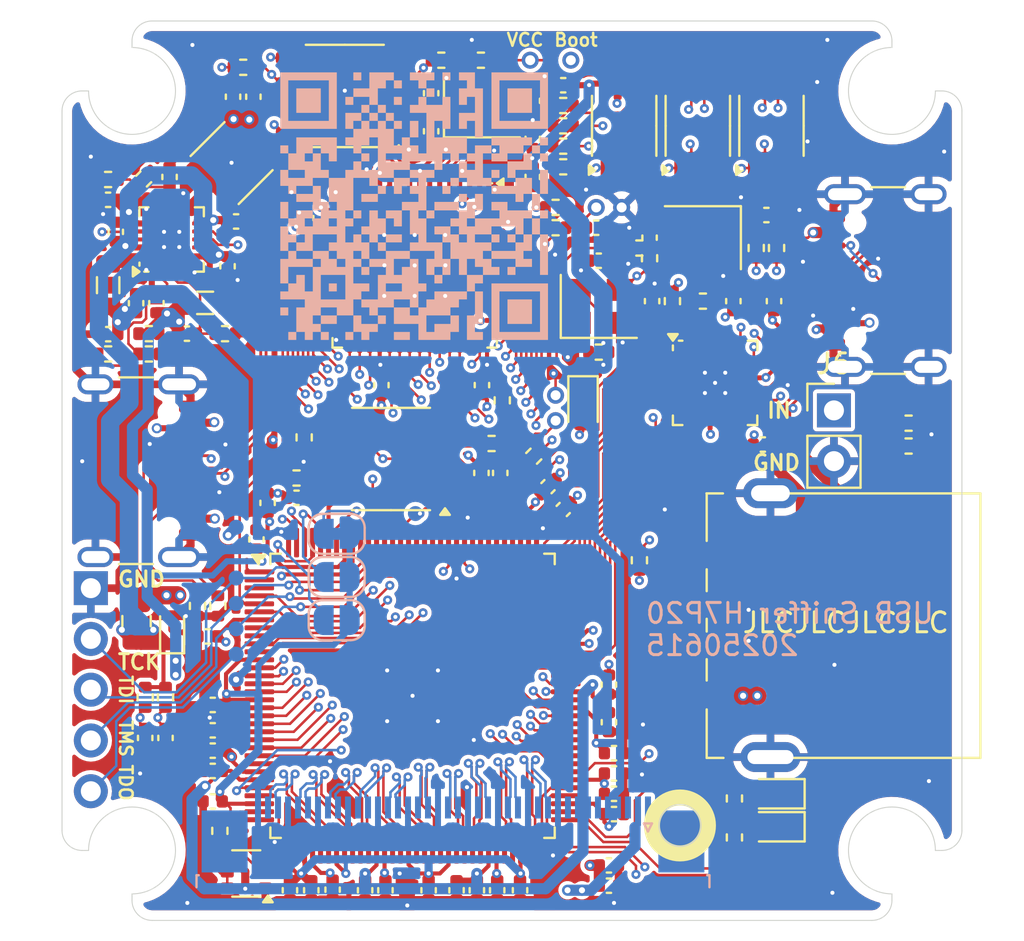
<source format=kicad_pcb>
(kicad_pcb (version 20221018) (generator pcbnew)
  (layers (0 "F.Cu" signal) (1 "In1.Cu" signal) (2 "In2.Cu" signal) (31 "B.Cu" signal) (34 "B.Paste" user) (35 "F.Paste" user) (36 "B.SilkS" user "B.Silkscreen") (37 "F.SilkS" user "F.Silkscreen") (38 "B.Mask" user) (39 "F.Mask" user) (44 "Edge.Cuts" user))
  (net 0 "")
  (net 1 "GND")
  (net 2 "/VCC_3V3")
  (net 3 "/CRST_N")
  (net 4 "Net-(U7-~{RESET})")
  (net 5 "Net-(X1-EN)")
  (net 6 "/XO32_26M")
  (net 7 "/CY_FD_13")
  (net 8 "/CY_FD_14")
  (net 9 "/CY_FD_15")
  (net 10 "/VDD_CORE")
  (net 11 "/CY_FD_3")
  (net 12 "/CY_FD_2")
  (net 13 "/CY_FD_1")
  (net 14 "/CY_FD_0")
  (net 15 "/CY_FD_12")
  (net 16 "/CY_FD_11")
  (net 17 "/CY_FD_10")
  (net 18 "/CY_FD_9")
  (net 19 "/CY_FD_8")
  (net 20 "/VCCAUX")
  (net 21 "/CY_FD_7")
  (net 22 "/CY_FD_6")
  (net 23 "/CY_FD_5")
  (net 24 "/CY_FD_4")
  (net 25 "/B10_IO2N")
  (net 26 "/B10_IO2P")
  (net 27 "/B10_IO4N")
  (net 28 "/B10_IO4P")
  (net 29 "/B10_IO6N")
  (net 30 "/B10_IO6P")
  (net 31 "/B10_IO9N")
  (net 32 "/B10_IO9P")
  (net 33 "Net-(F1-Pad2)")
  (net 34 "/B10_IO12N")
  (net 35 "/B10_IO12P")
  (net 36 "/B9_IO2N")
  (net 37 "/B9_IO2P")
  (net 38 "/B9_IO4N")
  (net 39 "/B9_IO4P")
  (net 40 "/B9_IO6N")
  (net 41 "/B9_IO6P")
  (net 42 "/B9_IO9N")
  (net 43 "/B9_IO9P")
  (net 44 "/B9_IO12N")
  (net 45 "/B9_IO12P")
  (net 46 "/USB334x_DIR")
  (net 47 "/USB334x_NXT")
  (net 48 "/USB334x_D0")
  (net 49 "/USB334x_D1")
  (net 50 "/USB334x_D2")
  (net 51 "/USB334x_D7")
  (net 52 "/USB334x_CLK")
  (net 53 "/USB334x_D6")
  (net 54 "/USB334x_D5")
  (net 55 "/USB334x_D4")
  (net 56 "/USB334x_D3")
  (net 57 "/USB334x_STP")
  (net 58 "/FPGA_TDO")
  (net 59 "/FPGA_TMS")
  (net 60 "/FPGA_TCK")
  (net 61 "/FPGA_TDI")
  (net 62 "/FPGA_FLASH_MISO")
  (net 63 "/FPGA_FLASH_CLK")
  (net 64 "/FPGA_FLASH_CS")
  (net 65 "/FPGA_FLASH_MOSI")
  (net 66 "Net-(U5-XO)")
  (net 67 "Net-(U5-VDD18)")
  (net 68 "Net-(U5-ID)")
  (net 69 "Net-(U11-FB3)")
  (net 70 "/VCC_5V")
  (net 71 "Net-(U11-FB2)")
  (net 72 "Net-(U11-FB1)")
  (net 73 "/ET3036C/EA3036_EN3")
  (net 74 "/USB334x/T_VBUS")
  (net 75 "Net-(J2-CC1)")
  (net 76 "/USB334x/USB20_D_P")
  (net 77 "/USB334x/USB20_D_N")
  (net 78 "Net-(J2-CC2)")
  (net 79 "/USB20_DP_CMP1")
  (net 80 "/USB20_DP_CMP2")
  (net 81 "/USB20_DP_CMP3")
  (net 82 "/USB20_DM_CMP1")
  (net 83 "/USB20_DM_CMP2")
  (net 84 "/USB20_DM_CMP3")
  (net 85 "/USB334x/CMP_REF_3")
  (net 86 "/USB334x/CMP_REF_2")
  (net 87 "/USB334x/CMP_REF_1")
  (net 88 "Net-(U5-VBUS)")
  (net 89 "Net-(U5-RBIAS)")
  (net 90 "Net-(U5-~{RESETB})")
  (net 91 "Net-(J4-CC1)")
  (net 92 "Net-(J4-CC2)")
  (net 96 "/FPGA_OUT_26M")
  (net 97 "Net-(D2-A)")
  (net 98 "Net-(D3-A)")
  (net 99 "Net-(U7-XTALIN)")
  (net 100 "Net-(U7-XTALOUT)")
  (net 101 "Net-(U7-WAKEUP)")
  (net 102 "/CY_SLRD")
  (net 103 "/CY_SLWR")
  (net 104 "/CY_IFCLK")
  (net 105 "/CY_SCL")
  (net 106 "/CY_SDA")
  (net 107 "/CY_FLAGA")
  (net 108 "/CY_FLAGB")
  (net 109 "/CY_FLAGC")
  (net 110 "/CY_INT0")
  (net 111 "/CY_INT1")
  (net 112 "/CY_SLOE")
  (net 113 "/CY_WU2")
  (net 114 "/CY_FIOADDR0")
  (net 115 "/CY_FIOADDR1")
  (net 116 "/CY_PKTEND")
  (net 117 "/CY_FLAGD")
  (net 118 "/CY_CLKOUT")
  (net 119 "/USB_D_P")
  (net 120 "/USB_D_N")
  (net 121 "/LED_RED")
  (net 122 "/LED_BLUE")
  (net 123 "/ET3036C/EA3036_EN2")
  (net 124 "Net-(U11-LX3)")
  (net 125 "Net-(U11-LX2)")
  (net 126 "Net-(U11-LX1)")
  (net 127 "Net-(U6-IO2)")
  (net 128 "Net-(U6-IO3)")
  (net 129 "Net-(U1-IO34_MISO2_2)")
  (net 130 "Net-(U1-IO6_8)")
  (net 133 "Net-(U1-IO18_7)")
  (net 134 "Net-(U1-IO21_7)")
  (net 135 "Net-(U1-IO22_7)")
  (net 136 "Net-(D6-A)")
  (net 137 "/FPGA_CDONE")
  (net 138 "/VDDIO_1V8")
  (net 139 "Net-(U9-D1)")
  (net 140 "/FPGA_MSEL2")
  (net 141 "/FPGA_MSEL1")
  (net 142 "/FPGA_MSEL0")
  (net 144 "/USB334x_26M")
  (net 145 "/Boot")
  (net 146 "Net-(J6-Pin_1)")
  (net 147 "/TRIGGER")
  (net 148 "Net-(U1-IO16_GCLK_1)")
  (footprint "Connector_PinHeader_2.54mm:PinHeader_1x02_P2.54mm_Vertical" (layer "F.Cu") (at 128.6002 94.483)
    (fp_text reference "J6")
    (fp_text value "Trigger")
  )
  (footprint "Capacitor_SMD:C_0402_1005Metric" (layer "F.Cu") (at 97.536 112.522)
    (fp_text reference "C50" hide)
    (fp_text value "0.1uF")
  )
  (footprint "Resistor_SMD:R_0402_1005Metric" (layer "F.Cu") (at 112.014 93.98 -90)
    (fp_text reference "R13" hide)
    (fp_text value "5.1k,1%")
  )
  (footprint "Resistor_SMD:R_0402_1005Metric" (layer "F.Cu") (at 94.1578 108.839 90)
    (fp_text reference "R38" hide)
    (fp_text value "20k,1%")
  )
  (footprint "Capacitor_SMD:C_0402_1005Metric" (layer "F.Cu") (at 108.331 118.491 90)
    (fp_text reference "C53" hide)
    (fp_text value "0.1uF")
  )
  (footprint "Capacitor_SMD:C_0402_1005Metric" (layer "F.Cu") (at 110.9726 97.6122 -90)
    (fp_text reference "C18" hide)
    (fp_text value "0.1uF")
  )
  (footprint "Resistor_SMD:R_0402_1005Metric" (layer "F.Cu") (at 122.047 89.0166 180)
    (fp_text reference "R27" hide)
    (fp_text value "NC")
  )
  (footprint "Capacitor_SMD:C_0402_1005Metric" (layer "F.Cu") (at 98.705 85.03 180)
    (fp_text reference "C25" hide)
    (fp_text value "10uF")
  )
  (footprint "Resistor_SMD:R_0402_1005Metric" (layer "F.Cu") (at 94.3408 90.6434 180)
    (fp_text reference "R35" hide)
    (fp_text value "20k,1%")
  )
  (footprint "Capacitor_SMD:C_0402_1005Metric" (layer "F.Cu") (at 110.744 118.491 90)
    (fp_text reference "C41" hide)
    (fp_text value "0.1uF")
  )
  (footprint "Resistor_SMD:R_0402_1005Metric" (layer "F.Cu") (at 119.38 86.87 90)
    (fp_text reference "R29" hide)
    (fp_text value "NC")
  )
  (footprint "Connector_USB:USB_C_Receptacle_GCT_USB4105-xx-A_16P_TopMnt_Horizontal" (layer "F.Cu") (at 92.746 97.5 -90)
    (fp_text reference "J4" hide)
    (fp_text value "USB_C_Receptacle_USB2.0_16P")
  )
  (footprint "vllogic:PinHeader_1x01_P1.00mm_Vertical" (layer "F.Cu") (at 115.443 76.962)
    (fp_text reference "TP15" hide)
    (fp_text value "TestPoint")
  )
  (footprint "Package_SO:MSOP-8_3x3mm_P0.65mm" (layer "F.Cu") (at 125.476 80.245204 90)
    (fp_text reference "U2" hide)
    (fp_text value "LM2903")
  )
  (footprint "Capacitor_SMD:C_0402_1005Metric" (layer "F.Cu") (at 95.1738 110.871 90)
    (fp_text reference "C38" hide)
    (fp_text value "1uF")
  )
  (footprint "vllogic:TestPoint_Pad_D0.3mm" (layer "F.Cu") (at 99.2378 102.0064)
    (fp_text reference "TP16" hide)
    (fp_text value "TestPoint")
  )
  (footprint "Capacitor_SMD:C_0402_1005Metric" (layer "F.Cu") (at 117.602 111.633 180)
    (fp_text reference "C51" hide)
    (fp_text value "0.1uF")
  )
  (footprint "Resistor_SMD:R_0402_1005Metric" (layer "F.Cu") (at 99.06 77.3176)
    (fp_text reference "R17" hide)
    (fp_text value "4.7k")
  )
  (footprint "LED_SMD:LED_0603_1608Metric" (layer "F.Cu") (at 116.0526 94.2594 -90)
    (fp_text reference "D6" hide)
    (fp_text value "LED_GREEN")
  )
  (footprint "LED_SMD:LED_0603_1608Metric" (layer "F.Cu") (at 125.65 115.316 180)
    (fp_text reference "D3" hide)
    (fp_text value "LED_BLUE")
  )
  (footprint "Resistor_SMD:R_0402_1005Metric" (layer "F.Cu") (at 92.3088 91.6594 180)
    (fp_text reference "R32" hide)
    (fp_text value "150k,1%")
  )
  (footprint "Capacitor_SMD:C_0402_1005Metric" (layer "F.Cu") (at 97.536 111.506)
    (fp_text reference "C52" hide)
    (fp_text value "0.1uF")
  )
  (footprint "Capacitor_SMD:C_0402_1005Metric" (layer "F.Cu") (at 117.348 118.2624 180)
    (fp_text reference "C54" hide)
    (fp_text value "NC")
  )
  (footprint "Package_DFN_QFN:QFN-56-1EP_8x8mm_P0.5mm_EP4.5x5.2mm" (layer "F.Cu") (at 107.6353 87.2316 -90)
    (fp_text reference "U7" hide)
    (fp_text value "CY7C68013A-56LTX")
  )
  (footprint "vllogic:TestPoint_Pad_D0.3mm" (layer "F.Cu") (at 98.806 114.6556)
    (fp_text reference "TP21" hide)
    (fp_text value "TestPoint")
  )
  (footprint "Capacitor_SMD:C_0402_1005Metric" (layer "F.Cu") (at 106.172 118.491 90)
    (fp_text reference "C61" hide)
    (fp_text value "0.1uF")
  )
  (footprint "vllogic:TestPoint_Pad_D0.3mm" (layer "F.Cu") (at 111.6076 99.0346)
    (fp_text reference "TP18" hide)
    (fp_text value "TestPoint")
  )
  (footprint "Capacitor_SMD:C_0402_1005Metric" (layer "F.Cu") (at 117.348 110.0836 90)
    (fp_text reference "C60" hide)
    (fp_text value "0.1uF")
  )
  (footprint "Capacitor_SMD:C_0402_1005Metric" (layer "F.Cu") (at 94.1578 110.871 90)
    (fp_text reference "C36" hide)
    (fp_text value "1uF")
  )
  (footprint "vllogic:OSC_3225" (layer "F.Cu") (at 110.998 79.248)
    (fp_text reference "Y2" hide)
    (fp_text value "24M")
  )
  (footprint "Resistor_SMD:R_0402_1005Metric" (layer "F.Cu") (at 113.5888 96.774 -135)
    (fp_text reference "R12" hide)
    (fp_text value "5.1k,1%")
  )
  (footprint "Capacitor_SMD:C_0402_1005Metric" (layer "F.Cu") (at 109.728 118.491 90)
    (fp_text reference "C13" hide)
    (fp_text value "10uF")
  )
  (footprint "Resistor_SMD:R_0402_1005Metric" (layer "F.Cu") (at 123.624 115.85 -90)
    (fp_text reference "R9" hide)
    (fp_text value "5.1k,1%")
  )
  (footprint "Resistor_SMD:R_0402_1005Metric" (layer "F.Cu") (at 94.0816 82.9056 45)
    (fp_text reference "R40" hide)
    (fp_text value "20k,1%")
  )
  (footprint "Package_SO:SOP-8_3.9x4.9mm_P1.27mm" (layer "F.Cu") (at 104.14 78.7512 180)
    (fp_text reference "U8" hide)
    (fp_text value "24C64BN")
  )
  (footprint "Inductor_SMD:L_0805_2012Metric" (layer "F.Cu") (at 97.155 89.1032)
    (fp_text reference "L3" hide)
    (fp_text value "4.7uH,MPL2012S4R7MHT")
  )
  (footprint "vllogic:LQFP-128_14x14mm_P0.4mm_pad" (layer "F.Cu") (at 107.5278 108.7628)
    (fp_text reference "U1" hide)
    (fp_text value "H7P20N0L128-M3H1")
  )
  (footprint "Resistor_SMD:R_0402_1005Metric" (layer "F.Cu") (at 95.1738 108.839 90)
    (fp_text reference "R37" hide)
    (fp_text value "10k,1%")
  )
  (footprint "Capacitor_SMD:C_0402_1005Metric" (layer "F.Cu") (at 98.552 78.7908 -90)
    (fp_text reference "C37" hide)
    (fp_text value "10uF")
  )
  (footprint "Capacitor_SMD:C_0402_1005Metric" (layer "F.Cu") (at 96.2458 90.6434)
    (fp_text reference "C23" hide)
    (fp_text value "220pF")
  )
  (footprint "Package_DFN_QFN:QFN-24-1EP_4x4mm_P0.5mm_EP2.6x2.6mm" (layer "F.Cu") (at 122.6566 93.106)
    (fp_text reference "U5" hide)
    (fp_text value "USB3343")
  )
  (footprint "Capacitor_SMD:C_0402_1005Metric" (layer "F.Cu") (at 103.5304 118.463 90)
    (fp_text reference "C59" hide)
    (fp_text value "0.1uF")
  )
  (footprint "Capacitor_SMD:C_0402_1005Metric" (layer "F.Cu") (at 117.348 108.204 90)
    (fp_text reference "C43" hide)
    (fp_text value "0.1uF")
  )
  (footprint "Resistor_SMD:R_0402_1005Metric" (layer "F.Cu") (at 123.624 113.9 90)
    (fp_text reference "R8" hide)
    (fp_text value "10k,1%")
  )
  (footprint "Capacitor_SMD:C_0402_1005Metric" (layer "F.Cu") (at 115.062 78.213204)
    (fp_text reference "C3" hide)
    (fp_text value "0.1uF")
  )
  (footprint "Capacitor_SMD:C_0402_1005Metric" (layer "F.Cu") (at 125.222 84.709 180)
    (fp_text reference "C5" hide)
    (fp_text value "NC")
  )
  (footprint "Resistor_SMD:R_0402_1005Metric" (layer "F.Cu") (at 94.3408 91.6594)
    (fp_text reference "R33" hide)
    (fp_text value "33k,1%")
  )
  (footprint "Connector_USB:USB_C_Receptacle_GCT_USB4105-xx-A_16P_TopMnt_Horizontal" (layer "F.Cu") (at 132.2578 87.9856 90)
    (fp_text reference "J2" hide)
    (fp_text value "USB_C_Receptacle_USB2.0_16P")
  )
  (footprint "Package_TO_SOT_SMD:SOT-363_SC-70-6" (layer "F.Cu") (at 99.2124 117.6528 180)
    (fp_text reference "U9" hide)
    (fp_text value "CJ3439KDW")
  )
  (footprint "Resistor_SMD:R_0402_1005Metric" (layer "F.Cu") (at 102.108 95.8342 90)
    (fp_text reference "R5" hide)
    (fp_text value "10k,1%")
  )
  (footprint "Resistor_SMD:R_0402_1005Metric" (layer "F.Cu") (at 115.062 82.296 180)
    (fp_text reference "R23" hide)
    (fp_text value "4.7k")
  )
  (footprint "vllogic:TestPoint_Pad_D0.3mm" (layer "F.Cu") (at 105.7656 100.0252)
    (fp_text reference "TP17" hide)
    (fp_text value "TestPoint")
  )
  (footprint "Capacitor_SMD:C_0402_1005Metric" (layer "F.Cu") (at 97.536 109.22)
    (fp_text reference "C14" hide)
    (fp_text value "0.1uF")
  )
  (footprint "vllogic:USB-AF_YIJIAN" (layer "F.Cu") (at 122.2248 105.2282 90)
    (fp_text reference "J3" hide)
    (fp_text value "USB_A")
  )
  (footprint "Capacitor_SMD:C_0402_1005Metric" (layer "F.Cu") (at 101.3968 118.491 90)
    (fp_text reference "C58" hide)
    (fp_text value "0.1uF")
  )
  (footprint "Capacitor_SMD:C_0402_1005Metric" (layer "F.Cu") (at 113.538 82.804 90)
    (fp_text reference "C27" hide)
    (fp_text value "10uF")
  )
  (footprint "Capacitor_SMD:C_0402_1005Metric" (layer "F.Cu") (at 117.602 113.665 180)
    (fp_text reference "C12" hide)
    (fp_text value "10uF")
  )
  (footprint "Capacitor_SMD:C_0402_1005Metric" (layer "F.Cu") (at 92.6878 85.5504 -90)
    (fp_text reference "C22" hide)
    (fp_text value "10uF")
  )
  (footprint "Capacitor_SMD:C_0402_1005Metric" (layer "F.Cu") (at 123.571 89.0166 -90)
    (fp_text reference "C6" hide)
    (fp_text value "1uF")
  )
  (footprint "Capacitor_SMD:C_0402_1005Metric" (layer "F.Cu") (at 119.507 89.0166 -90)
    (fp_text reference "C9" hide)
    (fp_text value "1uF")
  )
  (footprint "Capacitor_SMD:C_0402_1005Metric" (layer "F.Cu") (at 102.2096 84.8614 -90)
    (fp_text reference "C28" hide)
    (fp_text value "0.1uF")
  )
  (footprint "Capacitor_SMD:C_0402_1005Metric" (layer "F.Cu") (at 92.3088 90.6688)
    (fp_text reference "C20" hide)
    (fp_text value "10uF")
  )
  (footprint "Capacitor_SMD:C_0402_1005Metric" (layer "F.Cu") (at 117.602 112.649 180)
    (fp_text reference "C15" hide)
    (fp_text value "0.1uF")
  )
  (footprint "vllogic:TestPoint_Pad_D0.3mm" (layer "F.Cu") (at 99.822 115.5192)
    (fp_text reference "TP20" hide)
    (fp_text value "TestPoint")
  )
  (footprint "Package_SO:MSOP-8_3x3mm_P0.65mm" (layer "F.Cu") (at 121.793 80.245204 90)
    (fp_text reference "U3" hide)
    (fp_text value "LM2903")
  )
  (footprint "Capacitor_SMD:C_0402_1005Metric" (layer "F.Cu") (at 100.2792 99.1108 -90)
    (fp_text reference "C49" hide)
    (fp_text value "0.1uF")
  )
  (footprint "Capacitor_SMD:C_0402_1005Metric" (layer "F.Cu") (at 92.3036 83.947)
    (fp_text reference "C26" hide)
    (fp_text value "1uF")
  )
  (footprint "Resistor_SMD:R_0402_1005Metric" (layer "F.Cu") (at 110.9472 76.962 180)
    (fp_text reference "R16" hide)
    (fp_text value "4.7k")
  )
  (footprint "Capacitor_SMD:C_0402_1005Metric" (layer "F.Cu") (at 105.9688 93.218 90)
    (fp_text reference "C34" hide)
    (fp_text value "0.1uF")
  )
  (footprint "vllogic:TestPoint_Pad_D0.3mm" (layer "F.Cu") (at 99.187 115.5192)
    (fp_text reference "TP22" hide)
    (fp_text value "TestPoint")
  )
  (footprint "Capacitor_SMD:C_0402_1005Metric" (layer "F.Cu") (at 112.903 118.491 90)
    (fp_text reference "C47" hide)
    (fp_text value "0.1uF")
  )
  (footprint "Resistor_SMD:R_0402_1005Metric" (layer "F.Cu") (at 118.87 86.36)
    (fp_text reference "R14" hide)
    (fp_text value "33")
  )
  (footprint "Capacitor_SMD:C_0402_1005Metric" (layer "F.Cu") (at 114.3 98.298 -135)
    (fp_text reference "C46" hide)
    (fp_text value "0.1uF")
  )
  (footprint "Package_SO:SOP-8_3.9x4.9mm_P1.27mm" (layer "F.Cu") (at 106.4514 96.9152 180)
    (fp_text reference "U6" hide)
    (fp_text value "P25Q32SH-SSH-IT")
  )
  (footprint "Capacitor_SMD:C_0402_1005Metric" (layer "F.Cu") (at 97.536 114.046)
    (fp_text reference "C42" hide)
    (fp_text value "0.1uF")
  )
  (footprint "Capacitor_SMD:C_0402_1005Metric" (layer "F.Cu") (at 98.2758 87.2724 90)
    (fp_text reference "C24" hide)
    (fp_text value "10uF")
  )
  (footprint "Fuse:Fuse_0805_2012Metric" (layer "F.Cu") (at 93.726 105.029 90)
    (fp_text reference "F1" hide)
    (fp_text value "SMD0805B100TFT")
  )
  (footprint "Resistor_SMD:R_0402_1005Metric" (layer "F.Cu") (at 124.714 86.358 90)
    (fp_text reference "R30" hide)
    (fp_text value "8.06k,1%")
  )
  (footprint "vllogic:PinHeader_1x01_P1.00mm_Vertical" (layer "F.Cu") (at 114.681 93.726)
    (fp_text reference "TP2" hide)
    (fp_text value "TestPoint")
  )
  (footprint "Resistor_SMD:R_0402_1005Metric" (layer "F.Cu") (at 132.334 96.266)
    (fp_text reference "R26" hide)
    (fp_text value "5.1k,1%")
  )
  (footprint "Capacitor_SMD:C_0402_1005Metric" (layer "F.Cu") (at 97.536 110.49)
    (fp_text reference "C56" hide)
    (fp_text value "NC")
  )
  (footprint "Capacitor_SMD:C_0402_1005Metric" (layer "F.Cu") (at 99.568 78.7908 -90)
    (fp_text reference "C39" hide)
    (fp_text value "10uF")
  )
  (footprint "Diode_SMD:D_SOD-523" (layer "F.Cu") (at 95.504 105.4862 90)
    (fp_text reference "D1" hide)
    (fp_text value "CESD5V0D5")
  )
  (footprint "Resistor_SMD:R_0402_1005Metric" (layer "F.Cu") (at 92.3036 82.931)
    (fp_text reference "R39" hide)
    (fp_text value "33k,1%")
  )
  (footprint "Capacitor_SMD:C_0402_1005Metric" (layer "F.Cu") (at 105.156 118.491 90)
    (fp_text reference "C44" hide)
    (fp_text value "0.1uF")
  )
  (footprint "vllogic:L_NR3015" (layer "F.Cu") (at 98.479 82.109 45)
    (fp_text reference "L5" hide)
    (fp_text value "1.5uH")
  )
  (footprint "Resistor_SMD:R_0402_1005Metric" (layer "F.Cu") (at 111.4806 96.139 180)
    (fp_text reference "R6" hide)
    (fp_text value "10k,1%")
  )
  (footprint "Capacitor_SMD:C_0402_1005Metric" (layer "F.Cu") (at 116.84 86.995 180)
    (fp_text reference "C1" hide)
    (fp_text value "NC")
  )
  (footprint "Capacitor_SMD:C_0402_1005Metric" (layer "F.Cu") (at 125.0442 96.1898 180)
    (fp_text reference "C8" hide)
    (fp_text value "0.1uF")
  )
  (footprint "Resistor_SMD:R_0402_1005Metric" (layer "F.Cu") (at 97.79 104.267 90)
    (fp_text reference "R3" hide)
    (fp_text value "5.1k,1%")
  )
  (footprint "Capacitor_SMD:C_0402_1005Metric" (layer "F.Cu") (at 97.282 105.791)
    (fp_text reference "C55" hide)
    (fp_text value "0.1uF")
  )
  (footprint "vllogic:OSC_3225" (layer "F.Cu") (at 122.047 85.8416 180)
    (fp_text reference "Y1" hide)
    (fp_text value "26M,NC")
  )
  (footprint "Capacitor_SMD:C_0402_1005Metric" (layer "F.Cu") (at 94.7198 89.1194 -90)
    (fp_text reference "C17" hide)
    (fp_text value "10uF")
  )
  (footprint "Resistor_SMD:R_0402_1005Metric" (layer "F.Cu") (at 115.062 79.229204)
    (fp_text reference "R20" hide)
    (fp_text value "10k,1%")
  )
  (footprint "vllogic:PinHeader_1x01_P1.00mm_Vertical" (layer "F.Cu") (at 116.713 84.328)
    (fp_text reference "TP4" hide)
    (fp_text value "TestPoint")
  )
  (footprint "Resistor_SMD:R_0402_1005Metric" (layer "F.Cu") (at 132.334 95.123)
    (fp_text reference "R25" hide)
    (fp_text value "5.1k,1%")
  )
  (footprint "Inductor_SMD:L_0805_2012Metric" (layer "F.Cu") (at 92.3068 88.2174 90)
    (fp_text reference "L2" hide)
    (fp_text value "4.7uH,MPL2012S4R7MHT")
  )
  (footprint "Resistor_SMD:R_0402_1005Metric" (layer "F.Cu") (at 114.681 85.344)
    (fp_text reference "R4" hide)
    (fp_text value "5.1k,1%")
  )
  (footprint "Capacitor_SMD:C_0402_1005Metric" (layer "F.Cu") (at 93.7038 89.1194 -90)
    (fp_text reference "C21" hide)
    (fp_text value "220pF")
  )
  (footprint "Connector_PinHeader_2.54mm:PinHeader_1x05_P2.54mm_Vertical" (layer "F.Cu") (at 91.44 103.378)
    (fp_text reference "J1" hide)
    (fp_text value "FPGA_JTAG")
  )
  (footprint "Resistor_SMD:R_0402_1005Metric" (layer "F.Cu") (at 115.062 81.261204)
    (fp_text reference "R22" hide)
    (fp_text value "4.7k")
  )
  (footprint "Capacitor_SMD:C_0402_1005Metric" (layer "F.Cu") (at 115.062 99.441 -135)
    (fp_text reference "C45" hide)
    (fp_text value "0.1uF")
  )
  (footprint "Capacitor_SMD:C_0402_1005Metric" (layer "F.Cu") (at 111.9124 97.6122 -90)
    (fp_text reference "C2" hide)
    (fp_text value "1uF")
  )
  (footprint "Capacitor_SMD:C_0402_1005Metric" (layer "F.Cu") (at 125.603 89.0166 -90)
    (fp_text reference "C10" hide)
    (fp_text value "1uF")
  )
  (footprint "Resistor_SMD:R_0402_1005Metric" (layer "F.Cu") (at 116.84 91.567 180)
    (fp_text reference "R1" hide)
    (fp_text value "NC")
  )
  (footprint "Resistor_SMD:R_0402_1005Metric" (layer "F.Cu") (at 118.872 101.981 90)
    (fp_text reference "R7" hide)
    (fp_text value "470")
  )
  (footprint "Capacitor_SMD:C_0402_1005Metric" (layer "F.Cu") (at 110.998 93.218 90)
    (fp_text reference "C33" hide)
    (fp_text value "0.1uF")
  )
  (footprint "Package_DFN_QFN:QFN-20-1EP_3x3mm_P0.4mm_EP1.65x1.65mm" (layer "F.Cu") (at 95.4818 85.9314 90)
    (fp_text reference "U11" hide)
    (fp_text value "EA3036C")
  )
  (footprint "Resistor_SMD:R_0402_1005Metric" (layer "F.Cu") (at 114.681 84.328 180)
    (fp_text reference "R18" hide)
    (fp_text value "5.1k,1%")
  )
  (footprint "vllogic:PinHeader_1x01_P1.00mm_Vertical" (layer "F.Cu") (at 113.411 76.962)
    (fp_text reference "TP14" hide)
    (fp_text value "TestPoint")
  )
  (footprint "Resistor_SMD:R_0402_1005Metric" (layer "F.Cu") (at 125.73 86.358 -90)
    (fp_text reference "R28" hide)
    (fp_text value "10k,1%")
  )
  (footprint "Capacitor_SMD:C_0402_1005Metric" (layer "F.Cu") (at 108.458 78.613 -90)
    (fp_text reference "C31" hide)
    (fp_text value "12pF")
  )
  (footprint "Capacitor_SMD:C_0402_1005Metric" (layer "F.Cu") (at 102.4636 118.491 90)
    (fp_text reference "C62" hide)
    (fp_text value "10uF")
  )
  (footprint "vllogic:PinHeader_1x01_P1.00mm_Vertical" (layer "F.Cu") (at 114.681 94.996)
    (fp_text reference "TP1" hide)
    (fp_text value "TestPoint")
  )
  (footprint "Capacitor_SMD:C_0402_1005Metric" (layer "F.Cu") (at 113.538 80.899 -90)
    (fp_text reference "C29" hide)
    (fp_text value "0.1uF")
  )
  (footprint "Capacitor_SMD:C_0402_1005Metric" (layer "F.Cu") (at 99.7204 100.9396 -90)
    (fp_text reference "C16" hide)
    (fp_text value "0.1uF")
  )
  (footprint "Resistor_SMD:R_0402_1005Metric" (layer "F.Cu") (at 101.727 97.8662)
    (fp_text reference "R19" hide)
    (fp_text value "10k,1%")
  )
  (footprint "Capacitor_SMD:C_0402_1005Metric" (layer "F.Cu") (at 108.458 80.518 -90)
    (fp_text reference "C4" hide)
    (fp_text value "0.1uF")
  )
  (footprint "Capacitor_SMD:C_0402_1005Metric" (layer "F.Cu") (at 117.348 117.2464 180)
    (fp_text reference "C19" hide)
    (fp_text value "NC")
  )
  (footprint "Resistor_SMD:R_0402_1005Metric" (layer "F.Cu") (at 108.966 76.962)
    (fp_text reference "R15" hide)
    (fp_text value "4.7k")
  )
  (footprint "vllogic:OSC_3225" (layer "F.Cu") (at 116.84 89.281)
    (fp_text reference "X1" hide)
    (fp_text value "XO32,26M,NC")
  )
  (footprint "vllogic:PinHeader_1x01_P1.00mm_Vertical" (layer "F.Cu") (at 117.983 84.328)
    (fp_text reference "TP3" hide)
    (fp_text value "TestPoint")
  )
  (footprint "Capacitor_SMD:C_0402_1005Metric" (layer "F.Cu") (at 101.727 98.8568)
    (fp_text reference "C11" hide)
    (fp_text value "1uF")
  )
  (footprint "LED_SMD:LED_0603_1608Metric" (layer "F.Cu") (at 125.65 113.665 180)
    (fp_text reference "D2" hide)
    (fp_text value "LED_RED")
  )
  (footprint "Capacitor_SMD:C_0402_1005Metric" (layer "F.Cu") (at 119.38 85.8416 -90)
    (fp_text reference "C7" hide)
    (fp_text value "NC")
  )
  (footprint "Capacitor_SMD:C_0402_1005Metric" (layer "F.Cu") (at 111.76 118.491 90)
    (fp_text reference "C57" hide)
    (fp_text value "0.1uF")
  )
  (footprint "vllogic:TestPoint_Pad_D0.3mm" (layer "F.Cu") (at 112.395 99.822)
    (fp_text reference "TP6" hide)
    (fp_text value "TestPoint")
  )
  (footprint "Capacitor_SMD:C_0402_1005Metric" (layer "F.Cu") (at 117.602 114.681 180)
    (fp_text reference "C48" hide)
    (fp_text value "0.1uF")
  )
  (footprint "Package_SO:MSOP-8_3x3mm_P0.65mm" (layer "F.Cu") (at 118.11 80.245204 90)
    (fp_text reference "U4" hide)
    (fp_text value "LM2903")
  )
  (footprint "Capacitor_SMD:C_0402_1005Metric" (layer "F.Cu") (at 116.713 85.344 180)
    (fp_text reference "C35" hide)
    (fp_text value "0.1uF")
  )
  (footprint "Resistor_SMD:R_0402_1005Metric" (layer "F.Cu") (at 97.8916 115.5192 -90)
    (fp_text reference "R24" hide)
    (fp_text value "10k,1%")
  )
  (footprint "Resistor_SMD:R_0402_1005Metric" (layer "F.Cu") (at 96.774 104.267 90)
    (fp_text reference "R2" hide)
    (fp_text value "5.1k,1%")
  )
  (footprint "Resistor_SMD:R_0402_1005Metric" (layer "F.Cu") (at 115.062 80.245204)
    (fp_text reference "R21" hide)
    (fp_text value "33k,1%")
  )
  (footprint "Capacitor_SMD:C_0402_1005Metric" (layer "F.Cu") (at 113.538 78.994 90)
    (fp_text reference "C32" hide)
    (fp_text value "12pF")
  )
  (footprint "Capacitor_SMD:C_0402_1005Metric" (layer "F.Cu") (at 95.377 82.804 -90)
    (fp_text reference "C30" hide)
    (fp_text value "220pF")
  )
  (footprint "Resistor_SMD:R_0402_1005Metric" (layer "F.Cu") (at 120.523 89.0166 -90)
    (fp_text reference "R31" hide)
    (fp_text value "10k,1%")
  )
  (footprint "Resistor_SMD:R_0402_1005Metric" (layer "F.Cu") (at 98.1508 90.6434 180)
    (fp_text reference "R34" hide)
    (fp_text value "10k,1%")
  )
  (footprint "LOGO" (layer "B.Cu") (at 107.6198 84.2518 180)
    (fp_text reference "G***" hide)
    (fp_text value "LOGO" hide)
  )
  (footprint "vllogic:TestPoint_Pad_D0.75mm" (layer "B.Cu") (at 98.7044 107.95 180)
    (fp_text reference "TP7" hide)
    (fp_text value "TestPoint")
  )
  (footprint "Connector_FFC-FPC:TE_4-1734839-0_1x40-1MP_P0.5mm_Horizontal" (layer "B.Cu") (at 109.55 115.7 180)
    (fp_text reference "J5" hide)
    (fp_text value "FFC-40P-0.5mm,NC")
  )
  (footprint "Jumper:SolderJumper-2_P1.3mm_Bridged_RoundedPad1.0x1.5mm" (layer "B.Cu") (at 103.7336 100.6602)
    (fp_text reference "JP2" hide)
    (fp_text value "SolderJumper_2_Bridged")
  )
  (footprint "Jumper:SolderJumper-2_P1.3mm_Open_RoundedPad1.0x1.5mm" (layer "B.Cu") (at 103.7336 104.9782)
    (fp_text reference "JP4" hide)
    (fp_text value "SolderJumper_2_Open")
  )
  (footprint "vllogic:TestPoint_Pad_D0.75mm" (layer "B.Cu") (at 98.7044 106.68 180)
    (fp_text reference "TP12" hide)
    (fp_text value "TestPoint")
  )
  (footprint "vllogic:TestPoint_Pad_D0.75mm" (layer "B.Cu") (at 98.7044 105.41 180)
    (fp_text reference "TP11" hide)
    (fp_text value "TestPoint")
  )
  (footprint "vllogic:TestPoint_Pad_D0.75mm" (layer "B.Cu") (at 98.7044 100.33 180)
    (fp_text reference "TP13" hide)
    (fp_text value "TestPoint")
  )
  (footprint "vllogic:TestPoint_Pad_D0.75mm" (layer "B.Cu") (at 98.7044 104.14 180)
    (fp_text reference "TP9" hide)
    (fp_text value "TestPoint")
  )
  (footprint "vllogic:TestPoint_Pad_D0.75mm" (layer "B.Cu") (at 98.7044 102.87 180)
    (fp_text reference "TP10" hide)
    (fp_text value "TestPoint")
  )
  (footprint "vllogic:TestPoint_Pad_D0.75mm" (layer "B.Cu") (at 107.6706 99.6442 180)
    (fp_text reference "TP8" hide)
    (fp_text value "TestPoint")
  )
  (footprint "Jumper:SolderJumper-2_P1.3mm_Open_RoundedPad1.0x1.5mm" (layer "B.Cu") (at 103.7336 102.8192)
    (fp_text reference "JP3" hide)
    (fp_text value "SolderJumper_2_Open")
  )
  (gr_circle (center 120.9 115.25) (end 122.3 115.25) (stroke (width 0.8)) (fill none) (layer "F.SilkS"))
  (gr_line (start 91.327 78.5) (end 91 78.5) (stroke (width 0.05)) (layer "Edge.Cuts"))
  (gr_line (start 94.5 75) (end 130.5 75) (stroke (width 0.05)) (layer "Edge.Cuts"))
  (gr_arc (start 130.5 75) (mid 131.207107 75.292893) (end 131.5 76) (stroke (width 0.05)) (layer "Edge.Cuts"))
  (gr_line (start 90 79.5) (end 90 115.5) (stroke (width 0.05)) (layer "Edge.Cuts"))
  (gr_line (start 130.5 120) (end 94.5 120) (stroke (width 0.05)) (layer "Edge.Cuts"))
  (gr_arc (start 135 115.5) (mid 134.707107 116.207107) (end 134 116.5) (stroke (width 0.05)) (layer "Edge.Cuts"))
  (gr_line (start 133.673 116.5) (end 134 116.5) (stroke (width 0.05)) (layer "Edge.Cuts"))
  (gr_arc (start 93.5 76) (mid 93.792893 75.292893) (end 94.5 75) (stroke (width 0.05)) (layer "Edge.Cuts"))
  (gr_line (start 133.673 78.5) (end 134 78.5) (stroke (width 0.05)) (layer "Edge.Cuts"))
  (gr_line (start 131.5 76.327) (end 131.5 76) (stroke (width 0.05)) (layer "Edge.Cuts"))
  (gr_arc (start 131.5 119) (mid 131.207107 119.707107) (end 130.5 120) (stroke (width 0.05)) (layer "Edge.Cuts"))
  (gr_arc (start 131.5 118.673) (mid 129.963457 114.963457) (end 133.673 116.5) (stroke (width 0.05)) (layer "Edge.Cuts"))
  (gr_line (start 93.5 76.327) (end 93.5 76) (stroke (width 0.05)) (layer "Edge.Cuts"))
  (gr_line (start 93.5 118.673) (end 93.5 119) (stroke (width 0.05)) (layer "Edge.Cuts"))
  (gr_arc (start 94.5 120) (mid 93.792893 119.707107) (end 93.5 119) (stroke (width 0.05)) (layer "Edge.Cuts"))
  (gr_arc (start 91 116.5) (mid 90.292893 116.207107) (end 90 115.5) (stroke (width 0.05)) (layer "Edge.Cuts"))
  (gr_arc (start 93.5 76.327) (mid 95.036543 80.036543) (end 91.327 78.5) (stroke (width 0.05)) (layer "Edge.Cuts"))
  (gr_line (start 135 115.5) (end 135 79.5) (stroke (width 0.05)) (layer "Edge.Cuts"))
  (gr_line (start 91.327 116.5) (end 91 116.5) (stroke (width 0.05)) (layer "Edge.Cuts"))
  (gr_arc (start 91.327 116.5) (mid 95.036543 114.963457) (end 93.5 118.673) (stroke (width 0.05)) (layer "Edge.Cuts"))
  (gr_circle (center 120.9 115.25) (end 121.95 115.25) (stroke (width 0.05)) (fill none) (layer "Edge.Cuts"))
  (gr_arc (start 90 79.5) (mid 90.292893 78.792893) (end 91 78.5) (stroke (width 0.05)) (layer "Edge.Cuts"))
  (gr_arc (start 133.673 78.5) (mid 129.963457 80.036543) (end 131.5 76.327) (stroke (width 0.05)) (layer "Edge.Cuts"))
  (gr_line (start 131.5 118.673) (end 131.5 119) (stroke (width 0.05)) (layer "Edge.Cuts"))
  (gr_arc (start 134 78.5) (mid 134.707107 78.792893) (end 135 79.5) (stroke (width 0.05)) (layer "Edge.Cuts"))
  (gr_text "USB Sniffer H7P20\n20250615" (at 119.1006 106.8324) (layer "B.SilkS") (effects (font (size 1 1)) (justify right bottom mirror)))
  (gr_text "TDI" (at 92.8116 108.458 270) (layer "F.SilkS") (effects (font (size 0.635 0.635) (thickness 0.127) bold) (justify bottom)))
  (gr_text "TCK" (at 92.71 107.5182) (layer "F.SilkS") (effects (font (size 0.762 0.762) (thickness 0.1524) bold) (justify left bottom)))
  (gr_text "VCC" (at 113.157 75.946) (layer "F.SilkS") (effects (font (size 0.635 0.635) (thickness 0.127) bold)))
  (gr_text "GND" (at 125.73 97.1042) (layer "F.SilkS") (effects (font (size 0.762 0.762) (thickness 0.1524) bold)))
  (gr_text "TDO" (at 92.8116 113.1062 270) (layer "F.SilkS") (effects (font (size 0.635 0.635) (thickness 0.127) bold) (justify bottom)))
  (gr_text "IN" (at 125.857 94.488) (layer "F.SilkS") (effects (font (size 0.762 0.762) (thickness 0.1524) bold)))
  (gr_text "TMS" (at 92.8116 110.8964 270) (layer "F.SilkS") (effects (font (size 0.635 0.635) (thickness 0.127) bold) (justify bottom)))
  (gr_text "GND" (at 92.71 103.378) (layer "F.SilkS") (effects (font (size 0.762 0.762) (thickness 0.1524) bold) (justify left bottom)))
  (gr_text "Boot" (at 115.697 75.946) (layer "F.SilkS") (effects (font (size 0.635 0.635) (thickness 0.127) bold)))
  (gr_text "JLCJLCJLCJLC" (at 123.952 105.6894) (layer "F.SilkS") (effects (font (size 1 1)) (justify left bottom)))
  (segment (start 120.68 85.3336) (end 120.997 85.0166) (width 0.127) (layer "F.Cu") (net 1))
  (segment (start 125.603 97.282) (end 126.9238 98.6028) (width 0.5588) (layer "F.Cu") (net 1))
  (segment (start 94.2858 87.3814) (end 94.2118 87.4554) (width 0.2032) (layer "F.Cu") (net 1))
  (segment (start 95.758 85.598) (end 95.758 85.6552) (width 0.2032) (layer "F.Cu") (net 1))
  (segment (start 128.5778 84.2406) (end 129.1528 83.6656) (width 0.4064) (layer "F.Cu") (net 1))
  (segment (start 96.426 101.245) (end 95.851 101.82) (width 0.4064) (layer "F.Cu") (net 1))
  (segment (start 97.79 104.777) (end 98.4504 104.1166) (width 0.3048) (layer "F.Cu") (net 1))
  (segment (start 100.7846 98.6308) (end 100.2792 98.6308) (width 0.3048) (layer "F.Cu") (net 1))
  (segment (start 101.021 98.6308) (end 100.7898 98.6308) (width 0.3048) (layer "F.Cu") (net 1))
  (segment (start 129.5654 89.408) (end 129.2378 89.7356) (width 0.2032) (layer "F.Cu") (net 1))
  (segment (start 96.68 95.75) (end 95.8422 95.75) (width 0.2032) (layer "F.Cu") (net 1))
  (segment (start 94.6818 87.3814) (end 94.6818 86.9564) (width 0.2032) (layer "F.Cu") (net 1))
  (segment (start 91.8236 83.947) (end 91.8236 84.4322) (width 0.3048) (layer "F.Cu") (net 1))
  (segment (start 114.132898 77.764102) (end 114.582 78.213204) (width 0.3048) (layer "F.Cu") (net 1))
  (segment (start 110.3853 91.1691) (end 110.3853 89.6316) (width 0.2032) (layer "F.Cu") (net 1))
  (segment (start 111.252 93.952) (end 111.252 94.2848) (width 0.2032) (layer "F.Cu") (net 1))
  (segment (start 94.2858 84.4814) (end 94.2118 84.4074) (width 0.2032) (layer "F.Cu") (net 1))
  (segment (start 96.2818 87.3814) (end 95.8818 87.3814) (width 0.2032) (layer "F.Cu") (net 1))
  (segment (start 115.401411 99.101589) (end 115.7732 98.7298) (width 0.2032) (layer "F.Cu") (net 1))
  (segment (start 94.0318 85.5314) (end 93.583993 85.5314) (width 0.2032) (layer "F.Cu") (net 1))
  (segment (start 95.8422 95.75) (end 95.7112 95.881) (width 0.2032) (layer "F.Cu") (net 1))
  (segment (start 110.7212 97.1322) (end 110.3122 96.7232) (width 0.2032) (layer "F.Cu") (net 1))
  (segment (start 103.2764 83.0072) (end 102.2096 84.074) (width 0.2032) (layer "F.Cu") (net 1))
  (segment (start 95.123 86.233) (end 95.4052 86.233) (width 0.2032) (layer "F.Cu") (net 1))
  (segment (start 96.2818 87.3814) (end 96.2818 86.9564) (width 0.2032) (layer "F.Cu") (net 1))
  (segment (start 111.5728 83.4992) (end 111.633 83.439) (width 0.2032) (layer "F.Cu") (net 1))
  (segment (start 128.5778 91.1856) (end 128.5778 91.7306) (width 0.4064) (layer "F.Cu") (net 1))
  (segment (start 117.1689 85.344) (end 117.193 85.344) (width 0.3048) (layer "F.Cu") (net 1))
  (segment (start 123.2644 86.6666) (end 124.083 85.848) (width 0.127) (layer "F.Cu") (net 1))
  (segment (start 95.8818 85.5314) (end 95.8152 85.598) (width 0.2032) (layer "F.Cu") (net 1))
  (segment (start 112.05 85.4816) (end 112.4966 85.9282) (width 0.2032) (layer "F.Cu") (net 1))
  (segment (start 113.4242 80.073) (end 113.538 79.9592) (width 0.2032) (layer "F.Cu") (net 1))
  (segment (start 94.6818 87.3814) (end 94.2858 87.3814) (width 0.2032) (layer "F.Cu") (net 1))
  (segment (start 101.247 98.8568) (end 101.021 98.6308) (width 0.3048) (layer "F.Cu") (net 1))
  (segment (start 110.2353 85.4816) (end 109.9853 85.2316) (width 0.2032) (layer "F.Cu") (net 1))
  (segment (start 109.22 77.851) (end 109.22 77.216) (width 0.127) (layer "F.Cu") (net 1))
  (segment (start 96.4828 87.5824) (end 96.6248 87.5824) (width 0.4064) (layer "F.Cu") (net 1))
  (segment (start 95.4818 86.1564) (end 95.4818 85.9314) (width 0.2032) (layer "F.Cu") (net 1))
  (segment (start 108.966 78.105) (end 108.458 78.105) (width 0.127) (layer "F.Cu") (net 1))
  (segment (start 114.681 92.7354) (end 114.5794 92.6338) (width 0.127) (layer "F.Cu") (net 1))
  (segment (start 103.6978 90.947) (end 103.7082 90.9574) (width 0.3048) (layer "F.Cu") (net 1))
  (segment (start 99.4664 84.1847) (end 99.4664 85.9953) (width 0.4064) (layer "F.Cu") (net 1))
  (segment (start 90.7288 92.456) (end 90.7288 91.5416) (width 0.4064) (layer "F.Cu") (net 1))
  (segment (start 112.048 80.073) (end 113.4242 80.073) (width 0.2032) (layer "F.Cu") (net 1))
  (segment (start 95.4818 84.0962) (end 95.4818 84.4814) (width 0.2032) (layer "F.Cu") (net 1))
  (segment (start 124.714 85.848) (end 124.714 85.725) (width 0.127) (layer "F.Cu") (net 1))
  (segment (start 94.6818 84.9064) (end 95.4818 85.7064) (width 0.2032) (layer "F.Cu") (net 1))
  (segment (start 97.056 110.1826) (end 97.3836 109.855) (width 0.4064) (layer "F.Cu") (net 1))
  (segment (start 96.426 93.755) (end 95.851 93.18) (width 0.4064) (layer "F.Cu") (net 1))
  (segment (start 116.5695 85.9434) (end 117.1689 85.344) (width 0.3048) (layer "F.Cu") (net 1))
  (segment (start 93.583993 85.5314) (end 93.122993 85.0704) (width 0.2032) (layer "F.Cu") (net 1))
  (segment (start 94.7039 96.1644) (end 94.3864 96.1644) (width 0.2032) (layer "F.Cu") (net 1))
  (segment (start 97.056 109.5274) (end 97.3836 109.855) (width 0.4064) (layer "F.Cu") (net 1))
  (segment (start 109.22 77.851) (end 109.376 77.851) (width 0.127) (layer "F.Cu") (net 1))
  (segment (start 96.426 100.7) (end 96.426 101.245) (width 0.4064) (layer "F.Cu") (net 1))
  (segment (start 95.8818 87.3814) (end 95.8818 86.3314) (width 0.2032) (layer "F.Cu") (net 1))
  (segment (start 108.3853 83.2941) (end 108.3853 82.590608) (width 0.2032) (layer "F.Cu") (net 1))
  (segment (start 128.5778 84.7856) (end 128.5778 84.2406) (width 0.4064) (layer "F.Cu") (net 1))
  (segment (start 99.8347 119.2784) (end 114.6556 119.2784) (width 0.4064) (layer "F.Cu") (net 1))
  (segment (start 95.4052 86.233) (end 95.4818 86.1564) (width 0.2032) (layer "F.Cu") (net 1))
  (segment (start 95.8818 84.4814) (end 95.8818 83.7978) (width 0.2032) (layer "F.Cu") (net 1))
  (segment (start 114.6556 86.6902) (end 115.4024 85.9434) (width 0.3048) (layer "F.Cu") (net 1))
  (segment (start 103.6978 90.4816) (end 103.6978 90.947) (width 0.3048) (layer "F.Cu") (net 1))
  (segment (start 105.0353 89.4816) (end 105.2853 89.2316) (width 0.3048) (layer "F.Cu") (net 1))
  (segment (start 119.507 88.265) (end 119.634 88.138) (width 0.2032) (layer "F.Cu") (net 1))
  (segment (start 95.4818 84.4814) (end 95.4818 85.9314) (width 0.2032) (layer "F.Cu") (net 1))
  (segment (start 109.474 76.962) (end 109.476 76.962) (width 0.127) (layer "F.Cu") (net 1))
  (segment (start 102.2096 84.074) (end 102.2096 84.3814) (width 0.2032) (layer "F.Cu") (net 1))
  (segment (start 111.5728 85.4816) (end 112.05 85.4816) (width 0.2032) (layer "F.Cu") (net 1))
  (segment (start 109.1946 81.781308) (end 109.1946 81.4324) (width 0.2032) (layer "F.Cu") (net 1))
  (segment (start 94.6818 84.4814) (end 94.6818 84.9064) (width 0.2032) (layer "F.Cu") (net 1))
  (segment (start 95.758 85.6552) (end 95.4818 85.9314) (width 0.2032) (layer "F.Cu") (net 1))
  (segment (start 126.9746 98.6536) (end 126.9746 100.33) (width 0.5588) (layer "F.Cu") (net 1))
  (segment (start 113.538 79.502) (end 113.538 79.375) (width 0.127) (layer "F.Cu") (net 1))
  (segment (start 96.2818 86.9564) (end 95.4818 86.1564) (width 0.2032) (layer "F.Cu") (net 1))
  (segment (start 95.7834 86.233) (end 95.758 86.233) (width 0.2032) (layer "F.Cu") (net 1))
  (segment (start 100.7872 98.6282) (end 100.7846 98.6308) (width 0.3048) (layer "F.Cu") (net 1))
  (segment (start 114.582 78.331) (end 114.582 78.213204) (width 0.127) (layer "F.Cu") (net 1))
  (segment (start 129.2378 89.7356) (end 127.5614 89.7356) (width 0.2032) (layer "F.Cu") (net 1))
  (segment (start 93.122993 85.0704) (end 92.6878 85.0704) (width 0.2032) (layer "F.Cu") (net 1))
  (segment (start 119.507 88.5366) (end 119.507 88.265) (width 0.2032) (layer "F.Cu") (net 1))
  (segment (start 109.7278 102.8954) (end 109.7278 101.1003) (width 0.127) (layer "F.Cu") (net 1))
  (segment (start 95.123 85.5726) (end 95.123 85.598) (width 0.2032) (layer "F.Cu") (net 1))
  (segment (start 101.7278 115.1898) (end 101.7278 116.4253) (width 0.2032) (layer "F.Cu") (net 1))
  (segment (start 104.3853 83.2941) (end 104.0984 83.0072) (width 0.2032) (layer "F.Cu") (net 1))
  (segment (start 94.7198 88.6394) (end 94.488 88.4076) (width 0.3048) (layer "F.Cu") (net 1))
  (segment (start 105.9688 93.698) (end 105.9688 94.234) (width 0.3048) (layer "F.Cu") (net 1))
  (segment (start 104.0984 83.0072) (end 103.2764 83.0072) (width 0.2032) (layer "F.Cu") (net 1))
  (segment (start 123.097 86.6666) (end 123.2644 86.6666) (width 0.127) (layer "F.Cu") (net 1))
  (segment (start 95.8152 85.598) (end 95.758 85.598) (width 0.2032) (layer "F.Cu") (net 1))
  (segment (start 111.5728 83.9816) (end 111.5728 83.4992) (width 0.2032) (layer "F.Cu") (net 1))
  (segment (start 96.2818 87.3814) (end 96.4828 87.5824) (width 0.4064) (layer "F.Cu") (net 1))
  (segment (start 115.4024 85.9434) (end 116.5695 85.9434) (width 0.3048) (layer "F.Cu") (net 1))
  (segment (start 128.5778 91.7306) (end 129.1528 92.3056) (width 0.4064) (layer "F.Cu") (net 1))
  (segment (start 91.8236 84.4322) (end 92.0528 84.6614) (width 0.3048) (layer "F.Cu") (net 1))
  (segment (start 110.998 97.1322) (end 110.7212 97.1322) (width 0.2032) (layer "F.Cu") (net 1))
  (segment (start 109.22 77.851) (end 108.966 78.105) (width 0.127) (layer "F.Cu") (net 1))
  (segment (start 95.4818 85.7064) (end 95.4818 85.9314) (width 0.2032) (layer "F.Cu") (net 1))
  (segment (start 102.0546 84.3814) (end 101.854 84.582) (width 0.2032) (layer "F.Cu") (net 1))
  (segment (start 102.2096 84.3814) (end 102.0546 84.3814) (width 0.2032) (layer "F.Cu") (net 1))
  (segment (start 100.7898 98.6308) (end 100.7872 98.6282) (width 0.3048) (layer "F.Cu") (net 1))
  (segment (start 114.681 93.726) (end 114.681 92.7354) (width 0.127) (layer "F.Cu") (net 1))
  (segment (start 95.7112 95.881) (end 94.9873 95.881) (width 0.2032) (layer "F.Cu") (net 1))
  (segment (start 111.5728 85.4816) (end 110.2353 85.4816) (width 0.2032) (layer "F.Cu") (net 1))
  (segment (start 124.083 85.848) (end 124.714 85.848) (width 0.127) (layer "F.Cu") (net 1))
  (segment (start 98.4504 104.1166) (end 98.4504 102.5652) (width 0.3048) (layer "F.Cu") (net 1))
  (segment (start 94.6818 86.9564) (end 95.123 86.5152) (width 0.2032) (layer "F.Cu") (net 1))
  (segment (start 91.671 93.18) (end 91.4528 93.18) (width 0.4064) (layer "F.Cu") (net 1))
  (segment (start 95.8818 84.4814) (end 95.8818 85.5314) (width 0.2032) (layer "F.Cu") (net 1))
  (segment (start 110.998 93.698) (end 111.252 93.952) (width 0.2032) (layer "F.Cu") (net 1))
  (segment (start 109.376 77.851) (end 109.948 78.423) (width 0.127) (layer "F.Cu") (net 1))
  (segment (start 108.3853 82.590608) (end 109.1946 81.781308) (width 0.2032) (layer "F.Cu") (net 1))
  (segment (start 95.0818 85.5314) (end 95.123 85.5726) (width 0.2032) (layer "F.Cu") (net 1))
  (segment (start 97.056 110.49) (end 97.056 110.1826) (width 0.4064) (layer "F.Cu") (net 1))
  (segment (start 94.0318 85.5314) (end 95.0818 85.5314) (width 0.2032) (layer "F.Cu") (net 1))
  (segment (start 98.4504 102.5652) (end 97.8916 102.0064) (width 0.3048) (layer "F.Cu") (net 1))
  (segment (start 124.714 85.725) (end 125.73 84.709) (width 0.127) (layer "F.Cu") (net 1))
  (segment (start 96.0126 83.6558) (end 95.9222 83.6558) (width 0.2032) (layer "F.Cu") (net 1))
  (segment (start 95.8818 83.7978) (end 96.0628 83.6168) (width 0.2032) (layer "F.Cu") (net 1))
  (segment (start 103.6978 89.4816) (end 105.0353 89.4816) (width 0.3048) (layer "F.Cu") (net 1))
  (segment (start 92.6878 85.0704) (end 92.4618 85.0704) (width 0.3048) (layer "F.Cu") (net 1))
  (segment (start 95.123 85.598) (end 95.1484 85.598) (width 0.2032) (layer "F.Cu") (net 1))
  (segment (start 95.1484 85.598) (end 95.4818 85.9314) (width 0.2032) (layer "F.Cu") (net 1))
  (segment (start 95.758 86.2076) (end 95.4818 85.9314) (width 0.2032) (layer "F.Cu") (net 1))
  (segment (start 113.538 79.375) (end 114.582 78.331) (width 0.127) (layer "F.Cu") (net 1))
  (segment (start 95.123 86.5152) (end 95.123 86.233) (width 0.2032) (layer "F.Cu") (net 1))
  (segment (start 94.488 87.7316) (end 94.2118 87.4554) (width 0.3048) (layer "F.Cu") (net 1))
  (segment (start 119.38 85.3336) (end 120.68 85.3336) (width 0.127) (layer "F.Cu") (net 1))
  (segment (start 91.4528 93.18) (end 90.7288 92.456) (width 0.4064) (layer "F.Cu") (net 1))
  (segment (start 127.01905 96.71685) (end 129.01295 98.71075) (width 0.5588) (layer "F.Cu") (net 1))
  (segment (start 94.9873 95.881) (end 94.7039 96.1644) (width 0.2032) (layer "F.Cu") (net 1))
  (segment (start 95.9222 83.6558) (end 95.4818 84.0962) (width 0.2032) (layer "F.Cu") (net 1))
  (segment (start 96.426 94.3) (end 96.426 93.755) (width 0.4064) (layer "F.Cu") (net 1))
  (segment (start 95.758 86.233) (end 95.758 86.2076) (width 0.2032) (layer "F.Cu") (net 1))
  (segment (start 109.22 77.216) (end 109.474 76.962) (width 0.127) (layer "F.Cu") (net 1))
  (segment (start 92.4618 85.0704) (end 92.0528 84.6614) (width 0.3048) (layer "F.Cu") (net 1))
  (segment (start 94.6818 84.4814) (end 94.2858 84.4814) (width 0.2032) (layer "F.Cu") (net 1))
  (segment (start 110.3853 89.6316) (end 109.9853 89.2316) (width 0.2032) (layer "F.Cu") (net 1))
  (segment (start 95.8818 86.3314) (end 95.7834 86.233) (width 0.2032) (layer "F.Cu") (net 1))
  (segment (start 94.488 88.4076) (end 94.488 87.7316) (width 0.3048) (layer "F.Cu") (net 1))
  (segment (start 97.056 109.22) (end 97.056 109.5274) (width 0.4064) (layer "F.Cu") (net 1))
  (via (at 98.7044 107.95) (size 0.508) (drill 0.3048) (layers "F.Cu" "B.Cu") (net 1))
  (via (at 95.1008 85.5504) (size 0.45212) (drill 0.2032) (layers "F.Cu" "B.Cu") (net 1))
  (via (at 119.05 110.2) (size 0.45212) (drill 0.2032) (layers "F.Cu" "B.Cu") (net 1))
  (via (at 110.25 113.3348) (size 0.45212) (drill 0.2032) (layers "F.Cu" "B.Cu") (net 1))
  (via (at 109.1692 87.2236) (size 0.45212) (drill 0.2032) (layers "F.Cu" "B.Cu") (net 1))
  (via (at 118.3132 87.1474) (size 0.45212) (drill 0.2032) (layers "F.Cu" "B.Cu") (net 1))
  (via (at 107.3404 81.4324) (size 0.45212) (drill 0.2032) (layers "F.Cu" "B.Cu") (net 1))
  (via (at 100.6348 116.078) (size 0.45212) (drill 0.2032) (layers "F.Cu" "B.Cu") (net 1))
  (via (at 130.81 86.8934) (size 0.45212) (drill 0.2032) (layers "F.Cu" "B.Cu") (net 1))
  (via (at 113.538 79.9592) (size 0.45212) (drill 0.2032) (layers "F.Cu" "B.Cu") (net 1))
  (via (at 107.6353 85.7076) (size 0.45212) (drill 0.2032) (layers "F.Cu" "B.Cu") (net 1))
  (via (at 114.9096 97.6122) (size 0.45212) (drill 0.2032) (layers "F.Cu" "B.Cu") (net 1))
  (via (at 118.0338 91.0844) (size 0.45212) (drill 0.2032) (layers "F.Cu" "B.Cu") (net 1))
  (via (at 106.2578 110.0328) (size 0.45212) (drill 0.2032) (layers "F.Cu" "B.Cu") (net 1))
  (via (at 128.524 118.618) (size 0.45212) (drill 0.2032) (layers "F.Cu" "B.Cu") (net 1))
  (via (at 107.6353 87.2316) (size 0.45212) (drill 0.2032) (layers "F.Cu" "B.Cu") (net 1))
  (via (at 111.252 94.2848) (size 0.45212) (drill 0.2032) (layers "F.Cu" "B.Cu") (net 1))
  (via (at 110.49 75.946) (size 0.45212) (drill 0.2032) (layers "F.Cu" "B.Cu") (net 1))
  (via (at 108.7978 107.4928) (size 0.45212) (drill 0.2032) (layers "F.Cu" "B.Cu") (net 1))
  (via (at 127.2794 81.026) (size 0.45212) (drill 0.2032) (layers "F.Cu" "B.Cu") (net 1))
  (via (at 124.333 106.012404) (size 0.45212) (drill 0.2032) (layers "F.Cu" "B.Cu") (net 1))
  (via (at 114.5794 92.6338) (size 0.45212) (drill 0.2032) (layers "F.Cu" "B.Cu") (net 1))
  (via (at 106.1212 87.2236) (size 0.45212) (drill 0.2032) (layers "F.Cu" "B.Cu") (net 1))
  (via (at 103.7082 90.9574) (size 0.45212) (drill 0.2032) (layers "F.Cu" "B.Cu") (net 1))
  (via (at 126.2888 93.218) (size 0.45212) (drill 0.2032) (layers "F.Cu" "B.Cu") (net 1))
  (via (at 123.1646 93.614) (size 0.45212) (drill 0.2032) (layers "F.Cu" "B.Cu") (net 1))
  (via (at 133.477 95.6818) (size 0.45212) (drill 0.2032) (layers "F.Cu" "B.Cu") (net 1))
  (via (at 127.762 78.0542) (size 0.45212) (drill 0.2032) (layers "F.Cu" "B.Cu") (net 1))
  (via (at 109.7278 102.8954) (size 0.45212) (drill 0.2032) (layers "F.Cu" "B.Cu") (net 1))
  (via (at 98.171 96.1898) (size 0.45212) (drill 0.2032) (layers "F.Cu" "B.Cu") (net 1))
  (via (at 107.6353 88.7556) (size 0.45212) (drill 0.2032) (layers "F.Cu" "B.Cu") (net 1))
  (via (at 108.7978 110.0328) (size 0.45212) (drill 0.2032) (layers "F.Cu" "B.Cu") (net 1))
  (via (at 96.6248 87.5824) (size 0.45212) (drill 0.2032) (layers "F.Cu" "B.Cu") (net 1))
  (via (at 94.2118 87.4554) (size 0.45212) (drill 0.2032) (layers "F.Cu" "B.Cu") (net 1))
  (via (at 114.132898 77.764102) (size 0.45212) (drill 0.2032) (layers "F.Cu" "B.Cu") (net 1))
  (via (at 114.55 116.75) (size 0.45212) (drill 0.2032) (layers "F.Cu" "B.Cu") (net 1))
  (via (at 128.6256 107.2134) (size 0.45212) (drill 0.2032) (layers "F.Cu" "B.Cu") (net 1))
  (via (at 103.4034 112.0394) (size 0.45212) (drill 0.2032) (layers "F.Cu" "B.Cu") (net 1))
  (via (at 109.1593 85.7076) (size 0.45212) (drill 0.2032) (layers "F.Cu" "B.Cu") (net 1))
  (via (at 122.6566 93.106) (size 0.45212) (drill 0.2032) (layers "F.Cu" "B.Cu") (net 1))
  (via (at 95.8628 85.5504) (size 0.45212) (drill 0.2032) (layers "F.Cu" "B.Cu") (net 1))
  (via (at 106.1113 85.7076) (size 0.45212) (drill 0.2032) (layers "F.Cu" "B.Cu") (net 1))
  (via (at 106.2578 107.4928) (size 0.45212) (drill 0.2032) (layers "F.Cu" "B.Cu") (net 1))
  (via (at 122.1486 92.598) (size 0.45212) (drill 0.2032) (layers "F.Cu" "B.Cu") (net 1))
  (via (at 119 112.7) (size 0.45212) (drill 0.2032) (layers "F.Cu" "B.Cu") (net 1))
  (via (at 129.5654 89.408) (size 0.45212) (drill 0.2032) (layers "F.Cu" "B.Cu") (net 1))
  (via (at 109.22 77.851) (size 0.45212) (drill 0.2032) (layers "F.Cu" "B.Cu") (net 1))
  (via (at 91.44 81.788) (size 0.45212) (drill 0.2032) (layers "F.Cu" "B.Cu") (net 1))
  (via (at 109.1946 81.4324) (size 0.45212) (drill 0.2032) (layers "F.Cu" "B.Cu") (net 1))
  (via (at 123.952 83.82) (size 0.45212) (drill 0.2032) (layers "F.Cu" "B.Cu") (net 1))
  (via (at 109.1593 88.7556) (size 0.45212) (drill 0.2032) (layers "F.Cu" "B.Cu") (net 1))
  (via (at 122.1486 93.614) (size 0.45212) (drill 0.2032) (layers "F.Cu" "B.Cu") (net 1))
  (via (at 115.2906 91.821) (size 0.45212) (drill 0.2032) (layers "F.Cu" "B.Cu") (net 1))
  (via (at 98.7806 87.9602) (size 0.45212) (drill 0.2032) (layers "F.Cu" "B.Cu") (net 1))
  (via (at 100.5586 95.9612) (size 0.45212) (drill 0.2032) (layers "F.Cu" "B.Cu") (net 1))
  (via (at 97.8662 98.5774) (size 0.45212) (drill 0.2032) (layers "F.Cu" "B.Cu") (net 1))
  (via (at 127.5588 89.7382) (size 0.45212) (drill 0.2032) (layers "F.Cu" "B.Cu") (net 1))
  (via (at 94.3864 96.1644) (size 0.45212) (drill 0.2032) (layers "F.Cu" "B.Cu") (net 1))
  (via (at 107.5278 108.7628) (size 0.45212) (drill 0.2032) (layers "F.Cu" "B.Cu") (net 1))
  (via (at 104.14 78.486) (size 0.45212) (drill 0.2032) (layers "F.Cu" "B.Cu") (net 1))
  (via (at 106.8832 117.6528) (size 0.45212) (drill 0.2032) (layers "F.Cu" "B.Cu") (net 1))
  (via (at 106.1113 88.7556) (size 0.45212) (drill 0.2032) (layers "F.Cu" "B.Cu") (net 1))
  (via (at 124.333 104.463004) (size 0.45212) (drill 0.2032) (layers "F.Cu" "B.Cu") (net 1))
  (via (at 98.4758 82.0928) (size 0.45212) (drill 0.2032) (layers "F.Cu" "B.Cu") (net 1))
  (via (at 110.5916 110.9726) (size 0.45212) (drill 0.2032) (layers "F.Cu" "B.Cu") (net 1))
  (via (at 94.2118 84.4074) (size 0.45212) (drill 0.2032) (layers "F.Cu" "B.Cu") (net 1))
  (via (at 115.7732 98.7298) (size 0.45212) (drill 0.2032) (layers "F.Cu" "B.Cu") (net 1))
  (via (at 93.9038 112.649) (size 0.45212) (drill 0.2032) (layers "F.Cu" "B.Cu") (net 1))
  (via (at 96.0628 83.6168) (size 0.45212) (drill 0.2032) (layers "F.Cu" "B.Cu") (net 1))
  (via (at 97.3836 109.855) (size 0.45212) (drill 0.2032) (layers "F.Cu" "B.Cu") (net 1))
  (via (at 96.1898 104.775) (size 0.45212) (drill 0.2032) (layers "F.Cu" "B.Cu") (net 1))
  (via (at 134.112 81.534) (size 0.45212) (drill 0.2032) (layers "F.Cu" "B.Cu") (net 1))
  (via (at 128.27 75.946) (size 0.45212) (drill 0.2032) (layers "F.Cu" "B.Cu") (net 1))
  (via (at 95.1008 86.3124) (size 0.45212) (drill 0.2032) (layers "F.Cu" "B.Cu") (net 1))
  (via (at 111.6076 81.4832) (size 0.45212) (drill 0.2032) (layers "F.Cu" "B.Cu") (net 1))
  (via (at 133.35 113.03) (size 0.45212) (drill 0.2032) (layers "F.Cu" "B.Cu") (net 1))
  (via (at 120.142 99.441) (size 0.45212) (drill 0.2032) (layers "F.Cu" "B.Cu") (net 1))
  (via (at 96.266 119.126) (size 0.45212) (drill 0.2032) (layers "F.Cu" "B.Cu") (net 1))
  (via (at 123.1646 92.598) (size 0.45212) (drill 0.2032) (layers "F.Cu" "B.Cu") (net 1))
  (via (at 111.633 83.439) (size 0.45212) (drill 0.2032) (layers "F.Cu" "B.Cu") (net 1))
  (via (at 110.3122 96.7232) (size 0.45212) (drill 0.2032) (layers "F.Cu" "B.Cu") (net 1))
  (via (at 100.7872 98.6282) (size 0.45212) (drill 0.2032) (layers "F.Cu" "B.Cu") (net 1))
  (via (at 107.2642 119.253) (size 0.45212) (drill 0.2032) (layers "F.Cu" "B.Cu") (net 1))
  (via (at 105.9688 94.234) (size 0.45212) (drill 0.2032) (layers "F.Cu" "B.Cu") (net 1))
  (via (at 101.473 83.566) (size 0.45212) (drill 0.2032) (layers "F.Cu" "B.Cu") (net 1))
  (via (at 127.0508 87.0458) (size 0.45212) (drill 0.2032) (layers "F.Cu" "B.Cu") (net 1))
  (via (at 123.063 87.757) (size 0.45212) (drill 0.2032) (layers "F.Cu" "B.Cu") (net 1))
  (via (at 105.2322 82.423) (size 0.45212) (drill 0.2032) (layers "F.Cu" "B.Cu") (net 1))
  (via (at 95.8628 86.3124) (size 0.45212) (drill 0.2032) (layers "F.Cu" "B.Cu") (net 1))
  (via (at 126.873 84.455) (size 0.45212) (drill 0.2032) (layers "F.Cu" "B.Cu") (net 1))
  (via (at 116.205 83.439) (size 0.45212) (drill 0.2032) (layers "F.Cu" "B.Cu") (net 1))
  (via (at 117.602 119.126) (size 0.45212) (drill 0.2032) (layers "F.Cu" "B.Cu") (net 1))
  (via (at 114.6556 86.6902) (size 0.45212) (drill 0.2032) (layers "F.Cu" "B.Cu") (net 1))
  (via (at 96.52 76.2) (size 0.45212) (drill 0.2032) (layers "F.Cu" "B.Cu") (net 1))
  (via (at 119.634 88.138) (size 0.45212) (drill 0.2032) (layers "F.Cu" "B.Cu") (net 1))
  (via (at 118.364 85.344) (size 0.45212) (drill 0.2032) (layers "F.Cu" "B.Cu") (net 1))
  (via (at 92.0528 84.6614) (size 0.45212) (drill 0.2032) (layers "F.Cu" "B.Cu") (net 1))
  (via (at 91.0082 97.028) (size 0.45212) (drill 0.2032) (layers "F.Cu" "B.Cu") (net 1))
  (via (at 101.854 84.582) (size 0.45212) (drill 0.2032) (layers "F.Cu" "B.Cu") (net 1))
  (segment (start 93.7038 89.5994) (end 93.2552 89.5994) (width 0.5588) (layer "F.Cu") (net 2))
  (segment (start 98.2218 108.6612) (end 98.2004 108.6398) (width 0.2032) (layer "F.Cu") (net 2))
  (segment (start 105.8853 83.2941) (end 105.8853 82.6081) (width 0.2032) (layer "F.Cu") (net 2))
  (segment (start 113.5126 82.2986) (end 113.538 82.324) (width 0.2032) (layer "F.Cu") (net 2))
  (segment (start 105.8853 91.1691) (end 105.8853 92.1693) (width 0.2032) (layer "F.Cu") (net 2))
  (segment (start 123.571 89.4966) (end 123.571 89.5077) (width 0.2032) (layer "F.Cu") (net 2))
  (segment (start 98.806 116.4336) (end 98.806 115.189) (width 0.127) (layer "F.Cu") (net 2))
  (segment (start 113.5126 81.8642) (end 113.5126 81.4044) (width 0.2032) (layer "F.Cu") (net 2))
  (segment (start 111.5728 84.4816) (end 112.903 84.4816) (width 0.2032) (layer "F.Cu") (net 2))
  (segment (start 123.571 89.5077) (end 123.5893 89.526) (width 0.2032) (layer "F.Cu") (net 2))
  (segment (start 117.35 91.567) (end 116.84 91.057) (width 0.127) (layer "F.Cu") (net 2))
  (segment (start 116.431296 78.132704) (end 116.3574 78.2066) (width 0.3048) (layer "F.Cu") (net 2))
  (segment (start 113.7278 100.699) (end 114.046 100.3808) (width 0.2032) (layer "F.Cu") (net 2))
  (segment (start 117.518605 76.9366) (end 120.8278 76.9366) (width 0.3048) (layer "F.Cu") (net 2))
  (segment (start 111.9906 96.139) (end 112.649 95.4806) (width 0.127) (layer "F.Cu") (net 2))
  (segment (start 116.081005 109.3628) (end 116.713 109.994795) (width 0.2032) (layer "F.Cu") (net 2))
  (segment (start 92.8188 91.6594) (end 92.8188 90.6988) (width 0.127) (layer "F.Cu") (net 2))
  (segment (start 117.35 115.3) (end 117.122 115.072) (width 0.2032) (layer "F.Cu") (net 2))
  (segment (start 115.951 87.4776) (end 115.951 88.295) (width 0.2032) (layer "F.Cu") (net 2))
  (segment (start 116.350796 78.213204) (end 116.3574 78.2066) (width 0.3048) (layer "F.Cu") (net 2))
  (segment (start 101.0778 80.6562) (end 100.6094 80.1878) (width 0.2032) (layer "F.Cu") (net 2))
  (segment (start 117.122 111.534) (end 116.713 111.125) (width 0.2032) (layer "F.Cu") (net 2))
  (segment (start 102.2096 85.3414) (end 101.7498 85.3414) (width 0.2032) (layer "F.Cu") (net 2))
  (segment (start 113.696801 109.29158) (end 113.012571 108.60735) (width 0.2032) (layer "F.Cu") (net 2))
  (segment (start 111.3278 101.1003) (end 111.3278 101.85121) (width 0.2032) (layer "F.Cu") (net 2))
  (segment (start 105.9688 92.2528) (end 105.918 92.202) (width 0.2032) (layer "F.Cu") (net 2))
  (segment (start 98.016 109.22) (end 98.2732 108.9628) (width 0.2032) (layer "F.Cu") (net 2))
  (segment (start 115.951 88.295) (end 115.79 88.456) (width 0.2032) (layer "F.Cu") (net 2))
  (segment (start 117.135 78.132704) (end 117.135 77.320205) (width 0.3048) (layer "F.Cu") (net 2))
  (segment (start 112.649 94.105) (end 112.014 93.47) (width 0.127) (layer "F.Cu") (net 2))
  (segment (start 93.5124 89.408) (end 93.7038 89.5994) (width 0.5588) (layer "F.Cu") (net 2))
  (segment (start 98.2218 109.0142) (end 98.016 109.22) (width 0.4064) (layer "F.Cu") (net 2))
  (segment (start 107.8853 82.5131) (end 107.8992 82.4992) (width 0.2032) (layer "F.Cu") (net 2))
  (segment (start 111.252 90.8024) (end 111.5728 90.4816) (width 0.2032) (layer "F.Cu") (net 2))
  (segment (start 113.538 82.324) (end 113.3628 82.4992) (width 0.2032) (layer "F.Cu") (net 2))
  (segment (start 122.4066 95.6604) (end 122.428 95.6818) (width 0.2032) (layer "F.Cu") (net 2))
  (segment (start 107.8853 83.2941) (end 107.8853 82.5131) (width 0.2032) (layer "F.Cu") (net 2))
  (segment (start 120.523 88.5066) (end 120.523 88.392) (width 0.2032) (layer "F.Cu") (net 2))
  (segment (start 108.458 81.9404) (end 107.8992 82.4992) (width 0.2032) (layer "F.Cu") (net 2))
  (segment (start 116.84 89.506) (end 115.79 88.456) (width 0.127) (layer "F.Cu") (net 2))
  (segment (start 116.84 91.057) (end 116.84 89.506) (width 0.127) (layer "F.Cu") (net 2))
  (segment (start 112.903 82.4992) (end 110.0074 82.4992) (width 0.2032) (layer "F.Cu") (net 2))
  (segment (start 98.425 114.808) (end 98.425 114.3762) (width 0.127) (layer "F.Cu") (net 2))
  (segment (start 102.108 97.028) (end 102.0826 97.0534) (width 0.3048) (layer "F.Cu") (net 2))
  (segment (start 108.1162 80.6562) (end 108.458 80.998) (width 0.2032) (layer "F.Cu") (net 2))
  (segment (start 115.191 84.328) (end 115.187 84.328) (width 0.2032) (layer "F.Cu") (net 2))
  (segment (start 103.6978 89.9816) (end 105.135299 89.9816) (width 0.2032) (layer "F.Cu") (net 2))
  (segment (start 113.7654 85.344) (end 112.903 84.4816) (width 0.2032) (layer "F.Cu") (net 2))
  (segment (start 98.2218 108.6612) (end 98.2218 109.0142) (width 0.4064) (layer "F.Cu") (net 2))
  (segment (start 109.8853 83.2941) (end 109.8853 82.6213) (width 0.2032) (layer "F.Cu") (net 2))
  (segment (start 98.2732 108.9628) (end 99.8653 108.9628) (width 0.2032) (layer "F.Cu") (net 2))
  (segment (start 103.7898 98.8568) (end 103.8264 98.8202) (width 0.2032) (layer "F.Cu") (net 2))
  (segment (start 108.1278 100.2284) (end 108.2548 100.1014) (width 0.2032) (layer "F.Cu") (net 2))
  (segment (start 114.171 85.344) (end 113.7654 85.344) (width 0.2032) (layer "F.Cu") (net 2))
  (segment (start 116.36 87.0686) (end 115.951 87.4776) (width 0.2032) (layer "F.Cu") (net 2))
  (segment (start 103.3278 99.3188) (end 103.8264 98.8202) (width 0.2032) (layer "F.Cu") (net 2))
  (segment (start 125.507 92.5266) (end 125.507 90.8106) (width 0.2032) (layer "F.Cu") (net 2))
  (segment (start 103.6978 84.9816) (end 102.5694 84.9816) (width 0.2032) (layer "F.Cu") (net 2))
  (segment (start 113.012571 108.60735) (end 113.012571 107.967429) (width 0.2032) (layer "F.Cu") (net 2))
  (segment (start 125.1776 92.856) (end 125.1966 92.837) (width 0.2032) (layer "F.Cu") (net 2))
  (segment (start 112.649 95.4806) (end 112.649 94.105) (width 0.127) (layer "F.Cu") (net 2))
  (segment (start 124.6124 96.1416) (end 124.6124 95.7072) (width 0.2032) (layer "F.Cu") (net 2))
  (segment (start 108.458 80.998) (end 108.458 81.9404) (width 0.2032) (layer "F.Cu") (net 2))
  (segment (start 123.304896 76.9366) (end 124.501 78.132704) (width 0.3048) (layer "F.Cu") (net 2))
  (segment (start 115.542 78.239204) (end 114.552 79.229204) (width 0.127) (layer "F.Cu") (net 2))
  (segment (start 98.1328 114.1628) (end 99.8653 114.1628) (width 0.2032) (layer "F.Cu") (net 2))
  (segment (start 100.0252 117.6528) (end 98.806 116.4336) (width 0.127) (layer "F.Cu") (net 2))
  (segment (start 112.014 93.47) (end 111.282 92.738) (width 0.127) (layer "F.Cu") (net 2))
  (segment (start 122.4066 95.0435) (end 122.4066 95.6604) (width 0.2032) (layer "F.Cu") (net 2))
  (segment (start 111.252 92.202) (end 111.252 92.484) (width 0.2032) (layer "F.Cu") (net 2))
  (segment (start 111.0006 98.3488) (end 111.0006 99.126908) (width 0.2032) (layer "F.Cu") (net 2))
  (segment (start 101.7498 85.3414) (end 101.7016 85.2932) (width 0.2032) (layer "F.Cu") (net 2))
  (segment (start 111.3278 101.85121) (end 111.66079 102.1842) (width 0.2032) (layer "F.Cu") (net 2))
  (segment (start 92.4349 89.408) (end 93.5124 89.408) (width 0.5588) (layer "F.Cu") (net 2))
  (segment (start 92.7888 89.7619) (end 92.7888 90.6688) (width 0.5588) (layer "F.Cu") (net 2))
  (segment (start 113.7278 101.832682) (end 113.376282 102.1842) (width 0.1524) (layer "F.Cu") (net 2))
  (segment (start 117.135 78.132704) (end 116.431296 78.132704) (width 0.3048) (layer "F.Cu") (net 2))
  (segment (start 113.7278 101.1003) (end 113.7278 101.832682) (width 0.1524) (layer "F.Cu") (net 2))
  (segment (start 105.8853 83.7257) (end 104.6294 84.9816) (width 0.2032) (layer "F.Cu") (net 2))
  (segment (start 105.9688 92.738) (end 105.9688 92.2528) (width 0.2032) (layer "F.Cu") (net 2))
  (segment (start 124.5642 96.1898) (end 124.6124 96.1416) (width 0.2032) (layer "F.Cu") (net 2))
  (segment (start 115.187 84.328) (end 114.171 85.344) (width 0.2032) (layer "F.Cu") (net 2))
  (segment (start 110.6357 99.4985) (end 110.2868 99.8474) (width 0.2032) (layer "F.Cu") (net 2))
  (segment (start 102.207 98.8568) (end 102.1842 98.8568) (width 0.3048) (layer "F.Cu") (net 2))
  (segment (start 120.8278 76.9366) (end 123.304896 76.9366) (width 0.3048) (layer "F.Cu") (net 2))
  (segment (start 97.8916 113.5634) (end 98.044 113.5634) (width 0.127) (layer "F.Cu") (net 2))
  (segment (start 120.818 78.132704) (end 120.818 76.9464) (width 0.2032) (layer "F.Cu") (net 2))
  (segment (start 113.5126 81.8642) (end 113.5126 82.2986) (width 0.2032) (layer "F.Cu") (net 2))
  (segment (start 101.3278 100.9214) (end 101.3278 101.1003) (width 0.2032) (layer "F.Cu") (net 2))
  (segment (start 100.1624 117.6528) (end 100.0252 117.6528) (width 0.127) (layer "F.Cu") (net 2))
  (segment (start 125.507 90.8106) (end 124.193 89.4966) (width 0.2032) (layer "F.Cu") (net 2))
  (segment (start 120.818 76.9464) (end 120.8278 76.9366) (width 0.2032) (layer "F.Cu") (net 2))
  (segment (start 117.122 111.633) (end 117.122 111.534) (width 0.2032) (layer "F.Cu") (net 2))
  (segment (start 115.1903 109.3628) (end 116.081005 109.3628) (width 0.2032) (layer "F.Cu") (net 2))
  (segment (start 113.624985 107.355015) (end 115.182515 107.355015) (width 0.2032) (layer "F.Cu") (net 2))
  (segment (start 116.6038 114.1628) (end 117.122 114.681) (width 0.2032) (layer "F.Cu") (net 2))
  (segment (start 117.122 115.072) (end 117.122 114.681) (width 0.2032) (layer "F.Cu") (net 2))
  (segment (start 98.2004 107.665818) (end 98.903418 106.9628) (width 0.2032) (layer "F.Cu") (net 2))
  (segment (start 105.135299 89.9816) (end 105.8853 90.731601) (width 0.2032) (layer "F.Cu") (net 2))
  (segment (start 115.542 78.213204) (end 116.350796 78.213204) (width 0.3048) (layer "F.Cu") (net 2))
  (segment (start 106.765 80.6562) (end 101.515 80.6562) (width 0.2032) (layer "F.Cu") (net 2))
  (segment (start 111.0006 99.126908) (end 110.6357 99.491808) (width 0.2032) (layer "F.Cu") (net 2))
  (segment (start 115.1903 114.1628) (end 116.6038 114.1628) (width 0.2032) (layer "F.Cu") (net 2))
  (segment (start 105.8853 83.2941) (end 105.8853 83.7257) (width 0.2032) (layer "F.Cu") (net 2))
  (segment (start 93.2552 89.5994) (end 92.7862 90.0684) (width 0.5588) (layer "F.Cu") (net 2))
  (segment (start 113.5126 81.4044) (end 113.538 81.379) (width 0.2032) (layer "F.Cu") (net 2))
  (segment (start 98.806 115.189) (end 98.425 114.808) (width 0.127) (layer "F.Cu") (net 2))
  (segment (start 114.330947 109.3628) (end 114.259727 109.29158) (width 0.2032) (layer "F.Cu") (net 2))
  (segment (start 113.3628 82.4992) (end 112.903 82.4992) (width 0.2032) (layer "F.Cu") (net 2))
  (segment (start 113.012571 107.967429) (end 113.624985 107.355015) (width 0.2032) (layer "F.Cu") (net 2))
  (segment (start 109.8853 82.6213) (end 110.0074 82.4992) (width 0.2032) (layer "F.Cu") (net 2))
  (segment (start 111.66079 102.1842) (end 113.358888 102.1842) (width 0.2032) (layer "F.Cu") (net 2))
  (segment (start 124.193 89.4966) (end 123.571 89.4966) (width 0.2032) (layer "F.Cu") (net 2))
  (segment (start 108.5088 99.8474) (end 110.2868 99.8474) (width 0.2032) (layer "F.Cu") (net 2))
  (segment (start 105.8853 92.1693) (end 105.918 92.202) (width 0.2032) (layer "F.Cu") (net 2))
  (segment (start 101.2444 97.8916) (end 102.0826 97.0534) (width 0.3048) (layer "F.Cu") (net 2))
  (segment (start 123.571 89.4966) (end 123.4824 89.4966) (width 0.2032) (layer "F.Cu") (net 2))
  (segment (start 92.8188 90.6988) (end 92.7888 90.6688) (width 0.127) (layer "F.Cu") (net 2))
  (segment (start 101.515 80.6562) (end 101.0778 80.6562) (width 0.2032) (layer "F.Cu") (net 2))
  (segment (start 100.965 100.5586) (end 101.3278 100.9214) (width 0.2032) (layer "F.Cu") (net 2))
  (segment (start 98.55 77.3176) (end 97.9932 77.3176) (width 0.127) (layer "F.Cu") (net 2))
  (segment (start 105.8853 82.6081) (end 105.8926 82.6008) (width 0.2032) (layer "F.Cu") (net 2))
  (segment (start 101.2444 97.917) (end 101.2444 97.8916) (width 0.3048) (layer "F.Cu") (net 2))
  (segment (start 114.259727 109.29158) (end 113.696801 109.29158) (width 0.2032) (layer "F.Cu") (net 2))
  (segment (start 115.1903 109.3628) (end 114.330947 109.3628) (width 0.2032) (layer "F.Cu") (net 2))
  (segment (start 102.5694 84.9816) (end 102.2096 85.3414) (width 0.2032) (layer "F.Cu") (net 2))
  (segment (start 110.6357 99.491808) (end 110.6357 99.4985) (width 0.2032) (layer "F.Cu") (net 2))
  (segment (start 113.376282 102.1842) (end 113.358888 102.1842) (width 0.1524) (layer "F.Cu") (net 2))
  (segment (start 111.252 92.484) (end 110.998 92.738) (width 0.2032) (layer "F.Cu") (net 2))
  (segment (start 111.282 92.738) (end 110.998 92.738) (width 0.127) (layer "F.Cu") (net 2))
  (segment (start 106.765 80.6562) (end 108.1162 80.6562) (width 0.2032) (layer "F.Cu") (net 2))
  (segment (start 117.135 77.320205) (end 117.518605 76.9366) (width 0.3048) (layer "F.Cu") (net 2))
  (segment (start 123.4824 89.4966) (end 123.1646 89.8144) (width 0.2032) (layer "F.Cu") (net 2))
  (segment (start 104.6294 84.9816) (end 103.6978 84.9816) (width 0.2032) (layer "F.Cu") (net 2))
  (segment (start 97.8916 113.9216) (end 98.016 114.046) (width 0.4064) (layer "F.Cu") (net 2))
  (segment (start 102.207 98.8568) (end 103.7898 98.8568) (width 0.2032) (layer "F.Cu") (net 2))
  (segment (start 114.046 100.3808) (end 114.1222 100.3808) (width 0.2032) (layer "F.Cu") (net 2))
  (segment (start 108.1278 101.1003) (end 108.1278 100.2284) (width 0.2032) (layer "F.Cu") (net 2))
  (segment (start 102.1842 98.8568) (end 101.2444 97.917) (width 0.3048) (layer "F.Cu") (net 2))
  (segment (start 115.542 78.213204) (end 115.542 78.239204) (width 0.127) (layer "F.Cu") (net 2))
  (segment (start 125.1966 92.837) (end 125.507 92.5266) (width 0.2032) (layer "F.Cu") (net 2))
  (segment (start 98.425 114.3762) (end 98.0948 114.046) (width 0.127) (layer "F.Cu") (net 2))
  (segment (start 112.903 84.4816) (end 112.903 82.4992) (width 0.2032) (layer "F.Cu") (net 2))
  (segment (start 114.290796 76.962) (end 115.542 78.213204) (width 0.127) (layer "F.Cu") (net 2))
  (segment (start 116.36 86.995) (end 116.36 87.0686) (width 0.2032) (layer "F.Cu") (net 2))
  (segment (start 116.713 109.994795) (end 116.713 111.125) (width 0.2032) (layer "F.Cu") (net 2))
  (segment (start 97.8916 113.9216) (end 98.1328 114.1628) (width 0.2032) (layer "F.Cu") (net 2))
  (segment (start 98.903418 106.9628) (end 99.8653 106.9628) (width 0.2032) (layer "F.Cu") (net 2))
  (segment (start 120.523 88.392) (end 120.8278 88.0872) (width 0.2032) (layer "F.Cu") (net 2))
  (segment (start 103.3278 101.1003) (end 103.3278 99.3188) (width 0.2032) (layer "F.Cu") (net 2))
  (segment (start 113.7278 101.1003) (end 113.7278 100.699) (width 0.2032) (layer "F.Cu") (net 2))
  (segment (start 97.8916 113.5634) (end 97.8916 113.9216) (width 0.4064) (layer "F.Cu") (net 2))
  (segment (start 105.8853 90.731601) (end 105.8853 91.1691) (width 0.2032) (layer "F.Cu") (net 2))
  (segment (start 92.3068 89.2799) (end 92.7888 89.7619) (width 0.5588) (layer "F.Cu") (net 2))
  (segment (start 111.252 92.202) (end 111.252 90.8024) (width 0.2032) (layer "F.Cu") (net 2))
  (segment (start 92.3068 89.2799) (end 92.4349 89.408) (width 0.5588) (layer "F.Cu") (net 2))
  (segment (start 108.2548 100.1014) (end 108.5088 99.8474) (width 0.2032) (layer "F.Cu") (net 2))
  (segment (start 124.5941 92.856) (end 125.1776 92.856) (width 0.2032) (layer "F.Cu") (net 2))
  (segment (start 111.4572 76.962) (end 114.290796 76.962) (width 0.127) (layer "F.Cu") (net 2))
  (segment (start 98.2004 108.6398) (end 98.2004 107.665818) (width 0.2032) (layer "F.Cu") (net 2))
  (segment (start 98.0948 114.046) (end 98.016 114.046) (width 0.127) (layer "F.Cu") (net 2))
  (segment (start 102.108 96.3442) (end 102.108 97.028) (width 0.3048) (layer "F.Cu") (net 2))
  (segment (start 114.1222 100.3808) (end 114.722589 99.780411) (width 0.2032) (layer "F.Cu") (net 2))
  (via (at 125.1966 92.837) (size 0.45212) (drill 0.2032) (layers "F.Cu" "B.Cu") (net 2))
  (via (at 97.8916 113.5634) (size 0.45212) (drill 0.2032) (layers "F.Cu" "B.Cu") (net 2))
  (via (at 107.8992 82.4992) (size 0.45212) (drill 0.2032) (layers "F.Cu" "B.Cu") (net 2))
  (via (at 117.35 115.3) (size 0.45212) (drill 0.2032) (layers "F.Cu" "B.Cu") (net 2))
  (via (at 102.0826 97.0534) (size 0.45212) (drill 0.2032) (layers "F.Cu" "B.Cu") (net 2))
  (via (at 101.7016 85.2932) (size 0.45212) (drill 0.2032) (layers "F.Cu" "B.Cu") (net 2))
  (via (at 124.6124 95.7072) (size 0.45212) (drill 0.2032) (layers "F.Cu" "B.Cu") (net 2))
  (via (at 105.918 92.202) (size 0.45212) (drill 0.2032) (layers "F.Cu" "B.Cu") (net 2))
  (via (at 122.428 95.6818) (size 0.45212) (drill 0.2032) (layers "F.Cu" "B.Cu") (net 2))
  (via (at 92.7862 90.0684) (size 0.508) (drill 0.3048) (layers "F.Cu" "B.Cu") (net 2))
  (via (at 116.713 111.125) (size 0.45212) (drill 0.2032) (layers "F.Cu" "B.Cu") (net 2))
  (via (at 98.2218 108.6612) (size 0.45212) (drill 0.2032) (layers "F.Cu" "B.Cu") (net 2))
  (via (at 113.5126 81.8642) (size 0.45212) (drill 0.2032) (layers "F.Cu" "B.Cu") (net 2))
  (via (at 110.0074 82.4992) (size 0.45212) (drill 0.2032) (layers "F.Cu" "B.Cu") (net 2))
  (via (at 100.6094 80.1878) (size 0.45212) (drill 0.2032) (layers "F.Cu" "B.Cu") (net 2))
  (via (at 110.2868 99.8474) (size 0.45212) (drill 0.2032) (layers "F.Cu" "B.Cu") (net 2))
  (via (at 105.8926 82.6008) (size 0.45212) (drill 0.2032) (layers "F.Cu" "B.Cu") (net 2))
  (via (at 117.0686 91.1098) (size 0.45212) (drill 0.2032) (layers "F.Cu" "B.Cu") (net 2))
  (via (at 97.9932 77.3176) (size 0.45212) (drill 0.2032) (layers "F.Cu" "B.Cu") (net 2))
  (via (at 115.951 87.4776) (size 0.45212) (drill 0.2032) (layers "F.Cu" "B.Cu") (net 2))
  (via (at 120.8278 88.0872) (size 0.45212) (drill 0.2032) (layers "F.Cu" "B.Cu") (net 2))
  (via (at 116.3574 78.2066) (size 0.45212) (drill 0.2032) (layers "F.Cu" "B.Cu") (net 2))
  (via (at 93.1418 89.408) (size 0.508) (drill 0.3048) (layers "F.Cu" "B.Cu") (net 2))
  (via (at 123.1646 89.8144) (size 0.45212) (drill 0.2032) (layers "F.Cu" "B.Cu") (net 2))
  (via (at 100.965 100.5586) (size 0.45212) (drill 0.2032) (layers "F.Cu" "B.Cu") (net 2))
  (via (at 111.252 92.202) (size 0.45212) (drill 0.2032) (layers "F.Cu" "B.Cu") (net 2))
  (via (at 114.046 100.3808) (size 0.45212) (drill 0.2032) (layers "F.Cu" "B.Cu") (net 2))
  (via (at 117.0686 92.202) (size 0.45212) (drill 0.2032) (layers "F.Cu" "B.Cu") (net 2))
  (segment (start 117.35 115.3) (end 117.55 115.1) (width 0.4064) (layer "B.Cu") (net 2))
  (segment (start 97.8916 113.5634) (end 97.8916 113.4364) (width 0.4064) (layer "B.Cu") (net 2))
  (segment (start 103.5812 106.2228) (end 104.3836 105.4204) (width 0.3048) (layer "B.Cu") (net 2))
  (segment (start 99.822 107.2388) (end 100.838 106.2228) (width 0.3048) (layer "B.Cu") (net 2))
  (segment (start 116.3574 79.0194) (end 113.5126 81.8642) (width 0.5588) (layer "B.Cu") (net 2))
  (segment (start 115.9256 87.4522) (end 115.9256 85.1408) (width 0.9144) (layer "B.Cu") (net 2))
  (segment (start 92.9894 89.8398) (end 94.1578 88.6714) (width 0.9144) (layer "B.Cu") (net 2))
  (segment (start 99.822 108.6612) (end 99.822 107.2388) (width 0.3048) (layer "B.Cu") (net 2))
  (segment (start 116.2304 100.3808) (end 114.046 100.3808) (width 0.4064) (layer "B.Cu") (net 2))
  (segment (start 117.0686 88.5952) (end 115.9256 87.4522) (width 0.9144) (layer "B.Cu") (net 2))
  (segment (start 97.8916 113.4364) (end 99.822 111.506) (width 0.4064) (layer "B.Cu") (net 2))
  (segment (start 104.3836 105.4204) (end 104.3836 104.9782) (width 0.3048) (layer "B.Cu") (net 2))
  (segment (start 104.3836 104.9782) (end 104.3836 102.8192) (width 0.3048) (layer "B.Cu") (net 2))
  (segment (start 117.0686 91.1098) (end 117.0686 88.5952) (width 0.9144) (layer "B.Cu") (net 2))
  (segment (start 113.5126 81.8642) (end 113.5126 82.4738) (width 0.5588) (layer "B.Cu") (net 2))
  (segment (start 104.3836 102.8192) (end 104.3836 100.6602) (width 0.3048) (layer "B.Cu") (net 2))
  (segment (start 116.713 111.125) (end 117.87886 111.125) (width 0.4064) (layer "B.Cu") (net 2))
  (segment (start 116.3574 78.2066) (end 116.3574 79.0194) (width 0.5588) (layer "B.Cu") (net 2))
  (segment (start 117.90426 102.05466) (end 116.2304 100.3808) (width 0.4064) (layer "B.Cu") (net 2))
  (segment (start 104.3836 104.9782) (end 104.3074 104.9782) (width 0.3048) (layer "B.Cu") (net 2))
  (segment (start 113.3856 82.6008) (end 106.1212 82.6008) (width 0.9144) (layer "B.Cu") (net 2))
  (segment (start 115.9256 85.1408) (end 113.3856 82.6008) (width 0.9144) (layer "B.Cu") (net 2))
  (segment (start 117.90426 111.1504) (end 117.90426 102.05466) (width 0.4064) (layer "B.Cu") (net 2))
  (segment (start 117.0686 92.202) (end 117.0686 91.1098) (width 0.9144) (layer "B.Cu") (net 2))
  (segment (start 117.0686 91.1098) (end 117.0686 91.7448) (width 0.9144) (layer "B.Cu") (net 2))
  (segment (start 117.55 113.75) (end 117.90426 113.39574) (width 0.4064) (layer "B.Cu") (net 2))
  (segment (start 113.5126 82.4738) (end 113.3856 82.6008) (width 0.5588) (layer "B.Cu") (net 2))
  (segment (start 117.55 115.1) (end 117.55 113.75) (width 0.4064) (layer "B.Cu") (net 2))
  (segment (start 94.1578 88.6714) (end 95.9612 88.6714) (width 0.9144) (layer "B.Cu") (net 2))
  (segment (start 117.87886 111.125) (end 117.90426 111.1504) (width 0.4064) (layer "B.Cu") (net 2))
  (segment (start 98.2218 108.6612) (end 99.822 108.6612) (width 0.3048) (layer "B.Cu") (net 2))
  (segment (start 117.90426 113.39574) (end 117.90426 111.1504) (width 0.4064) (layer "B.Cu") (net 2))
  (segment (start 95.9612 88.6714) (end 100.203 92.9132) (width 0.9144) (layer "B.Cu") (net 2))
  (segment (start 92.9894 90.043) (end 92.9894 89.8398) (width 0.9144) (layer "B.Cu") (net 2))
  (segment (start 99.822 111.506) (end 99.822 108.6612) (width 0.4064) (layer "B.Cu") (net 2))
  (segment (start 100.838 106.2228) (end 103.5812 106.2228) (width 0.3048) (layer "B.Cu") (net 2))
  (segment (start 117.0686 91.7448) (end 116.1796 92.6338) (width 0.9144) (layer "B.Cu") (net 2))
  (segment (start 111.9124 98.0922) (end 111.4324 97.6122) (width 0.127) (layer "F.Cu") (net 3))
  (segment (start 113.670124 95.651276) (end 114.178124 95.651276) (width 0.127) (layer "F.Cu") (net 3))
  (segment (start 112.4737 96.6495) (end 112.5982 96.774) (width 0.127) (layer "F.Cu") (net 3))
  (segment (start 107.686872 99.6442) (end 106.9278 100.403272) (width 0.127) (layer "F.Cu") (net 3))
  (segment (start 110.6424 97.6122) (end 110.4392 97.8154) (width 0.127) (layer "F.Cu") (net 3))
  (segment (start 114.178124 95.651276) (end 114.681 95.1484) (width 0.127) (layer "F.Cu") (net 3))
  (segment (start 111.9124 98.0922) (end 112.5982 97.4064) (width 0.127) (layer "F.Cu") (net 3))
  (segment (start 108.1532 99.3902) (end 107.8992 99.6442) (width 0.127) (layer "F.Cu") (net 3))
  (segment (start 111.6101 96.6495) (end 112.4737 96.6495) (width 0.127) (layer "F.Cu") (net 3))
  (segment (start 111.4806 96.52) (end 111.6101 96.6495) (width 0.127) (layer "F.Cu") (net 3))
  (segment (start 114.681 95.1484) (end 114.681 94.996) (width 0.127) (layer "F.Cu") (net 3))
  (segment (start 107.8992 99.6442) (end 107.686872 99.6442) (width 0.127) (layer "F.Cu") (net 3))
  (segment (start 110.4392 97.8154) (end 110.4392 98.8314) (width 0.127) (layer "F.Cu") (net 3))
  (segment (start 109.8804 99.3902) (end 108.1532 99.3902) (width 0.127) (layer "F.Cu") (net 3))
  (segment (start 112.014 94.49) (end 112.014 94.975932) (width 0.127) (layer "F.Cu") (net 3))
  (segment (start 111.4324 97.6122) (end 110.6424 97.6122) (width 0.127) (layer "F.Cu") (net 3))
  (segment (start 111.4806 95.509332) (end 111.4806 96.52) (width 0.127) (layer "F.Cu") (net 3))
  (segment (start 112.5982 96.7232) (end 113.670124 95.651276) (width 0.127) (layer "F.Cu") (net 3))
  (segment (start 112.5982 96.774) (end 112.5982 96.7232) (width 0.127) (layer "F.Cu") (net 3))
  (segment (start 110.4392 98.8314) (end 109.8804 99.3902) (width 0.127) (layer "F.Cu") (net 3))
  (segment (start 112.014 94.975932) (end 111.4806 95.509332) (width 0.127) (layer "F.Cu") (net 3))
  (segment (start 112.5982 97.4064) (end 112.5982 96.774) (width 0.127) (layer "F.Cu") (net 3))
  (segment (start 106.9278 100.403272) (end 106.9278 101.1003) (width 0.127) (layer "F.Cu") (net 3))
  (via (at 107.8992 99.6442) (size 0.45212) (drill 0.2032) (layers "F.Cu" "B.Cu") (net 3))
  (segment (start 114.9604 85.344) (end 114.1476 86.1568) (width 0.127) (layer "F.Cu") (net 4))
  (segment (start 116.233 85.344) (end 114.9604 85.344) (width 0.127) (layer "F.Cu") (net 4))
  (segment (start 115.191 85.344) (end 114.9604 85.344) (width 0.127) (layer "F.Cu") (net 4))
  (segment (start 110.8853 91.1691) (end 110.8853 91.7813) (width 0.127) (layer "F.Cu") (net 4))
  (segment (start 116.233 84.808) (end 116.713 84.328) (width 0.127) (layer "F.Cu") (net 4))
  (segment (start 110.8853 91.7813) (end 110.49 92.1766) (width 0.127) (layer "F.Cu") (net 4))
  (segment (start 116.233 85.344) (end 116.233 84.808) (width 0.127) (layer "F.Cu") (net 4))
  (via (at 110.49 92.1766) (size 0.45212) (drill 0.2032) (layers "F.Cu" "B.Cu") (net 4))
  (via (at 114.1476 86.1568) (size 0.45212) (drill 0.2032) (layers "F.Cu" "B.Cu") (net 4))
  (segment (start 116.33 91.567) (end 116.33 90.646) (width 0.127) (layer "F.Cu") (net 5))
  (segment (start 116.33 90.646) (end 115.79 90.106) (width 0.127) (layer "F.Cu") (net 5))
  (segment (start 116.3924 104.098199) (end 115.927799 104.5628) (width 0.127) (layer "F.Cu") (net 6))
  (segment (start 118.745 87.757) (end 118.872 87.757) (width 0.127) (layer "F.Cu") (net 6))
  (segment (start 118.745 87.757) (end 118.046 88.456) (width 0.127) (layer "F.Cu") (net 6))
  (segment (start 119.5578 94.8436) (end 119.6848 94.9706) (width 0.127) (layer "F.Cu") (net 6))
  (segment (start 119.324754 96.753046) (end 119.324754 97.725596) (width 0.127) (layer "F.Cu") (net 6))
  (segment (start 116.3924 100.65795) (end 116.3924 104.098199) (width 0.127) (layer "F.Cu") (net 6))
  (segment (start 118.046 88.456) (end 117.89 88.456) (width 0.127) (layer "F.Cu") (net 6))
  (segment (start 119.6848 96.393) (end 119.324754 96.753046) (width 0.127) (layer "F.Cu") (net 6))
  (segment (start 117.7376 88.456) (end 117.89 88.456) (width 0.127) (layer "F.Cu") (net 6))
  (segment (start 118.872 87.757) (end 119.249 87.38) (width 0.127) (layer "F.Cu") (net 6))
  (segment (start 115.927799 104.5628) (end 115.1903 104.5628) (width 0.127) (layer "F.Cu") (net 6))
  (segment (start 119.6848 94.9706) (end 119.6848 96.393) (width 0.127) (layer "F.Cu") (net 6))
  (segment (start 119.324754 97.725596) (end 116.3924 100.65795) (width 0.127) (layer "F.Cu") (net 6))
  (segment (start 119.249 87.38) (end 119.38 87.38) (width 0.127) (layer "F.Cu") (net 6))
  (via (at 118.745 87.757) (size 0.45212) (drill 0.2032) (layers "F.Cu" "B.Cu") (net 6))
  (via (at 119.5578 94.8436) (size 0.45212) (drill 0.2032) (layers "F.Cu" "B.Cu") (net 6))
  (segment (start 113.4708 88.442101) (end 112.010299 86.9816) (width 0.127) (layer "F.Cu") (net 7))
  (segment (start 113.4708 93.798623) (end 113.4708 88.442101) (width 0.127) (layer "F.Cu") (net 7))
  (segment (start 114.011008 108.9628) (end 115.1903 108.9628) (width 0.127) (layer "F.Cu") (net 7))
  (segment (start 113.19256 94.076863) (end 113.4708 93.798623) (width 0.127) (layer "F.Cu") (net 7))
  (segment (start 112.010299 86.9816) (end 111.5728 86.9816) (width 0.127) (layer "F.Cu") (net 7))
  (segment (start 113.564001 108.515793) (end 114.011008 108.9628) (width 0.127) (layer "F.Cu") (net 7))
  (via (at 113.19256 94.076863) (size 0.45212) (drill 0.2032) (layers "F.Cu" "B.Cu") (net 7))
  (via (at 113.564001 108.515793) (size 0.45212) (drill 0.2032) (layers "F.Cu" "B.Cu") (net 7))
  (segment (start 112.010299 86.4816) (end 111.5728 86.4816) (width 0.127) (layer "F.Cu") (net 8))
  (segment (start 113.7248 88.196101) (end 112.010299 86.4816) (width 0.127) (layer "F.Cu") (net 8))
  (segment (start 114.200114 108.54624) (end 114.216674 108.5628) (width 0.127) (layer "F.Cu") (net 8))
  (segment (start 113.44656 94.655981) (end 113.7248 94.377741) (width 0.127) (layer "F.Cu") (net 8))
  (segment (start 114.216674 108.5628) (end 115.1903 108.5628) (width 0.127) (layer "F.Cu") (net 8))
  (segment (start 113.7248 94.377741) (end 113.7248 88.196101) (width 0.127) (layer "F.Cu") (net 8))
  (via (at 113.44656 94.655981) (size 0.45212) (drill 0.2032) (layers "F.Cu" "B.Cu") (net 8))
  (via (at 114.200114 108.54624) (size 0.45212) (drill 0.2032) (layers "F.Cu" "B.Cu") (net 8))
  (segment (start 112.010299 85.9816) (end 111.5728 85.9816) (width 0.127) (layer "F.Cu") (net 9))
  (segment (start 113.9788 94.712846) (end 113.9788 87.950101) (width 0.127) (layer "F.Cu") (net 9))
  (segment (start 113.70056 94.991086) (end 113.9788 94.712846) (width 0.127) (layer "F.Cu") (net 9))
  (segment (start 114.046 107.809675) (end 114.399125 108.1628) (width 0.127) (layer "F.Cu") (net 9))
  (segment (start 113.9788 87.950101) (end 112.010299 85.9816) (width 0.127) (layer "F.Cu") (net 9))
  (segment (start 113.70056 95.234716) (end 113.70056 94.991086) (width 0.127) (layer "F.Cu") (net 9))
  (segment (start 114.399125 108.1628) (end 115.1903 108.1628) (width 0.127) (layer "F.Cu") (net 9))
  (via (at 113.70056 95.234716) (size 0.45212) (drill 0.2032) (layers "F.Cu" "B.Cu") (net 9))
  (via (at 114.046 107.809675) (size 0.45212) (drill 0.2032) (layers "F.Cu" "B.Cu") (net 9))
  (segment (start 98.1964 106.0704) (end 98.0414 106.0704) (width 0.2032) (layer "F.Cu") (net 10))
  (segment (start 113.960589 98.637411) (end 113.960589 98.781377) (width 0.2032) (layer "F.Cu") (net 10))
  (segment (start 117.122 113.1596) (end 117.122 113.665) (width 0.2032) (layer "F.Cu") (net 10))
  (segment (start 113.960589 98.781377) (end 113.673483 99.068483) (width 0.2032) (layer "F.Cu") (net 10))
  (segment (start 104.1278 101.1003) (end 104.1278 102.002974) (width 0.2032) (layer "F.Cu") (net 10))
  (segment (start 116.9252 112.9628) (end 115.1903 112.9628) (width 0.2032) (layer "F.Cu") (net 10))
  (segment (start 95.156024 82.544976) (end 97.144 80.557) (width 0.127) (layer "F.Cu") (net 10))
  (segment (start 100.2792 99.5908) (end 100.2792 99.949) (width 0.2032) (layer "F.Cu") (net 10))
  (segment (start 94.442224 82.544976) (end 95.156024 82.544976) (width 0.127) (layer "F.Cu") (net 10))
  (segment (start 99.0092 79.504528) (end 99.0092 80.718672) (width 0.9144) (layer "F.Cu") (net 10))
  (segment (start 98.624056 80.557) (end 99.327528 81.260472) (width 0.127) (layer "F.Cu") (net 10))
  (segment (start 112.5278 100.2734) (end 112.5278 101.1003) (width 0.2032) (layer "F.Cu") (net 10))
  (segment (start 117.122 113.1544) (end 117.122 112.649) (width 0.2032) (layer "F.Cu") (net 10))
  (segment (start 102.9436 117.6248) (end 103.4034 117.6248) (width 0.2032) (layer "F.Cu") (net 10))
  (segment (start 103.810374 102.3204) (end 101.03778 102.3204) (width 0.2032) (layer "F.Cu") (net 10))
  (segment (start 98.1964 106.0704) (end 97.917 105.791) (width 0.2032) (layer "F.Cu") (net 10))
  (segment (start 117.1194 113.157) (end 117.122 113.1596) (width 0.2032) (layer "F.Cu") (net 10))
  (segment (start 98.552 79.2708) (end 98.552 80.484944) (width 0.9144) (layer "F.Cu") (net 10))
  (segment (start 116.2812 105.4862) (end 116.0046 105.7628) (width 0.2032) (layer "F.Cu") (net 10))
  (segment (start 100.2792 100.1522) (end 100.3808 100.0506) (width 0.2032) (layer "F.Cu") (net 10))
  (segment (start 98.552 80.484944) (end 99.327528 81.260472) (width 0.9144) (layer "F.Cu") (net 10))
  (segment (start 99.05 112.5628) (end 99.8653 112.5628) (width 0.2032) (layer "F.Cu") (net 10))
  (segment (start 106.1278 117.6208) (end 106.1278 117.9668) (width 0.2032) (layer "F.Cu") (net 10))
  (segment (start 111.7278 117.9788) (end 111.76 118.011) (width 0.2032) (layer "F.Cu") (net 10))
  (segment (start 104.1278 102.002974) (end 103.810374 102.3204) (width 0.2032) (layer "F.Cu") (net 10))
  (segment (start 98.4758 111.8108) (end 98.4758 111.9886) (width 0.2032) (layer "F.Cu") (net 10))
  (segment (start 102.5278 116.4253) (end 102.5278 117.209) (width 0.2032) (layer "F.Cu") (net 10))
  (segment (start 116.868 117.2464) (end 116.4 117.2464) (width 0.5588) (layer "F.Cu") (net 10))
  (segment (start 97.762 105.791) (end 98.5902 104.9628) (width 0.2032) (layer "F.Cu") (net 10))
  (segment (start 106.1278 117.6208) (end 106.1278 116.4253) (width 0.2032) (layer "F.Cu") (net 10))
  (segment (start 117.1194 113.157) (end 117.122 113.1544) (width 0.2032) (layer "F.Cu") (net 10))
  (segment (start 99.568 81.02) (end 99.568 79.2708) (width 0.9144) (layer "F.Cu") (net 10))
  (segment (start 98.552 79.2708) (end 99.568 79.2708) (width 0.9144) (layer "F.Cu") (net 10))
  (segment (start 111.7278 117.6596) (end 111.7278 117.9788) (width 0.2032) (layer "F.Cu") (net 10))
  (segment (start 98.016 111.506) (end 98.016 110.49) (width 0.4064) (layer "F.Cu") (net 10))
  (segment (start 98.016 111.506) (end 98.171 111.506) (width 0.5588) (layer "F.Cu") (net 10))
  (segment (start 98.5902 104.9628) (end 99.8653 104.9628) (width 0.2032) (layer "F.Cu") (net 10))
  (segment (start 102.5278 117.209) (end 102.9436 117.6248) (width 0.2032) (layer "F.Cu") (net 10))
  (segment (start 101.03778 102.3204) (end 100.2792 101.56182) (width 0.2032) (layer "F.Cu") (net 10))
  (segment (start 99.327528 81.260472) (end 99.568 81.02) (width 0.9144) (layer "F.Cu") (net 10))
  (segment (start 111.7346 117.6528) (end 111.7278 117.6596) (width 0.2032) (layer "F.Cu") (net 10))
  (segment (start 106.1278 117.9668) (end 106.172 118.011) (width 0.2032) (layer "F.Cu") (net 10))
  (segment (start 113.673483 99.127717) (end 112.5278 100.2734) (width 0.2032) (layer "F.Cu") (net 10))
  (segment (start 97.144 80.557) (end 98.624056 80.557) (width 0.127) (layer "F.Cu") (net 10))
  (segment (start 97.917 105.791) (end 97.762 105.791) (width 0.2032) (layer "F.Cu") (net 10))
  (segment (start 111.7278 116.4253) (end 111.7278 117.646) (width 0.2032) (layer "F.Cu") (net 10))
  (segment (start 103.4034 117.6248) (end 103.5304 117.7518) (width 0.2032) (layer "F.Cu") (net 10))
  (segment (start 98.0414 106.0704) (end 97.762 105.791) (width 0.2032) (layer "F.Cu") (net 10))
  (segment (start 116.5606 105.4862) (end 116.2812 105.4862) (width 0.2032) (layer "F.Cu") (net 10))
  (segment (start 116.0046 105.7628) (end 115.1903 105.7628) (width 0.2032) (layer "F.Cu") (net 10))
  (segment (start 100.2792 101.56182) (end 100.2792 100.1522) (width 0.2032) (layer "F.Cu") (net 10))
  (segment (start 117.348 107.724) (end 117.348 107.188) (width 0.2032) (layer "F.Cu") (net 10))
  (segment (start 116.868 117.2464) (end 116.868 118.2624) (width 0.5588) (layer "F.Cu") (net 10))
  (segment (start 103.5304 117.7518) (end 103.5304 117.983) (width 0.2032) (layer "F.Cu") (net 10))
  (segment (start 98.4758 111.9886) (end 99.05 112.5628) (width 0.2032) (layer "F.Cu") (net 10))
  (segment (start 113.673483 99.068483) (end 113.673483 99.127717) (width 0.2032) (layer "F.Cu") (net 10))
  (segment (start 100.2792 99.949) (end 100.3808 100.0506) (width 0.2032) (layer "F.Cu") (net 10))
  (segment (start 98.171 111.506) (end 98.4758 111.8108) (width 0.5588) (layer "F.Cu") (net 10))
  (segment (start 117.1194 113.157) (end 116.9252 112.9628) (width 0.2032) (layer "F.Cu") (net 10))
  (segment (start 111.7278 117.646) (end 111.7346 117.6528) (width 0.2032) (layer "F.Cu") (net 10))
  (via (at 99.3648 79.9338) (size 0.508) (drill 0.3048) (layers "F.Cu" "B.Cu") (net 10))
  (via (at 98.4758 111.8108) (size 0.45212) (drill 0.2032) (layers "F.Cu" "B.Cu") (net 10))
  (via (at 98.1964 106.0704) (size 0.45212) (drill 0.2032) (layers "F.Cu" "B.Cu") (net 10))
  (via (at 100.3808 100.0506) (size 0.45212) (drill 0.2032) (layers "F.Cu" "B.Cu") (net 10))
  (via (at 117.348 107.188) (size 0.45212) (drill 0.2032) (layers "F.Cu" "B.Cu") (net 10))
  (via (at 103.4034 117.6248) (size 0.45212) (drill 0.2032) (layers "F.Cu" "B.Cu") (net 10))
  (via (at 113.673483 99.068483) (size 0.45212) (drill 0.2032) (layers "F.Cu" "B.Cu") (net 10))
  (via (at 98.5774 79.9084) (size 0.508) (drill 0.3048) (layers "F.Cu" "B.Cu") (net 10))
  (via (at 117.1194 113.157) (size 0.45212) (drill 0.2032) (layers "F.Cu" "B.Cu") (net 10))
  (via (at 111.7346 117.6528) (size 0.45212) (drill 0.2032) (layers "F.Cu" "B.Cu") (net 10))
  (via (at 106.1278 117.6208) (size 0.45212) (drill 0.2032) (layers "F.Cu" "B.Cu") (net 10))
  (via (at 116.4 117.2464) (size 0.45212) (drill 0.2032) (layers "F.Cu" "B.Cu") (net 10))
  (via (at 116.5606 105.4862) (size 0.45212) (drill 0.2032) (layers "F.Cu" "B.Cu") (net 10))
  (segment (start 102.708793 93.025615) (end 102.0538 92.370622) (width 0.127) (layer "F.Cu") (net 11))
  (segment (start 103.2136 86.9816) (end 103.6978 86.9816) (width 0.127) (layer "F.Cu") (net 11))
  (segment (start 102.0538 88.1414) (end 103.2136 86.9816) (width 0.127) (layer "F.Cu") (net 11))
  (segment (start 101.232611 108.5628) (end 99.8653 108.5628) (width 0.127) (layer "F.Cu") (net 11))
  (segment (start 101.721702 108.073709) (end 101.232611 108.5628) (width 0.127) (layer "F.Cu") (net 11))
  (segment (start 102.0538 92.370622) (end 102.0538 88.1414) (width 0.127) (layer "F.Cu") (net 11))
  (via (at 102.708793 93.025615) (size 0.45212) (drill 0.2032) (layers "F.Cu" "B.Cu") (net 11))
  (via (at 101.721702 108.073709) (size 0.45212) (drill 0.2032) (layers "F.Cu" "B.Cu") (net 11))
  (segment (start 101.041411 108.1628) (end 99.8653 108.1628) (width 0.127) (layer "F.Cu") (net 12))
  (segment (start 103.1294 86.4816) (end 103.6978 86.4816) (width 0.127) (layer "F.Cu") (net 12))
  (segment (start 101.709496 107.494715) (end 101.041411 108.1628) (width 0.127) (layer "F.Cu") (net 12))
  (segment (start 101.7998 87.8112) (end 103.1294 86.4816) (width 0.127) (layer "F.Cu") (net 12))
  (segment (start 102.800025 93.705953) (end 101.7998 92.705728) (width 0.127) (layer "F.Cu") (net 12))
  (segment (start 101.7998 92.705728) (end 101.7998 87.8112) (width 0.127) (layer "F.Cu") (net 12))
  (via (at 101.709496 107.494715) (size 0.45212) (drill 0.2032) (layers "F.Cu" "B.Cu") (net 12))
  (via (at 102.800025 93.705953) (size 0.45212) (drill 0.2032) (layers "F.Cu" "B.Cu") (net 12))
  (segment (start 101.078301 107.536804) (end 100.832745 107.78236) (width 0.127) (layer "F.Cu") (net 13))
  (segment (start 100.832745 107.78236) (end 99.88486 107.78236) (width 0.127) (layer "F.Cu") (net 13))
  (segment (start 99.88486 107.78236) (end 99.8653 107.7628) (width 0.127) (layer "F.Cu") (net 13))
  (segment (start 101.5458 87.4556) (end 103.0198 85.9816) (width 0.127) (layer "F.Cu") (net 13))
  (segment (start 101.5458 93.040833) (end 101.5458 87.4556) (width 0.127) (layer "F.Cu") (net 13))
  (segment (start 102.167962 93.662995) (end 101.5458 93.040833) (width 0.127) (layer "F.Cu") (net 13))
  (segment (start 103.0198 85.9816) (end 103.6978 85.9816) (width 0.127) (layer "F.Cu") (net 13))
  (via (at 101.078301 107.536804) (size 0.45212) (drill 0.2032) (layers "F.Cu" "B.Cu") (net 13))
  (via (at 102.167962 93.662995) (size 0.45212) (drill 0.2032) (layers "F.Cu" "B.Cu") (net 13))
  (segment (start 102.8848 85.4816) (end 103.6978 85.4816) (width 0.127) (layer "F.Cu") (net 14))
  (segment (start 100.6632 107.3628) (end 99.8653 107.3628) (width 0.127) (layer "F.Cu") (net 14))
  (segment (start 101.092 106.934) (end 100.6632 107.3628) (width 0.127) (layer "F.Cu") (net 14))
  (segment (start 101.2918 87.0746) (end 102.8848 85.4816) (width 0.127) (layer "F.Cu") (net 14))
  (segment (start 101.2918 93.375938) (end 101.2918 87.0746) (width 0.127) (layer "F.Cu") (net 14))
  (segment (start 102.327051 94.411189) (end 101.2918 93.375938) (width 0.127) (layer "F.Cu") (net 14))
  (via (at 102.327051 94.411189) (size 0.45212) (drill 0.2032) (layers "F.Cu" "B.Cu") (net 14))
  (via (at 101.092 106.934) (size 0.45212) (drill 0.2032) (layers "F.Cu" "B.Cu") (net 14))
  (segment (start 114.08796 109.7628) (end 115.1903 109.7628) (width 0.127) (layer "F.Cu") (net 15))
  (segment (start 113.2168 93.220228) (end 113.2168 88.688101) (width 0.127) (layer "F.Cu") (net 15))
  (segment (start 112.010299 87.4816) (end 111.5728 87.4816) (width 0.127) (layer "F.Cu") (net 15))
  (segment (start 114.0714 109.74624) (end 114.08796 109.7628) (width 0.127) (layer "F.Cu") (net 15))
  (segment (start 113.2168 88.688101) (end 112.010299 87.4816) (width 0.127) (layer "F.Cu") (net 15))
  (segment (start 112.93856 93.498468) (end 113.2168 93.220228) (width 0.127) (layer "F.Cu") (net 15))
  (via (at 114.0714 109.74624) (size 0.45212) (drill 0.2032) (layers "F.Cu" "B.Cu") (net 15))
  (via (at 112.93856 93.498468) (size 0.45212) (drill 0.2032) (layers "F.Cu" "B.Cu") (net 15))
  (segment (start 113.427319 109.691265) (end 113.898854 110.1628) (width 0.127) (layer "F.Cu") (net 16))
  (segment (start 112.9628 92.656659) (end 112.9628 88.934101) (width 0.127) (layer "F.Cu") (net 16))
  (segment (start 112.010299 87.9816) (end 111.5728 87.9816) (width 0.127) (layer "F.Cu") (net 16))
  (segment (start 112.9628 88.934101) (end 112.010299 87.9816) (width 0.127) (layer "F.Cu") (net 16))
  (segment (start 113.898854 110.1628) (end 115.1903 110.1628) (width 0.127) (layer "F.Cu") (net 16))
  (segment (start 112.68456 92.934899) (end 112.9628 92.656659) (width 0.127) (layer "F.Cu") (net 16))
  (via (at 112.68456 92.934899) (size 0.45212) (drill 0.2032) (layers "F.Cu" "B.Cu") (net 16))
  (via (at 113.427319 109.691265) (size 0.45212) (drill 0.2032) (layers "F.Cu" "B.Cu") (net 16))
  (segment (start 113.636949 110.49) (end 114.312022 110.49) (width 0.127) (layer "F.Cu") (net 17))
  (segment (start 112.7088 92.07947) (end 112.7088 89.180101) (width 0.127) (layer "F.Cu") (net 17))
  (segment (start 112.7088 89.180101) (end 112.010299 88.4816) (width 0.127) (layer "F.Cu") (net 17))
  (segment (start 112.010299 88.4816) (end 111.5728 88.4816) (width 0.127) (layer "F.Cu") (net 17))
  (segment (start 113.424552 110.277603) (end 113.636949 110.49) (width 0.127) (layer "F.Cu") (net 17))
  (segment (start 112.43056 92.35771) (end 112.7088 92.07947) (width 0.127) (layer "F.Cu") (net 17))
  (segment (start 114.312022 110.49) (end 114.384822 110.5628) (width 0.127) (layer "F.Cu") (net 17))
  (segment (start 114.384822 110.5628) (end 115.1903 110.5628) (width 0.127) (layer "F.Cu") (net 17))
  (via (at 113.424552 110.277603) (size 0.45212) (drill 0.2032) (layers "F.Cu" "B.Cu") (net 17))
  (via (at 112.43056 92.35771) (size 0.45212) (drill 0.2032) (layers "F.Cu" "B.Cu") (net 17))
  (segment (start 113.330265 110.772421) (end 114.154231 110.772421) (width 0.127) (layer "F.Cu") (net 18))
  (segment (start 114.154231 110.772421) (end 114.34461 110.9628) (width 0.127) (layer "F.Cu") (net 18))
  (segment (start 112.4548 91.500637) (end 112.4548 89.426101) (width 0.127) (layer "F.Cu") (net 18))
  (segment (start 112.4548 89.426101) (end 112.010299 88.9816) (width 0.127) (layer "F.Cu") (net 18))
  (segment (start 112.17656 91.778877) (end 112.4548 91.500637) (width 0.127) (layer "F.Cu") (net 18))
  (segment (start 114.34461 110.9628) (end 115.1903 110.9628) (width 0.127) (layer "F.Cu") (net 18))
  (segment (start 112.010299 88.9816) (end 111.5728 88.9816) (width 0.127) (layer "F.Cu") (net 18))
  (segment (start 112.760655 110.202811) (end 113.330265 110.772421) (width 0.127) (layer "F.Cu") (net 18))
  (via (at 112.17656 91.778877) (size 0.45212) (drill 0.2032) (layers "F.Cu" "B.Cu") (net 18))
  (via (at 112.760655 110.202811) (size 0.45212) (drill 0.2032) (layers "F.Cu" "B.Cu") (net 18))
  (segment (start 112.2008 89.672101) (end 112.010299 89.4816) (width 0.127) (layer "F.Cu") (net 19))
  (segment (start 112.710561 110.779763) (end 112.957219 111.026421) (width 0.127) (layer "F.Cu") (net 19))
  (segment (start 114.049021 111.026421) (end 114.3854 111.3628) (width 0.127) (layer "F.Cu") (net 19))
  (segment (start 111.8108 91.2622) (end 112.2008 90.8722) (width 0.127) (layer "F.Cu") (net 19))
  (segment (start 114.3854 111.3628) (end 115.1903 111.3628) (width 0.127) (layer "F.Cu") (net 19))
  (segment (start 112.010299 89.4816) (end 111.5728 89.4816) (width 0.127) (layer "F.Cu") (net 19))
  (segment (start 112.957219 111.026421) (end 114.049021 111.026421) (width 0.127) (layer "F.Cu") (net 19))
  (segment (start 112.2008 90.8722) (end 112.2008 89.672101) (width 0.127) (layer "F.Cu") (net 19))
  (via (at 111.8108 91.2622) (size 0.45212) (drill 0.2032) (layers "F.Cu" "B.Cu") (net 19))
  (via (at 112.710561 110.779763) (size 0.45212) (drill 0.2032) (layers "F.Cu" "B.Cu") (net 19))
  (segment (start 95.8596 90.5496) (end 95.8596 89.1901) (width 0.5588) (layer "F.Cu") (net 20))
  (segment (start 105.305205 117.6528) (end 105.156 117.6528) (width 0.2032) (layer "F.Cu") (net 20))
  (segment (start 116.5352 108.7908) (end 116.5352 108.204) (width 0.2032) (layer "F.Cu") (net 20))
  (segment (start 95.4503 89.5994) (end 95.9433 89.1064) (width 0.5588) (layer "F.Cu") (net 20))
  (segment (start 98.2624 117.0028) (end 97.8916 116.632) (width 0.127) (layer "F.Cu") (net 20))
  (segment (start 95.029799 89.5994) (end 95.7658 90.335401) (width 0.5588) (layer "F.Cu") (net 20))
  (segment (start 98.2624 117.0028) (end 98.6132 117.0028) (width 0.4064) (layer "F.Cu") (net 20))
  (segment (start 98.6132 117.0028) (end 99.1616 117.5512) (width 0.4064) (layer "F.Cu") (net 20))
  (segment (start 96.0925 89.1032) (end 96.0893 89.1064) (width 0.127) (layer "F.Cu") (net 20))
  (segment (start 93.9578 90.6434) (end 94.7198 89.8814) (width 0.127) (layer "F.Cu") (net 20))
  (segment (start 117.348 109.6036) (end 116.5352 108.7908) (width 0.2032) (layer "F.Cu") (net 20))
  (segment (start 93.7038 90.6434) (end 93.8308 90.6434) (width 0.127) (layer "F.Cu") (net 20))
  (segment (start 95.8596 89.1901) (end 95.9433 89.1064) (width 0.5588) (layer "F.Cu") (net 20))
  (segment (start 99.8653 112.9628) (end 98.8912 112.9628) (width 0.2032) (layer "F.Cu") (net 20))
  (segment (start 109.728 118.011) (end 110.744 118.011) (width 0.3048) (layer "F.Cu") (net 20))
  (segment (start 111.3278 116.4253) (end 111.3278 117.2722) (width 0.2032) (layer "F.Cu") (net 20))
  (segment (start 105.156 118.011) (end 105.156 117.6528) (width 0.3048) (layer "F.Cu") (net 20))
  (segment (start 94.7198 89.5994) (end 95.029799 89.5994) (width 0.5588) (layer "F.Cu") (net 20))
  (segment (start 111.3278 117.2722) (end 110.9472 117.6528) (width 0.2032) (layer "F.Cu") (net 20))
  (segment (start 105.7278 116.4253) (end 105.7278 117.230205) (width 0.2032) (layer "F.Cu") (net 20))
  (segment (start 100.976166 102.770866) (end 101.054832 102.6922) (width 0.2032) (layer "F.Cu") (net 20))
  (segment (start 103.905547 102.6922) (end 104.5278 102.069947) (width 0.2032) (layer "F.Cu") (net 20))
  (segment (start 101.054832 102.6922) (end 103.905547 102.6922) (width 0.2032) (layer "F.Cu") (net 20))
  (segment (start 98.8912 112.9628) (end 98.4504 112.522) (width 0.2032) (layer "F.Cu") (net 20))
  (segment (start 99.9998 102.0318) (end 99.7204 101.7524) (width 0.2032) (layer "F.Cu") (net 20))
  (segment (start 94.7198 89.8814) (end 94.7198 89.5864) (width 0.127) (layer "F.Cu") (net 20))
  (segment (start 94.7198 89.5994) (end 95.4503 89.5994) (width 0.5588) (layer "F.Cu") (net 20))
  (segment (start 116.3412 106.1628) (end 116.3574 106.1466) (width 0.2032) (layer "F.Cu") (net 20))
  (segment (start 97.9424 112.522) (end 97.1804 113.284) (width 0.2032) (layer "F.Cu") (net 20))
  (segment (start 93.8308 90.6434) (end 93.9578 90.6434) (width 0.127) (layer "F.Cu") (net 20))
  (segment (start 98.4504 112.522) (end 98.016 112.522) (width 0.2032) (layer "F.Cu") (net 20))
  (segment (start 99.1616 117.5512) (end 99.1616 118.4148) (width 0.4064) (layer "F.Cu") (net 20))
  (segment (start 98.016 112.522) (end 97.9424 112.522) (width 0.2032) (layer "F.Cu") (net 20))
  (segment (start 104.5278 102.069947) (end 104.5278 101.1003) (width 0.2032) (layer "F.Cu") (net 20))
  (segment (start 96.0893 89.1064) (end 95.9433 89.1064) (width 0.127) (layer "F.Cu") (net 20))
  (segment (start 93.8308 90.6434) (end 93.8308 90.6044) (width 0.127) (layer "F.Cu") (net 20))
  (segment (start 97.1804 113.284) (end 97.155 113.284) (width 0.2032) (layer "F.Cu") (net 20))
  (segment (start 95.7658 90.335401) (end 95.7658 90.6434) (width 0.5588) (layer "F.Cu") (net 20))
  (segment (start 99.7204 101.7524) (end 99.7204 101.4196) (width 0.2032) (layer "F.Cu") (net 20))
  (segment (start 110.9472 117.6528) (end 110.744 117.6528) (width 0.2032) (layer "F.Cu") (net 20))
  (segment (start 115.1903 106.1628) (end 116.3412 106.1628) (width 0.2032) (layer "F.Cu") (net 20))
  (segment (start 95.7658 90.6434) (end 95.8596 90.5496) (width 0.5588) (layer "F.Cu") (net 20))
  (segment (start 110.744 118.011) (end 110.744 117.6528) (width 0.2032) (layer "F.Cu") (net 20))
  (segment (start 105.7278 117.230205) (end 105.305205 117.6528) (width 0.2032) (layer "F.Cu") (net 20))
  (segment (start 97.8916 116.632) (end 97.8916 116.0292) (width 0.127) (layer "F.Cu") (net 20))
  (via (at 100.976166 102.770866) (size 0.45212) (drill 0.2032) (layers "F.Cu" "B.Cu") (net 20))
  (via (at 110.744 117.6528) (size 0.45212) (drill 0.2032) (layers "F.Cu" "B.Cu") (net 20))
  (via (at 116.3574 106.1466) (size 0.45212) (drill 0.2032) (layers "F.Cu" "B.Cu") (net 20))
  (via (at 116.5352 108.204) (size 0.45212) (drill 0.2032) (layers "F.Cu" "B.Cu") (net 20))
  (via (at 105.156 117.6528) (size 0.45212) (drill 0.2032) (layers "F.Cu" "B.Cu") (net 20))
  (via (at 95.25 89.6366) (size 0.508) (drill 0.3048) (layers "F.Cu" "B.Cu") (net 20))
  (via (at 99.9998 102.0318) (size 0.45212) (drill 0.2032) (layers "F.Cu" "B.Cu") (net 20))
  (via (at 99.1616 118.4148) (size 0.45212) (drill 0.2032) (layers "F.Cu" "B.Cu") (net 20))
  (via (at 95.6818 107.7214) (size 0.508) (drill 0.3048) (layers "F.Cu" "B.Cu") (net 20))
  (via (at 95.6818 107.0102) (size 0.508) (drill 0.3048) (layers "F.Cu" "B.Cu") (net 20))
  (via (at 95.8596 90.043) (size 0.508) (drill 0.3048) (layers "F.Cu" "B.Cu") (net 20))
  (via (at 97.155 113.284) (size 0.508) (drill 0.3048) (layers "F.Cu" "B.Cu") (net 20))
  (segment (start 98.2472 102.0318) (end 97.536 102.743) (width 0.3048) (layer "B.Cu") (net 20))
  (segment (start 101.092 118.4148) (end 105.156 118.4148) (width 0.5588) (layer "B.Cu") (net 20))
  (segment (start 95.8596 90.043) (end 95.377 90.043) (width 0.5588) (layer "B.Cu") (net 20))
  (segment (start 96.5 117.8) (end 97.1148 118.4148) (width 0.5588) (layer "B.Cu") (net 20))
  (segment (start 116.05 116.55) (end 116.05 108.6892) (width 0.5588) (layer "B.Cu") (net 20))
  (segment (start 97.536 102.743) (end 94.488 102.743) (width 0.3048) (layer "B.Cu") (net 20))
  (segment (start 110.744 117.6528) (end 110.744 118.3894) (width 0.5588) (layer "B.Cu") (net 20))
  (segment (start 95.377 89.7636) (end 95.377 90.043) (width 0.5588) (layer "B.Cu") (net 20))
  (segment (start 95.25 89.6366) (end 95.377 89.7636) (width 0.5588) (layer "B.Cu") (net 20))
  (segment (start 93.5228 95.3262) (end 94.3102 94.5388) (width 0.5588) (layer "B.Cu") (net 20))
  (segment (start 95.25 89.6366) (end 95.25 89.8398) (width 0.5588) (layer "B.Cu") (net 20))
  (segment (start 94.3102 90.7796) (end 94.5896 90.5002) (width 0.5588) (layer "B.Cu") (net 20))
  (segment (start 99.1616 118.4148) (end 101.092 118.4148) (width 0.5588) (layer "B.Cu") (net 20))
  (segment (start 109.3216 118.4148) (end 110.7186 118.4148) (width 0.5588) (layer "B.Cu") (net 20))
  (segment (start 114.1852 118.4148) (end 116.05 116.55) (width 0.5588) (layer "B.Cu") (net 20))
  (segment (start 105.156 118.4148) (end 109.3216 118.4148) (width 0.5588) (layer "B.Cu") (net 20))
  (segment (start 95.6818 107.7214) (end 95.6818 105.2322) (width 0.5588) (layer "B.Cu") (net 20))
  (segment (start 94.3102 94.5388) (end 94.3102 90.7796) (width 0.5588) (layer "B.Cu") (net 20))
  (segment (start 95.25 89.6366) (end 95.4532 89.6366) (width 0.5588) (layer "B.Cu") (net 20))
  (segment (start 116.05 108.6892) (end 116.5352 108.204) (width 0.5588) (layer "B.Cu") (net 20))
  (segment (start 94.2594 98.4504) (end 93.5228 97.7138) (width 0.5588) (layer "B.Cu") (net 20))
  (segment (start 97.155 113.284) (end 96.5 113.939) (width 0.5588) (layer "B.Cu") (net 20))
  (segment (start 96.5 113.939) (end 96.5 117.8) (width 0.5588) (layer "B.Cu") (net 20))
  (segment (start 95.25 89.8398) (end 94.5896 90.5002) (width 0.5588) (layer "B.Cu") (net 20))
  (segment (start 95.4532 89.6366) (end 95.8596 90.043) (width 0.5588) (layer "B.Cu") (net 20))
  (segment (start 110.744 118.3894) (end 110.7186 118.4148) (width 0.5588) (layer "B.Cu") (net 20))
  (segment (start 95.377 90.043) (end 95.0468 90.043) (width 0.5588) (layer "B.Cu") (net 20))
  (segment (start 94.2594 103.8098) (end 94.2594 98.4504) (width 0.5588) (layer "B.Cu") (net 20))
  (segment (start 97.1148 118.4148) (end 99.1616 118.4148) (width 0.5588) (layer "B.Cu") (net 20))
  (segment (start 105.156 118.4148) (end 105.156 117.6528) (width 0.5588) (layer "B.Cu") (net 20))
  (segment (start 95.0468 90.043) (end 94.5896 90.5002) (width 0.5588) (layer "B.Cu") (net 20))
  (segment (start 99.9998 102.0318) (end 98.2472 102.0318) (width 0.3048) (layer "B.Cu") (net 20))
  (segment (start 93.5228 97.7138) (end 93.5228 95.3262) (width 0.5588) (layer "B.Cu") (net 20))
  (segment (start 110.7186 118.4148) (end 114.1852 118.4148) (width 0.5588) (layer "B.Cu") (net 20))
  (segment (start 95.6818 105.2322) (end 94.2594 103.8098) (width 0.5588) (layer "B.Cu") (net 20))
  (segment (start 101.589035 110.5628) (end 99.8653 110.5628) (width 0.127) (layer "F.Cu") (net 21))
  (segment (start 103.0698 91.0302) (end 103.0698 89.172101) (width 0.127) (layer "F.Cu") (net 21))
  (segment (start 103.8098 91.7702) (end 103.0698 91.0302) (width 0.127) (layer "F.Cu") (net 21))
  (segment (start 103.0698 89.172101) (end 103.260301 88.9816) (width 0.127) (layer "F.Cu") (net 21))
  (segment (start 102.818312 109.333523) (end 101.589035 110.5628) (width 0.127) (layer "F.Cu") (net 21))
  (segment (start 103.260301 88.9816) (end 103.6978 88.9816) (width 0.127) (layer "F.Cu") (net 21))
  (via (at 102.818312 109.333523) (size 0.45212) (drill 0.2032) (layers "F.Cu" "B.Cu") (net 21))
  (via (at 103.8098 91.7702) (size 0.45212) (drill 0.2032) (layers "F.Cu" "B.Cu") (net 21))
  (segment (start 102.8158 91.365306) (end 102.8158 88.926101) (width 0.127) (layer "F.Cu") (net 22))
  (segment (start 103.260301 88.4816) (end 103.6978 88.4816) (width 0.127) (layer "F.Cu") (net 22))
  (segment (start 102.8158 88.926101) (end 103.260301 88.4816) (width 0.127) (layer "F.Cu") (net 22))
  (segment (start 103.858147 92.407653) (end 102.8158 91.365306) (width 0.127) (layer "F.Cu") (net 22))
  (segment (start 101.399929 110.1628) (end 99.8653 110.1628) (width 0.127) (layer "F.Cu") (net 22))
  (segment (start 102.915959 108.64677) (end 101.399929 110.1628) (width 0.127) (layer "F.Cu") (net 22))
  (via (at 103.858147 92.407653) (size 0.45212) (drill 0.2032) (layers "F.Cu" "B.Cu") (net 22))
  (via (at 102.915959 108.64677) (size 0.45212) (drill 0.2032) (layers "F.Cu" "B.Cu") (net 22))
  (segment (start 102.238325 108.735298) (end 101.210823 109.7628) (width 0.127) (layer "F.Cu") (net 23))
  (segment (start 103.260301 87.9816) (end 103.6978 87.9816) (width 0.127) (layer "F.Cu") (net 23))
  (segment (start 102.5618 88.680101) (end 103.260301 87.9816) (width 0.127) (layer "F.Cu") (net 23))
  (segment (start 103.271495 92.410105) (end 102.5618 91.70041) (width 0.127) (layer "F.Cu") (net 23))
  (segment (start 101.210823 109.7628) (end 99.8653 109.7628) (width 0.127) (layer "F.Cu") (net 23))
  (segment (start 102.5618 91.70041) (end 102.5618 88.680101) (width 0.127) (layer "F.Cu") (net 23))
  (via (at 103.271495 92.410105) (size 0.45212) (drill 0.2032) (layers "F.Cu" "B.Cu") (net 23))
  (via (at 102.238325 108.735298) (size 0.45212) (drill 0.2032) (layers "F.Cu" "B.Cu") (net 23))
  (segment (start 102.312889 108.071628) (end 101.021717 109.3628) (width 0.127) (layer "F.Cu") (net 24))
  (segment (start 101.021717 109.3628) (end 99.8653 109.3628) (width 0.127) (layer "F.Cu") (net 24))
  (segment (start 102.3078 92.035516) (end 102.3078 88.434101) (width 0.127) (layer "F.Cu") (net 24))
  (segment (start 102.3078 88.434101) (end 103.260301 87.4816) (width 0.127) (layer "F.Cu") (net 24))
  (segment (start 103.260301 87.4816) (end 103.6978 87.4816) (width 0.127) (layer "F.Cu") (net 24))
  (segment (start 103.345242 93.072958) (end 102.3078 92.035516) (width 0.127) (layer "F.Cu") (net 24))
  (via (at 102.312889 108.071628) (size 0.45212) (drill 0.2032) (layers "F.Cu" "B.Cu") (net 24))
  (via (at 103.345242 93.072958) (size 0.45212) (drill 0.2032) (layers "F.Cu" "B.Cu") (net 24))
  (segment (start 102.9278 115.8128) (end 103.0008 115.7398) (width 0.127) (layer "F.Cu") (net 25))
  (segment (start 101.239319 113.661725) (end 101.239319 112.836959) (width 0.127) (layer "F.Cu") (net 25))
  (segment (start 103.0008 115.7398) (end 103.0008 115.423206) (width 0.127) (layer "F.Cu") (net 25))
  (segment (start 103.0008 115.423206) (end 101.239319 113.661725) (width 0.127) (layer "F.Cu") (net 25))
  (segment (start 102.9278 116.4253) (end 102.9278 115.8128) (width 0.127) (layer "F.Cu") (net 25))
  (via (at 101.07676 112.6744) (size 0.45212) (drill 0.2032) (layers "F.Cu" "B.Cu") (net 25))
  (segment (start 100.423 113.477) (end 100.7 113.2) (width 0.127) (layer "B.Cu") (net 25))
  (segment (start 100.3 114.35) (end 100.3 113.95) (width 0.127) (layer "B.Cu") (net 25))
  (segment (start 100.3 113.95) (end 100.423 113.827) (width 0.127) (layer "B.Cu") (net 25))
  (segment (start 100.423 113.827) (end 100.423 113.477) (width 0.127) (layer "B.Cu") (net 25))
  (segment (start 101.23932 113.06068) (end 101.23932 112.83696) (width 0.127) (layer "B.Cu") (net 25))
  (segment (start 101.23932 112.83696) (end 101.07676 112.6744) (width 0.127) (layer "B.Cu") (net 25))
  (segment (start 101.1 113.2) (end 101.23932 113.06068) (width 0.127) (layer "B.Cu") (net 25))
  (segment (start 100.7 113.2) (end 101.1 113.2) (width 0.127) (layer "B.Cu") (net 25))
  (segment (start 103.2548 115.7398) (end 103.2548 115.317994) (width 0.127) (layer "F.Cu") (net 26))
  (segment (start 103.2548 115.317994) (end 101.493321 113.556515) (width 0.127) (layer "F.Cu") (net 26))
  (segment (start 101.493321 113.556515) (end 101.493321 112.836959) (width 0.127) (layer "F.Cu") (net 26))
  (segment (start 103.3278 115.8128) (end 103.2548 115.7398) (width 0.127) (layer "F.Cu") (net 26))
  (segment (start 101.493321 112.836959) (end 101.65588 112.6744) (width 0.127) (layer "F.Cu") (net 26))
  (segment (start 103.3278 116.4253) (end 103.3278 115.8128) (width 0.127) (layer "F.Cu") (net 26))
  (via (at 101.65588 112.6744) (size 0.45212) (drill 0.2032) (layers "F.Cu" "B.Cu") (net 26))
  (segment (start 100.8 113.95) (end 100.8 114.35) (width 0.127) (layer "B.Cu") (net 26))
  (segment (start 100.677 113.58221) (end 100.677 113.827) (width 0.127) (layer "B.Cu") (net 26))
  (segment (start 100.80521 113.454) (end 100.677 113.58221) (width 0.127) (layer "B.Cu") (net 26))
  (segment (start 101.20521 113.454) (end 100.80521 113.454) (width 0.127) (layer "B.Cu") (net 26))
  (segment (start 101.49332 113.16589) (end 101.20521 113.454) (width 0.127) (layer "B.Cu") (net 26))
  (segment (start 101.49332 112.83696) (end 101.49332 113.16589) (width 0.127) (layer "B.Cu") (net 26))
  (segment (start 100.677 113.827) (end 100.8 113.95) (width 0.127) (layer "B.Cu") (net 26))
  (segment (start 101.65588 112.6744) (end 101.49332 112.83696) (width 0.127) (layer "B.Cu") (net 26))
  (segment (start 104.2008 115.7398) (end 104.2008 115.277006) (width 0.127) (layer "F.Cu") (net 27))
  (segment (start 104.1278 115.8128) (end 104.2008 115.7398) (width 0.127) (layer "F.Cu") (net 27))
  (segment (start 104.2008 115.277006) (end 102.717599 113.793805) (width 0.127) (layer "F.Cu") (net 27))
  (segment (start 102.717599 112.862359) (end 102.55504 112.6998) (width 0.127) (layer "F.Cu") (net 27))
  (segment (start 104.1278 116.4253) (end 104.1278 115.8128) (width 0.127) (layer "F.Cu") (net 27))
  (segment (start 102.717599 113.793805) (end 102.717599 112.862359) (width 0.127) (layer "F.Cu") (net 27))
  (via (at 102.55504 112.6998) (size 0.45212) (drill 0.2032) (layers "F.Cu" "B.Cu") (net 27))
  (segment (start 101.8 113.95) (end 101.923 113.827) (width 0.127) (layer "B.Cu") (net 27))
  (segment (start 102.717599 112.862359) (end 102.55504 112.6998) (width 0.127) (layer "B.Cu") (net 27))
  (segment (start 102.225 113.15) (end 102.544994 113.15) (width 0.127) (layer "B.Cu") (net 27))
  (segment (start 101.923 113.827) (end 101.923 113.452) (width 0.127) (layer "B.Cu") (net 27))
  (segment (start 101.8 114.35) (end 101.8 113.95) (width 0.127) (layer "B.Cu") (net 27))
  (segment (start 102.544994 113.15) (end 102.717599 112.977395) (width 0.127) (layer "B.Cu") (net 27))
  (segment (start 102.717599 112.977395) (end 102.717599 112.862359) (width 0.127) (layer "B.Cu") (net 27))
  (segment (start 101.923 113.452) (end 102.225 113.15) (width 0.127) (layer "B.Cu") (net 27))
  (segment (start 104.5278 116.4253) (end 104.5278 115.8128) (width 0.127) (layer "F.Cu") (net 28))
  (segment (start 104.5278 115.8128) (end 104.4548 115.7398) (width 0.127) (layer "F.Cu") (net 28))
  (segment (start 102.971601 113.688595) (end 102.971601 112.862359) (width 0.127) (layer "F.Cu") (net 28))
  (segment (start 104.4548 115.7398) (end 104.4548 115.171794) (width 0.127) (layer "F.Cu") (net 28))
  (segment (start 104.4548 115.171794) (end 102.971601 113.688595) (width 0.127) (layer "F.Cu") (net 28))
  (segment (start 102.971601 112.862359) (end 103.13416 112.6998) (width 0.127) (layer "F.Cu") (net 28))
  (via (at 103.13416 112.6998) (size 0.45212) (drill 0.2032) (layers "F.Cu" "B.Cu") (net 28))
  (segment (start 103.13416 112.6998) (end 102.971601 112.862359) (width 0.127) (layer "B.Cu") (net 28))
  (segment (start 102.971601 112.862359) (end 102.971601 113.082605) (width 0.127) (layer "B.Cu") (net 28))
  (segment (start 102.650204 113.404) (end 102.33021 113.404) (width 0.127) (layer "B.Cu") (net 28))
  (segment (start 102.177 113.827) (end 102.3 113.95) (width 0.127) (layer "B.Cu") (net 28))
  (segment (start 102.3 113.95) (end 102.3 114.35) (width 0.127) (layer "B.Cu") (net 28))
  (segment (start 102.33021 113.404) (end 102.177 113.55721) (width 0.127) (layer "B.Cu") (net 28))
  (segment (start 102.971601 113.082605) (end 102.650204 113.404) (width 0.127) (layer "B.Cu") (net 28))
  (segment (start 102.177 113.55721) (end 102.177 113.827) (width 0.127) (layer "B.Cu") (net 28))
  (segment (start 104.343199 112.760759) (end 104.18064 112.5982) (width 0.127) (layer "F.Cu") (net 29))
  (segment (start 104.9278 116.4253) (end 104.9278 115.8128) (width 0.127) (layer "F.Cu") (net 29))
  (segment (start 104.343199 113.233199) (end 104.343199 112.760759) (width 0.127) (layer "F.Cu") (net 29))
  (segment (start 105.0008 113.8908) (end 104.343199 113.233199) (width 0.127) (layer "F.Cu") (net 29))
  (segment (start 105.0008 115.7398) (end 105.0008 113.8908) (width 0.127) (layer "F.Cu") (net 29))
  (segment (start 104.9278 115.8128) (end 105.0008 115.7398) (width 0.127) (layer "F.Cu") (net 29))
  (via (at 104.18064 112.5982) (size 0.45212) (drill 0.2032) (layers "F.Cu" "B.Cu") (net 29))
  (segment (start 104.18064 112.5982) (end 104.3432 112.76076) (width 0.127) (layer "B.Cu") (net 29))
  (segment (start 103.3 113.95) (end 103.3 114.35) (width 0.127) (layer "B.Cu") (net 29))
  (segment (start 104.3432 112.9568) (end 104.1 113.2) (width 0.127) (layer "B.Cu") (net 29))
  (segment (start 104.1 113.2) (end 103.801292 113.2) (width 0.127) (layer "B.Cu") (net 29))
  (segment (start 103.423 113.827) (end 103.3 113.95) (width 0.127) (layer "B.Cu") (net 29))
  (segment (start 104.3432 112.76076) (end 104.3432 112.9568) (width 0.127) (layer "B.Cu") (net 29))
  (segment (start 103.801292 113.2) (end 103.423 113.578292) (width 0.127) (layer "B.Cu") (net 29))
  (segment (start 103.423 113.578292) (end 103.423 113.827) (width 0.127) (layer "B.Cu") (net 29))
  (segment (start 104.597201 113.127991) (end 104.597201 112.760759) (width 0.127) (layer "F.Cu") (net 30))
  (segment (start 105.2548 115.7398) (end 105.2548 113.78559) (width 0.127) (layer "F.Cu") (net 30))
  (segment (start 105.3278 116.4253) (end 105.3278 115.8128) (width 0.127) (layer "F.Cu") (net 30))
  (segment (start 105.3278 115.8128) (end 105.2548 115.7398) (width 0.127) (layer "F.Cu") (net 30))
  (segment (start 105.2548 113.78559) (end 104.597201 113.127991) (width 0.127) (layer "F.Cu") (net 30))
  (segment (start 104.597201 112.760759) (end 104.75976 112.5982) (width 0.127) (layer "F.Cu") (net 30))
  (via (at 104.75976 112.5982) (size 0.45212) (drill 0.2032) (layers "F.Cu" "B.Cu") (net 30))
  (segment (start 104.5972 112.76076) (end 104.5972 113.06201) (width 0.127) (layer "B.Cu") (net 30))
  (segment (start 104.20521 113.454) (end 103.906502 113.454) (width 0.127) (layer "B.Cu") (net 30))
  (segment (start 103.8 113.95) (end 103.8 114.35) (width 0.127) (layer "B.Cu") (net 30))
  (segment (start 104.5972 113.06201) (end 104.20521 113.454) (width 0.127) (layer "B.Cu") (net 30))
  (segment (start 103.906502 113.454) (end 103.677 113.683502) (width 0.127) (layer "B.Cu") (net 30))
  (segment (start 103.677 113.827) (end 103.8 113.95) (width 0.127) (layer "B.Cu") (net 30))
  (segment (start 104.75976 112.5982) (end 104.5972 112.76076) (width 0.127) (layer "B.Cu") (net 30))
  (segment (start 103.677 113.683502) (end 103.677 113.827) (width 0.127) (layer "B.Cu") (net 30))
  (segment (start 106.5278 116.4253) (end 106.5278 115.8128) (width 0.127) (layer "F.Cu") (net 31))
  (segment (start 105.816399 112.532159) (end 105.65384 112.3696) (width 0.127) (layer "F.Cu") (net 31))
  (segment (start 105.816399 114.682805) (end 105.816399 112.532159) (width 0.127) (layer "F.Cu") (net 31))
  (segment (start 106.5278 115.8128) (end 106.6008 115.7398) (width 0.127) (layer "F.Cu") (net 31))
  (segment (start 106.6008 115.467206) (end 105.816399 114.682805) (width 0.127) (layer "F.Cu") (net 31))
  (segment (start 106.6008 115.7398) (end 106.6008 115.467206) (width 0.127) (layer "F.Cu") (net 31))
  (via (at 105.65384 112.3696) (size 0.45212) (drill 0.2032) (layers "F.Cu" "B.Cu") (net 31))
  (segment (start 105.65384 112.78695) (end 104.923 113.51779) (width 0.127) (layer "B.Cu") (net 31))
  (segment (start 105.65384 112.3696) (end 105.65384 112.78695) (width 0.127) (layer "B.Cu") (net 31))
  (segment (start 104.923 113.827) (end 104.8 113.95) (width 0.127) (layer "B.Cu") (net 31))
  (segment (start 104.923 113.51779) (end 104.923 113.827) (width 0.127) (layer "B.Cu") (net 31))
  (segment (start 104.8 113.95) (end 104.8 114.35) (width 0.127) (layer "B.Cu") (net 31))
  (segment (start 106.070401 114.577595) (end 106.070401 112.532159) (width 0.127) (layer "F.Cu") (net 32))
  (segment (start 106.8548 115.361994) (end 106.070401 114.577595) (width 0.127) (layer "F.Cu") (net 32))
  (segment (start 106.9278 115.8128) (end 106.8548 115.7398) (width 0.127) (layer "F.Cu") (net 32))
  (segment (start 106.070401 112.532159) (end 106.23296 112.3696) (width 0.127) (layer "F.Cu") (net 32))
  (segment (start 106.8548 115.7398) (end 106.8548 115.361994) (width 0.127) (layer "F.Cu") (net 32))
  (segment (start 106.9278 116.4253) (end 106.9278 115.8128) (width 0.127) (layer "F.Cu") (net 32))
  (via (at 106.23296 112.3696) (size 0.45212) (drill 0.2032) (layers "F.Cu" "B.Cu") (net 32))
  (segment (start 106.23296 112.3696) (end 106.070401 112.532159) (width 0.127) (layer "B.Cu") (net 32))
  (segment (start 105.177 113.623) (end 105.177 113.827) (width 0.127) (layer "B.Cu") (net 32))
  (segment (start 105.177 113.827) (end 105.3 113.95) (width 0.127) (layer "B.Cu") (net 32))
  (segment (start 105.3 113.95) (end 105.3 114.35) (width 0.127) (layer "B.Cu") (net 32))
  (segment (start 106.070401 112.532159) (end 106.070401 112.729599) (width 0.127) (layer "B.Cu") (net 32))
  (segment (start 106.070401 112.729599) (end 105.177 113.623) (width 0.127) (layer "B.Cu") (net 32))
  (segment (start 94.0839 103.7336) (end 93.726 104.0915) (width 0.9144) (layer "F.Cu") (net 33))
  (segment (start 95.9334 95.1) (end 95.6564 95.377) (width 0.3048) (layer "F.Cu") (net 33))
  (segment (start 95.6564 95.377) (end 94.742 95.377) (width 0.3048) (layer "F.Cu") (net 33))
  (segment (start 97.5844 95.1) (end 97.6122 95.0722) (width 0.4064) (layer "F.Cu") (net 33))
  (segment (start 95.758 103.7336) (end 94.0839 103.7336) (width 0.9144) (layer "F.Cu") (net 33))
  (segment (start 96.426 95.1) (end 95.9334 95.1) (width 0.3048) (layer "F.Cu") (net 33))
  (segment (start 97.6358 99.9) (end 97.6376 99.8982) (width 0.4064) (layer "F.Cu") (net 33))
  (segment (start 96.426 99.9) (end 97.6358 99.9) (width 0.4064) (layer "F.Cu") (net 33))
  (segment (start 96.426 95.1) (end 97.5844 95.1) (width 0.4064) (layer "F.Cu") (net 33))
  (via (at 94.742 95.377) (size 0.508) (drill 0.3048) (layers "F.Cu" "B.Cu") (net 33))
  (via (at 97.6376 99.8982) (size 0.508) (drill 0.3048) (layers "F.Cu" "B.Cu") (net 33))
  (via (at 95.2246 103.7336) (size 0.508) (drill 0.3048) (layers "F.Cu" "B.Cu") (net 33))
  (via (at 97.6122 95.0722) (size 0.508) (drill 0.3048) (layers "F.Cu" "B.Cu") (net 33))
  (via (at 95.9104 103.7336) (size 0.508) (drill 0.3048) (layers "F.Cu" "B.Cu") (net 33))
  (segment (start 107.8008 115.7398) (end 107.7278 115.8128) (width 0.127) (layer "F.Cu") (net 34))
  (segment (start 107.8008 115.2684) (end 107.8008 115.7398) (width 0.127) (layer "F.Cu") (net 34))
  (segment (start 106.883199 114.350799) (end 107.8008 115.2684) (width 0.127) (layer "F.Cu") (net 34))
  (segment (start 107.7278 115.8128) (end 107.7278 116.4253) (width 0.127) (layer "F.Cu") (net 34))
  (segment (start 106.72064 112.82172) (end 106.883199 112.984279) (width 0.127) (layer "F.Cu") (net 34))
  (segment (start 106.883199 112.984279) (end 106.883199 114.350799) (width 0.127) (layer "F.Cu") (net 34))
  (via (at 106.72064 112.82172) (size 0.45212) (drill 0.2032) (layers "F.Cu" "B.Cu") (net 34))
  (segment (start 106.3 114.35) (end 106.3 113.95) (width 0.127) (layer "B.Cu") (net 34))
  (segment (start 106.883199 112.984279) (end 106.72064 112.82172) (width 0.127) (layer "B.Cu") (net 34))
  (segment (start 106.423 113.827) (end 106.423 113.58819) (width 0.127) (layer "B.Cu") (net 34))
  (segment (start 106.3 113.95) (end 106.423 113.827) (width 0.127) (layer "B.Cu") (net 34))
  (segment (start 106.423 113.58819) (end 106.883199 113.127991) (width 0.127) (layer "B.Cu") (net 34))
  (segment (start 106.883199 113.127991) (end 106.883199 112.984279) (width 0.127) (layer "B.Cu") (net 34))
  (segment (start 108.0548 115.7398) (end 108.1278 115.8128) (width 0.127) (layer "F.Cu") (net 35))
  (segment (start 107.137201 112.984279) (end 107.137201 114.245591) (width 0.127) (layer "F.Cu") (net 35))
  (segment (start 108.1278 115.8128) (end 108.1278 116.4253) (width 0.127) (layer "F.Cu") (net 35))
  (segment (start 108.0548 115.16319) (end 108.0548 115.7398) (width 0.127) (layer "F.Cu") (net 35))
  (segment (start 107.137201 114.245591) (end 108.0548 115.16319) (width 0.127) (layer "F.Cu") (net 35))
  (segment (start 107.29976 112.82172) (end 107.137201 112.984279) (width 0.127) (layer "F.Cu") (net 35))
  (via (at 107.29976 112.82172) (size 0.45212) (drill 0.2032) (layers "F.Cu" "B.Cu") (net 35))
  (segment (start 107.137201 112.984279) (end 107.29976 112.82172) (width 0.127) (layer "B.Cu") (net 35))
  (segment (start 106.677 113.6934) (end 107.137201 113.233199) (width 0.127) (layer "B.Cu") (net 35))
  (segment (start 107.137201 113.233199) (end 107.137201 112.984279) (width 0.127) (layer "B.Cu") (net 35))
  (segment (start 106.677 113.827) (end 106.677 113.6934) (width 0.127) (layer "B.Cu") (net 35))
  (segment (start 106.8 113.95) (end 106.677 113.827) (width 0.127) (layer "B.Cu") (net 35))
  (segment (start 106.8 114.35) (end 106.8 113.95) (width 0.127) (layer "B.Cu") (net 35))
  (segment (start 108.6008 115.7398) (end 108.5278 115.8128) (width 0.127) (layer "F.Cu") (net 36))
  (segment (start 107.975398 112.4966) (end 107.975398 114.202008) (width 0.127) (layer "F.Cu") (net 36))
  (segment (start 107.975398 114.202008) (end 108.6008 114.82741) (width 0.127) (layer "F.Cu") (net 36))
  (segment (start 107.812839 112.334041) (end 107.975398 112.4966) (width 0.127) (layer "F.Cu") (net 36))
  (segment (start 108.5278 115.8128) (end 108.5278 116.4253) (width 0.127) (layer "F.Cu") (net 36))
  (segment (start 108.6008 114.82741) (end 108.6008 115.7398) (width 0.127) (layer "F.Cu") (net 36))
  (via (at 107.812839 112.334041) (size 0.45212) (drill 0.2032) (layers "F.Cu" "B.Cu") (net 36))
  (segment (start 107.9754 112.496602) (end 107.9754 112.72159) (width 0.127) (layer "B.Cu") (net 36))
  (segment (start 107.923 113.827) (end 107.8 113.95) (width 0.127) (layer "B.Cu") (net 36))
  (segment (start 107.8 113.95) (end 107.8 114.35) (width 0.127) (layer "B.Cu") (net 36))
  (segment (start 107.9754 112.72159) (end 107.923 112.77399) (width 0.127) (layer "B.Cu") (net 36))
  (segment (start 107.812839 112.334041) (end 107.9754 112.496602) (width 0.127) (layer "B.Cu") (net 36))
  (segment (start 107.923 112.77399) (end 107.923 113.827) (width 0.127) (layer "B.Cu") (net 36))
  (segment (start 108.8548 115.7398) (end 108.9278 115.8128) (width 0.127) (layer "F.Cu") (net 37))
  (segment (start 108.8548 114.7222) (end 108.8548 115.7398) (width 0.127) (layer "F.Cu") (net 37))
  (segment (start 108.391959 112.334041) (end 108.2294 112.4966) (width 0.127) (layer "F.Cu") (net 37))
  (segment (start 108.2294 114.0968) (end 108.8548 114.7222) (width 0.127) (layer "F.Cu") (net 37))
  (segment (start 108.2294 112.4966) (end 108.2294 114.0968) (width 0.127) (layer "F.Cu") (net 37))
  (segment (start 108.9278 115.8128) (end 108.9278 116.4253) (width 0.127) (layer "F.Cu") (net 37))
  (via (at 108.391959 112.334041) (size 0.45212) (drill 0.2032) (layers "F.Cu" "B.Cu") (net 37))
  (segment (start 108.177 112.8792) (end 108.177 113.827) (width 0.127) (layer "B.Cu") (net 37))
  (segment (start 108.177 113.827) (end 108.3 113.95) (width 0.127) (layer "B.Cu") (net 37))
  (segment (start 108.2294 112.8268) (end 108.177 112.8792) (width 0.127) (layer "B.Cu") (net 37))
  (segment (start 108.3 113.95) (end 108.3 114.35) (width 0.127) (layer "B.Cu") (net 37))
  (segment (start 108.2294 112.4966) (end 108.2294 112.8268) (width 0.127) (layer "B.Cu") (net 37))
  (segment (start 108.391959 112.334041) (end 108.2294 112.4966) (width 0.127) (layer "B.Cu") (net 37))
  (segment (start 109.413039 112.811559) (end 109.25048 112.649) (width 0.127) (layer "F.Cu") (net 38))
  (segment (start 109.7278 116.4253) (end 109.7278 115.8128) (width 0.127) (layer "F.Cu") (net 38))
  (segment (start 109.7278 115.8128) (end 109.8008 115.7398) (width 0.127) (layer "F.Cu") (net 38))
  (segment (start 109.8008 115.7398) (end 109.8008 114.882606) (width 0.127) (layer "F.Cu") (net 38))
  (segment (start 109.8008 114.882606) (end 109.413039 114.494843) (width 0.127) (layer "F.Cu") (net 38))
  (segment (start 109.413039 114.494843) (end 109.413039 112.811559) (width 0.127) (layer "F.Cu") (net 38))
  (via (at 109.25048 112.649) (size 0.45212) (drill 0.2032) (layers "F.Cu" "B.Cu") (net 38))
  (segment (start 109.41304 112.81156) (end 109.25048 112.649) (width 0.127) (layer "B.Cu") (net 38))
  (segment (start 109.3 113.95) (end 109.41304 113.83696) (width 0.127) (layer "B.Cu") (net 38))
  (segment (start 109.41304 113.83696) (end 109.41304 112.81156) (width 0.127) (layer "B.Cu") (net 38))
  (segment (start 109.3 114.35) (end 109.3 113.95) (width 0.127) (layer "B.Cu") (net 38))
  (segment (start 109.667039 114.389633) (end 109.667039 112.811561) (width 0.127) (layer "F.Cu") (net 39))
  (segment (start 110.0548 115.7398) (end 110.0548 114.777394) (width 0.127) (layer "F.Cu") (net 39))
  (segment (start 110.0548 114.777394) (end 109.667039 114.389633) (width 0.127) (layer "F.Cu") (net 39))
  (segment (start 109.667039 112.811561) (end 109.8296 112.649) (width 0.127) (layer "F.Cu") (net 39))
  (segment (start 110.1278 115.8128) (end 110.0548 115.7398) (width 0.127) (layer "F.Cu") (net 39))
  (segment (start 110.1278 116.4253) (end 110.1278 115.8128) (width 0.127) (layer "F.Cu") (net 39))
  (via (at 109.8296 112.649) (size 0.45212) (drill 0.2032) (layers "F.Cu" "B.Cu") (net 39))
  (segment (start 109.8 114.35) (end 109.8 113.95) (width 0.127) (layer "B.Cu") (net 39))
  (segment (start 109.66704 112.81156) (end 109.8296 112.649) (width 0.127) (layer "B.Cu") (net 39))
  (segment (start 109.66704 113.81704) (end 109.66704 112.81156) (width 0.127) (layer "B.Cu") (net 39))
  (segment (start 109.8 113.95) (end 109.66704 113.81704) (width 0.127) (layer "B.Cu") (net 39))
  (segment (start 110.47984 112.84204) (end 110.47984 112.30356) (width 0.127) (layer "F.Cu") (net 40))
  (segment (start 110.7186 113.0808) (end 110.47984 112.84204) (width 0.127) (layer "F.Cu") (net 40))
  (segment (start 110.6008 114.9004) (end 110.7186 114.7826) (width 0.127) (layer "F.Cu") (net 40))
  (segment (start 110.6008 115.7398) (end 110.6008 114.9004) (width 0.127) (layer "F.Cu") (net 40))
  (segment (start 110.5278 116.4253) (end 110.5278 115.8128) (width 0.127) (layer "F.Cu") (net 40))
  (segment (start 110.47984 112.30356) (end 110.31728 112.141) (width 0.127) (layer "F.Cu") (net 40))
  (segment (start 110.5278 115.8128) (end 110.6008 115.7398) (width 0.127) (layer "F.Cu") (net 40))
  (segment (start 110.7186 114.7826) (end 110.7186 113.0808) (width 0.127) (layer "F.Cu") (net 40))
  (via (at 110.31728 112.141) (size 0.45212) (drill 0.2032) (layers "F.Cu" "B.Cu") (net 40))
  (segment (start 110.923 113.2598) (end 110.479839 112.816639) (width 0.127) (layer "B.Cu") (net 40))
  (segment (start 110.8 113.95) (end 110.923 113.827) (width 0.127) (layer "B.Cu") (net 40))
  (segment (start 110.923 113.827) (end 110.923 113.2598) (width 0.127) (layer "B.Cu") (net 40))
  (segment (start 110.479839 112.816639) (end 110.479839 112.303559) (width 0.127) (layer "B.Cu") (net 40))
  (segment (start 110.8 114.35) (end 110.8 113.95) (width 0.127) (layer "B.Cu") (net 40))
  (segment (start 110.479839 112.303559) (end 110.31728 112.141) (width 0.127) (layer "B.Cu") (net 40))
  (segment (start 110.73384 112.30356) (end 110.73384 112.7252) (width 0.127) (layer "F.Cu") (net 41))
  (segment (start 110.9726 112.96396) (end 110.9726 114.88781) (width 0.127) (layer "F.Cu") (net 41))
  (segment (start 110.871 115.756) (end 110.9278 115.8128) (width 0.127) (layer "F.Cu") (net 41))
  (segment (start 110.8964 112.141) (end 110.73384 112.30356) (width 0.127) (layer "F.Cu") (net 41))
  (segment (start 110.871 114.98941) (end 110.871 115.756) (width 0.127) (layer "F.Cu") (net 41))
  (segment (start 110.73384 112.7252) (end 110.9726 112.96396) (width 0.127) (layer "F.Cu") (net 41))
  (segment (start 110.9726 114.88781) (end 110.871 114.98941) (width 0.127) (layer "F.Cu") (net 41))
  (segment (start 110.9278 115.8128) (end 110.9278 116.4253) (width 0.127) (layer "F.Cu") (net 41))
  (via (at 110.8964 112.141) (size 0.45212) (drill 0.2032) (layers "F.Cu" "B.Cu") (net 41))
  (segment (start 110.733839 112.303561) (end 110.8964 112.141) (width 0.127) (layer "B.Cu") (net 41))
  (segment (start 111.3 114.35) (end 111.3 113.95) (width 0.127) (layer "B.Cu") (net 41))
  (segment (start 110.733839 112.711429) (end 110.733839 112.303561) (width 0.127) (layer "B.Cu") (net 41))
  (segment (start 111.3 113.95) (end 111.177 113.827) (width 0.127) (layer "B.Cu") (net 41))
  (segment (start 111.177 113.827) (end 111.177 113.15459) (width 0.127) (layer "B.Cu") (net 41))
  (segment (start 111.177 113.15459) (end 110.733839 112.711429) (width 0.127) (layer "B.Cu") (net 41))
  (segment (start 112.2008 115.047429) (end 111.955127 114.801756) (width 0.127) (layer "F.Cu") (net 42))
  (segment (start 112.2008 115.7398) (end 112.2008 115.047429) (width 0.127) (layer "F.Cu") (net 42))
  (segment (start 112.1278 116.4253) (end 112.1278 115.8128) (width 0.127) (layer "F.Cu") (net 42))
  (segment (start 111.955127 114.801756) (end 111.955127 112.228991) (width 0.127) (layer "F.Cu") (net 42))
  (segment (start 112.1278 115.8128) (end 112.2008 115.7398) (width 0.127) (layer "F.Cu") (net 42))
  (segment (start 111.955127 112.228991) (end 111.792568 112.066432) (width 0.127) (layer "F.Cu") (net 42))
  (via (at 111.792568 112.066432) (size 0.45212) (drill 0.2032) (layers "F.Cu" "B.Cu") (net 42))
  (segment (start 112.3 114.35) (end 112.3 113.95) (width 0.127) (layer "B.Cu") (net 42))
  (segment (start 112.423 112.932806) (end 111.955127 112.464933) (width 0.127) (layer "B.Cu") (net 42))
  (segment (start 111.955127 112.464933) (end 111.955127 112.228991) (width 0.127) (layer "B.Cu") (net 42))
  (segment (start 112.423 113.827) (end 112.423 112.932806) (width 0.127) (layer "B.Cu") (net 42))
  (segment (start 111.955127 112.228991) (end 111.792568 112.066432) (width 0.127) (layer "B.Cu") (net 42))
  (segment (start 112.3 113.95) (end 112.423 113.827) (width 0.127) (layer "B.Cu") (net 42))
  (segment (start 112.5278 116.4253) (end 112.5278 115.8128) (width 0.127) (layer "F.Cu") (net 43))
  (segment (start 112.4548 115.7398) (end 112.4548 114.942219) (width 0.127) (layer "F.Cu") (net 43))
  (segment (start 112.4548 114.942219) (end 112.209129 114.696548) (width 0.127) (layer "F.Cu") (net 43))
  (segment (start 112.5278 115.8128) (end 112.4548 115.7398) (width 0.127) (layer "F.Cu") (net 43))
  (segment (start 112.209129 112.228991) (end 112.371688 112.066432) (width 0.127) (layer "F.Cu") (net 43))
  (segment (start 112.209129 114.696548) (end 112.209129 112.228991) (width 0.127) (layer "F.Cu") (net 43))
  (via (at 112.371688 112.066432) (size 0.45212) (drill 0.2032) (layers "F.Cu" "B.Cu") (net 43))
  (segment (start 112.209129 112.359723) (end 112.209129 112.228991) (width 0.127) (layer "B.Cu") (net 43))
  (segment (start 112.677 113.827) (end 112.677 112.827594) (width 0.127) (layer "B.Cu") (net 43))
  (segment (start 112.677 112.827594) (end 112.209129 112.359723) (width 0.127) (layer "B.Cu") (net 43))
  (segment (start 112.209129 112.228991) (end 112.371688 112.066432) (width 0.127) (layer "B.Cu") (net 43))
  (segment (start 112.8 113.95) (end 112.677 113.827) (width 0.127) (layer "B.Cu") (net 43))
  (segment (start 112.8 114.35) (end 112.8 113.95) (width 0.127) (layer "B.Cu") (net 43))
  (segment (start 113.3278 115.8128) (end 113.4008 115.7398) (width 0.127) (layer "F.Cu") (net 44))
  (segment (start 113.4008 115.7398) (end 113.4008 114.9502) (width 0.127) (layer "F.Cu") (net 44))
  (segment (start 113.2586 112.12576) (end 113.09604 111.9632) (width 0.127) (layer "F.Cu") (net 44))
  (segment (start 113.4008 114.9502) (end 113.2586 114.808) (width 0.127) (layer "F.Cu") (net 44))
  (segment (start 113.2586 114.808) (end 113.2586 112.12576) (width 0.127) (layer "F.Cu") (net 44))
  (segment (start 113.3278 116.4253) (end 113.3278 115.8128) (width 0.127) (layer "F.Cu") (net 44))
  (via (at 113.09604 111.9632) (size 0.45212) (drill 0.2032) (layers "F.Cu" "B.Cu") (net 44))
  (segment (start 113.923 113.161) (end 113.258599 112.496599) (width 0.127) (layer "B.Cu") (net 44))
  (segment (start 113.258599 112.125759) (end 113.09604 111.9632) (width 0.127) (layer "B.Cu") (net 44))
  (segment (start 113.258599 112.496599) (end 113.258599 112.125759) (width 0.127) (layer "B.Cu") (net 44))
  (segment (start 113.923 113.827) (end 113.923 113.161) (width 0.127) (layer "B.Cu") (net 44))
  (segment (start 113.8 113.95) (end 113.923 113.827) (width 0.127) (layer "B.Cu") (net 44))
  (segment (start 113.8 114.35) (end 113.8 113.95) (width 0.127) (layer "B.Cu") (net 44))
  (segment (start 113.5126 114.70279) (end 113.5126 112.12576) (width 0.127) (layer "F.Cu") (net 45))
  (segment (start 113.5126 112.12576) (end 113.67516 111.9632) (width 0.127) (layer "F.Cu") (net 45))
  (segment (start 113.7278 116.4253) (end 113.7278 115.8128) (width 0.127) (layer "F.Cu") (net 45))
  (segment (start 113.6548 114.84499) (end 113.5126 114.70279) (width 0.127) (layer "F.Cu") (net 45))
  (segment (start 113.6548 115.7398) (end 113.6548 114.84499) (width 0.127) (layer "F.Cu") (net 45))
  (segment (start 113.7278 115.8128) (end 113.6548 115.7398) (width 0.127) (layer "F.Cu") (net 45))
  (via (at 113.67516 111.9632) (size 0.45212) (drill 0.2032) (layers "F.Cu" "B.Cu") (net 45))
  (segment (start 114.177 113.05579) (end 113.512601 112.391391) (width 0.127) (layer "B.Cu") (net 45))
  (segment (start 114.177 113.827) (end 114.177 113.05579) (width 0.127) (layer "B.Cu") (net 45))
  (segment (start 113.512601 112.125759) (end 113.67516 111.9632) (width 0.127) (layer "B.Cu") (net 45))
  (segment (start 113.512601 112.391391) (end 113.512601 112.125759) (width 0.127) (layer "B.Cu") (net 45))
  (segment (start 114.3 113.95) (end 114.177 113.827) (width 0.127) (layer "B.Cu") (net 45))
  (segment (start 114.3 114.35) (end 114.3 113.95) (width 0.127) (layer "B.Cu") (net 45))
  (segment (start 119.3514 91.656) (end 119.3514 91.492349) (width 0.127) (layer "F.Cu") (net 46))
  (segment (start 116.1034 98.2726) (end 116.2558 98.1202) (width 0.127) (layer "F.Cu") (net 46))
  (segment (start 119.9514 91.856) (end 120.268975 91.856) (width 0.127) (layer "F.Cu") (net 46))
  (segment (start 116.0808 97.7928) (end 115.8308 97.7928) (width 0.127) (layer "F.Cu") (net 46))
  (segment (start 116.2558 96.37121) (end 117.0686 95.55841) (width 0.127) (layer "F.Cu") (net 46))
  (segment (start 116.0808 97.0928) (end 115.8308 97.0928) (width 0.127) (layer "F.Cu") (net 46))
  (segment (start 119.7514 91.492349) (end 119.7514 91.656) (width 0.127) (layer "F.Cu") (net 46))
  (segment (start 120.268975 91.856) (end 120.7191 91.856) (width 0.127) (layer "F.Cu") (net 46))
  (segment (start 113.3278 101.1003) (end 113.3278 100.362482) (width 0.127) (layer "F.Cu") (net 46))
  (segment (start 116.2558 96.5678) (end 116.2558 96.37121) (width 0.127) (layer "F.Cu") (net 46))
  (segment (start 115.417682 98.2726) (end 116.1034 98.2726) (width 0.127) (layer "F.Cu") (net 46))
  (segment (start 117.0686 93.42481) (end 118.63741 91.856) (width 0.127) (layer "F.Cu") (net 46))
  (segment (start 116.2558 98.1202) (end 116.2558 97.9678) (width 0.127) (layer "F.Cu") (net 46))
  (segment (start 115.8308 96.7428) (end 116.0808 96.7428) (width 0.127) (layer "F.Cu") (net 46))
  (segment (start 113.3278 100.362482) (end 115.417682 98.2726) (width 0.127) (layer "F.Cu") (net 46))
  (segment (start 117.0686 95.55841) (end 117.0686 93.42481) (width 0.127) (layer "F.Cu") (net 46))
  (segment (start 118.63741 91.856) (end 119.1514 91.856) (width 0.127) (layer "F.Cu") (net 46))
  (segment (start 115.8308 97.4428) (end 116.0808 97.4428) (width 0.127) (layer "F.Cu") (net 46))
  (arc (start 119.7514 91.656) (mid 119.809979 91.797421) (end 119.9514 91.856) (width 0.127) (layer "F.Cu") (net 46))
  (arc (start 115.8308 97.0928) (mid 115.707056 97.041544) (end 115.6558 96.9178) (width 0.127) (layer "F.Cu") (net 46))
  (arc (start 116.2558 97.9678) (mid 116.204544 97.844056) (end 116.0808 97.7928) (width 0.127) (layer "F.Cu") (net 46))
  (arc (start 115.6558 97.6178) (mid 115.707056 97.494056) (end 115.8308 97.4428) (width 0.127) (layer "F.Cu") (net 46))
  (arc (start 115.8308 97.7928) (mid 115.707056 97.741544) (end 115.6558 97.6178) (width 0.127) (layer "F.Cu") (net 46))
  (arc (start 116.0808 97.4428) (mid 116.204544 97.391544) (end 116.2558 97.2678) (width 0.127) (layer "F.Cu") (net 46))
  (arc (start 119.3514 91.492349) (mid 119.409979 91.350928) (end 119.5514 91.292349) (width 0.127) (layer "F.Cu") (net 46))
  (arc (start 116.0808 96.7428) (mid 116.204544 96.691544) (end 116.2558 96.5678) (width 0.127) (layer "F.Cu") (net 46))
  (arc (start 119.5514 91.292349) (mid 119.692821 91.350928) (end 119.7514 91.492349) (width 0.127) (layer "F.Cu") (net 46))
  (arc (start 119.1514 91.856) (mid 119.292821 91.797421) (end 119.3514 91.656) (width 0.127) (layer "F.Cu") (net 46))
  (arc (start 116.2558 97.2678) (mid 116.204544 97.144056) (end 116.0808 97.0928) (width 0.127) (layer "F.Cu") (net 46))
  (arc (start 115.6558 96.9178) (mid 115.707056 96.794056) (end 115.8308 96.7428) (width 0.127) (layer "F.Cu") (net 46))
  (segment (start 118.35583 92.856) (end 117.5766 93.63523) (width 0.127) (layer "F.Cu") (net 47))
  (segment (start 117.5766 95.76883) (end 116.8146 96.53083) (width 0.127) (layer "F.Cu") (net 47))
  (segment (start 113.9698 103.274055) (end 114.458545 103.7628) (width 0.127) (layer "F.Cu") (net 47))
  (segment (start 119.5618 93.106) (end 119.4118 93.106) (width 0.127) (layer "F.Cu") (net 47))
  (segment (start 114.458545 103.7628) (end 115.1903 103.7628) (width 0.127) (layer "F.Cu") (net 47))
  (segment (start 115.3764 100.23711) (end 115.3764 100.920462) (width 0.127) (layer "F.Cu") (net 47))
  (segment (start 115.3764 100.920462) (end 113.9698 102.327062) (width 0.127) (layer "F.Cu") (net 47))
  (segment (start 116.8146 96.53083) (end 116.8146 98.79891) (width 0.127) (layer "F.Cu") (net 47))
  (segment (start 119.1618 92.856) (end 119.0118 92.856) (width 0.127) (layer "F.Cu") (net 47))
  (segment (start 120.7191 92.856) (end 119.8118 92.856) (width 0.127) (layer "F.Cu") (net 47))
  (segment (start 119.0118 92.856) (end 118.35583 92.856) (width 0.127) (layer "F.Cu") (net 47))
  (segment (start 116.8146 98.79891) (end 115.3764 100.23711) (width 0.127) (layer "F.Cu") (net 47))
  (segment (start 117.5766 93.63523) (end 117.5766 95.76883) (width 0.127) (layer "F.Cu") (net 47))
  (segment (start 113.9698 102.327062) (end 113.9698 103.274055) (width 0.127) (layer "F.Cu") (net 47))
  (arc (start 119.6868 92.981) (mid 119.650188 93.069388) (end 119.5618 93.106) (width 0.127) (layer "F.Cu") (net 47))
  (arc (start 119.8118 92.856) (mid 119.723412 92.892612) (end 119.6868 92.981) (width 0.127) (layer "F.Cu") (net 47))
  (arc (start 119.2868 92.981) (mid 119.250188 92.892612) (end 119.1618 92.856) (width 0.127) (layer "F.Cu") (net 47))
  (arc (start 119.4118 93.106) (mid 119.323412 93.069388) (end 119.2868 92.981) (width 0.127) (layer "F.Cu") (net 47))
  (segment (start 119.2642 93.356) (end 119.229603 93.357071) (width 0.127) (layer "F.Cu") (net 48))
  (segment (start 118.766751 93.729523) (end 118.740271 93.665597) (width 0.127) (layer "F.Cu") (net 48))
  (segment (start 118.815677 93.778449) (end 118.766751 93.729523) (width 0.127) (layer "F.Cu") (net 48))
  (segment (start 119.0892 93.631) (end 119.088129 93.665597) (width 0.127) (layer "F.Cu") (net 48))
  (segment (start 119.411649 93.432477) (end 119.362723 93.383551) (width 0.127) (layer "F.Cu") (net 48))
  (segment (start 118.711649 93.432477) (end 118.662723 93.383551) (width 0.127) (layer "F.Cu") (net 48))
  (segment (start 119.090271 93.496403) (end 119.0892 93.531) (width 0.127) (layer "F.Cu") (net 48))
  (segment (start 119.515677 93.778449) (end 119.466751 93.729523) (width 0.127) (layer "F.Cu") (net 48))
  (segment (start 119.6142 93.806) (end 119.579603 93.804929) (width 0.127) (layer "F.Cu") (net 48))
  (segment (start 118.598797 93.357071) (end 118.5642 93.356) (width 0.127) (layer "F.Cu") (net 48))
  (segment (start 114.2238 102.432272) (end 114.2238 103.124) (width 0.127) (layer "F.Cu") (net 48))
  (segment (start 115.6304 101.025672) (end 114.2238 102.432272) (width 0.127) (layer "F.Cu") (net 48))
  (segment (start 119.438129 93.496403) (end 119.411649 93.432477) (width 0.127) (layer "F.Cu") (net 48))
  (segment (start 117.0686 98.90412) (end 115.6304 100.34232) (width 0.127) (layer "F.Cu") (net 48))
  (segment (start 119.788129 93.665597) (end 119.761649 93.729523) (width 0.127) (layer "F.Cu") (net 48))
  (segment (start 118.738129 93.496403) (end 118.711649 93.432477) (width 0.127) (layer "F.Cu") (net 48))
  (segment (start 118.948797 93.804929) (end 118.9142 93.806) (width 0.127) (layer "F.Cu") (net 48))
  (segment (start 118.5642 93.356) (end 118.21504 93.356) (width 0.127) (layer "F.Cu") (net 48))
  (segment (start 119.579603 93.804929) (end 119.515677 93.778449) (width 0.127) (layer "F.Cu") (net 48))
  (segment (start 119.116751 93.432477) (end 119.090271 93.496403) (width 0.127) (layer "F.Cu") (net 48))
  (segment (start 119.865677 93.383551) (end 119.816751 93.432477) (width 0.127) (layer "F.Cu") (net 48))
  (segment (start 120.7191 93.356) (end 119.9642 93.356) (width 0.127) (layer "F.Cu") (net 48))
  (segment (start 119.088129 93.665597) (end 119.061649 93.729523) (width 0.127) (layer "F.Cu") (net 48))
  (segment (start 119.0892 93.531) (end 119.0892 93.631) (width 0.127) (layer "F.Cu") (net 48))
  (segment (start 118.21504 93.356) (end 117.8306 93.74044) (width 0.127) (layer "F.Cu") (net 48))
  (segment (start 119.7892 93.531) (end 119.7892 93.631) (width 0.127) (layer "F.Cu") (net 48))
  (segment (start 117.8306 95.87404) (end 117.0686 96.63604) (width 0.127) (layer "F.Cu") (net 48))
  (segment (start 119.9642 93.356) (end 119.929603 93.357071) (width 0.127) (layer "F.Cu") (net 48))
  (segment (start 119.929603 93.357071) (end 119.865677 93.383551) (width 0.127) (layer "F.Cu") (net 48))
  (segment (start 117.0686 96.63604) (end 117.0686 98.90412) (width 0.127) (layer "F.Cu") (net 48))
  (segment (start 115.6304 100.34232) (end 115.6304 101.025672) (width 0.127) (layer "F.Cu") (net 48))
  (segment (start 118.7392 93.531) (end 118.738129 93.496403) (width 0.127) (layer "F.Cu") (net 48))
  (segment (start 119.440271 93.665597) (end 119.4392 93.631) (width 0.127) (layer "F.Cu") (net 48))
  (segment (start 119.466751 93.729523) (end 119.440271 93.665597) (width 0.127) (layer "F.Cu") (net 48))
  (segment (start 118.662723 93.383551) (end 118.598797 93.357071) (width 0.127) (layer "F.Cu") (net 48))
  (segment (start 119.761649 93.729523) (end 119.712723 93.778449) (width 0.127) (layer "F.Cu") (net 48))
  (segment (start 119.061649 93.729523) (end 119.012723 93.778449) (width 0.127) (layer "F.Cu") (net 48))
  (segment (start 117.8306 93.74044) (end 117.8306 95.87404) (width 0.127) (layer "F.Cu") (net 48))
  (segment (start 119.298797 93.357071) (end 119.2642 93.356) (width 0.127) (layer "F.Cu") (net 48))
  (segment (start 118.879603 93.804929) (end 118.815677 93.778449) (width 0.127) (layer "F.Cu") (net 48))
  (segment (start 119.165677 93.383551) (end 119.116751 93.432477) (width 0.127) (layer "F.Cu") (net 48))
  (segment (start 119.816751 93.432477) (end 119.790271 93.496403) (width 0.127) (layer "F.Cu") (net 48))
  (segment (start 118.7392 93.631) (end 118.7392 93.531) (width 0.127) (layer "F.Cu") (net 48))
  (segment (start 119.012723 93.778449) (end 118.948797 93.804929) (width 0.127) (layer "F.Cu") (net 48))
  (segment (start 119.229603 93.357071) (end 119.165677 93.383551) (width 0.127) (layer "F.Cu") (net 48))
  (segment (start 119.4392 93.531) (end 119.438129 93.496403) (width 0.127) (layer "F.Cu") (net 48))
  (segment (start 119.362723 93.383551) (end 119.298797 93.357071) (width 0.127) (layer "F.Cu") (net 48))
  (segment (start 118.9142 93.806) (end 118.879603 93.804929) (width 0.127) (layer "F.Cu") (net 48))
  (segment (start 118.740271 93.665597) (end 118.7392 93.631) (width 0.127) (layer "F.Cu") (net 48))
  (segment (start 119.648797 93.804929) (end 119.6142 93.806) (width 0.127) (layer "F.Cu") (net 48))
  (segment (start 119.7892 93.631) (end 119.788129 93.665597) (width 0.127) (layer "F.Cu") (net 48))
  (segment (start 114.4626 103.3628) (end 115.1903 103.3628) (width 0.127) (layer "F.Cu") (net 48))
  (segment (start 119.4392 93.631) (end 119.4392 93.531) (width 0.127) (layer "F.Cu") (net 48))
  (segment (start 119.712723 93.778449) (end 119.648797 93.804929) (width 0.127) (layer "F.Cu") (net 48))
  (segment (start 119.790271 93.496403) (end 119.7892 93.531) (width 0.127) (layer "F.Cu") (net 48))
  (segment (start 114.2238 103.124) (end 114.4626 103.3628) (width 0.127) (layer "F.Cu") (net 48))
  (segment (start 118.2878 96.302598) (end 118.294596 96.309394) (width 0.127) (layer "F.Cu") (net 49))
  (segment (start 118.638151 94.181395) (end 118.638152 94.181395) (width 0.127) (layer "F.Cu") (net 49))
  (segment (start 118.0878 95.1706) (end 118.0878 95.3746) (width 0.127) (layer "F.Cu") (net 49))
  (segment (start 115.8844 100.44753) (end 115.8844 102.4032) (width 0.127) (layer "F.Cu") (net 49))
  (segment (start 118.2878 95.5746) (end 118.2878 96.302598) (width 0.127) (layer "F.Cu") (net 49))
  (segment (start 118.213887 94.039974) (end 118.213887 94.039973) (width 0.127) (layer "F.Cu") (net 49))
  (segment (start 115.7248 102.5628) (end 115.1903 102.5628) (width 0.127) (layer "F.Cu") (net 49))
  (segment (start 117.8898 96.92219) (end 118.0858 96.92219) (width 0.127) (layer "F.Cu") (net 49))
  (segment (start 118.0858 97.32619) (end 117.8898 97.32619) (width 0.127) (layer "F.Cu") (net 49))
  (segment (start 118.2878 98.04413) (end 118.211665 98.120265) (width 0.127) (layer "F.Cu") (net 49))
  (segment (start 118.2878 97.93219) (end 118.2878 98.04413) (width 0.127) (layer "F.Cu") (net 49))
  (segment (start 117.504557 97.978844) (end 117.504557 97.978843) (width 0.127) (layer "F.Cu") (net 49))
  (segment (start 117.645978 98.685948) (end 117.645978 98.685949) (width 0.127) (layer "F.Cu") (net 49))
  (segment (start 117.928822 98.120265) (end 117.7874 97.978843) (width 0.127) (layer "F.Cu") (net 49))
  (segment (start 118.638152 94.181395) (end 118.49673 94.039973) (width 0.127) (layer "F.Cu") (net 49))
  (segment (start 118.213887 94.322815) (end 118.355308 94.464236) (width 0.127) (layer "F.Cu") (net 49))
  (segment (start 118.0858 96.51819) (end 117.8898 96.51819) (width 0.127) (layer "F.Cu") (net 49))
  (segment (start 120.7191 93.856) (end 120.293036 93.856) (width 0.127) (layer "F.Cu") (net 49))
  (segment (start 117.8898 97.73019) (end 118.0858 97.73019) (width 0.127) (layer "F.Cu") (net 49))
  (segment (start 117.645978 98.685949) (end 115.8844 100.44753) (width 0.127) (layer "F.Cu") (net 49))
  (segment (start 118.355308 94.747079) (end 118.2878 94.81459) (width 0.127) (layer "F.Cu") (net 49))
  (segment (start 119.00039 94.102) (end 118.920995 94.181395) (width 0.127) (layer "F.Cu") (net 49))
  (segment (start 120.047036 94.102) (end 119.00039 94.102) (width 0.127) (layer "F.Cu") (net 49))
  (segment (start 117.928821 98.120265) (end 117.928822 98.120265) (width 0.127) (layer "F.Cu") (net 49))
  (segment (start 118.294596 96.309394) (end 118.2878 96.31619) (width 0.127) (layer "F.Cu") (net 49))
  (segment (start 120.293036 93.856) (end 120.047036 94.102) (width 0.127) (layer "F.Cu") (net 49))
  (segment (start 118.2878 94.81459) (end 118.2878 94.9706) (width 0.127) (layer "F.Cu") (net 49))
  (segment (start 118.355308 94.747078) (end 118.355308 94.747079) (width 0.127) (layer "F.Cu") (net 49))
  (segment (start 115.8844 102.4032) (end 115.7248 102.5628) (width 0.127) (layer "F.Cu") (net 49))
  (segment (start 117.504557 98.261685) (end 117.645978 98.403106) (width 0.127) (layer "F.Cu") (net 49))
  (arc (start 118.0858 97.73019) (mid 118.228636 97.789354) (end 118.2878 97.93219) (width 0.127) (layer "F.Cu") (net 49))
  (arc (start 117.7874 97.978843) (mid 117.645978 97.920265) (end 117.504557 97.978844) (width 0.127) (layer "F.Cu") (net 49))
  (arc (start 118.2878 96.31619) (mid 118.228636 96.459026) (end 118.0858 96.51819) (width 0.127) (layer "F.Cu") (net 49))
  (arc (start 117.8898 97.32619) (mid 117.746964 97.385354) (end 117.6878 97.52819) (width 0.127) (layer "F.Cu") (net 49))
  (arc (start 118.213887 94.039973) (mid 118.155309 94.181394) (end 118.213887 94.322815) (width 0.127) (layer "F.Cu") (net 49))
  (arc (start 118.49673 94.039973) (mid 118.355308 93.981395) (end 118.213887 94.039974) (width 0.127) (layer "F.Cu") (net 49))
  (arc (start 118.211665 98.120265) (mid 118.070243 98.178844) (end 117.928821 98.120265) (width 0.127) (layer "F.Cu") (net 49))
  (arc (start 117.6878 97.52819) (mid 117.746964 97.671026) (end 117.8898 97.73019) (width 0.127) (layer "F.Cu") (net 49))
  (arc (start 118.2878 94.9706) (mid 118.258511 95.041311) (end 118.1878 95.0706) (width 0.127) (layer "F.Cu") (net 49))
  (arc (start 118.1878 95.4746) (mid 118.258511 95.503889) (end 118.2878 95.5746) (width 0.127) (layer "F.Cu") (net 49))
  (arc (start 118.920995 94.181395) (mid 118.779573 94.239974) (end 118.638151 94.181395) (width 0.127) (layer "F.Cu") (net 49))
  (arc (start 118.2878 97.12419) (mid 118.228636 97.267026) (end 118.0858 97.32619) (width 0.127) (layer "F.Cu") (net 49))
  (arc (start 117.504557 97.978843) (mid 117.445979 98.120264) (end 117.504557 98.261685) (width 0.127) (layer "F.Cu") (net 49))
  (arc (start 118.0858 96.92219) (mid 118.228636 96.981354) (end 118.2878 97.12419) (width 0.127) (layer "F.Cu") (net 49))
  (arc (start 118.0878 95.3746) (mid 118.117089 95.445311) (end 118.1878 95.4746) (width 0.127) (layer "F.Cu") (net 49))
  (arc (start 117.8898 96.51819) (mid 117.746964 96.577354) (end 117.6878 96.72019) (width 0.127) (layer "F.Cu") (net 49))
  (arc (start 118.1878 95.0706) (mid 118.117089 95.099889) (end 118.0878 95.1706) (width 0.127) (layer "F.Cu") (net 49))
  (arc (start 117.6878 96.72019) (mid 117.746964 96.863026) (end 117.8898 96.92219) (width 0.127) (layer "F.Cu") (net 49))
  (arc (start 118.355308 94.464236) (mid 118.413886 94.605657) (end 118.355308 94.747078) (width 0.127) (layer "F.Cu") (net 49))
  (arc (start 117.645978 98.403106) (mid 117.704556 98.544527) (end 117.645978 98.685948) (width 0.127) (layer "F.Cu") (net 49))
  (segment (start 119.1056 94.356) (end 118.5418 94.9198) (width 0.127) (layer "F.Cu") (net 50))
  (segment (start 115.927799 102.9628) (end 115.1903 102.9628) (width 0.127) (layer "F.Cu") (net 50))
  (segment (start 118.8918 97.6146) (end 118.6918 97.6146) (width 0.127) (layer "F.Cu") (net 50))
  (segment (start 118.8918 97.0146) (end 118.6918 97.0146) (width 0.127) (layer "F.Cu") (net 50))
  (segment (start 116.1384 100.55274) (end 116.1384 102.752199) (width 0.127) (layer "F.Cu") (net 50))
  (segment (start 118.5418 98.14934) (end 116.1384 100.55274) (width 0.127) (layer "F.Cu") (net 50))
  (segment (start 116.1384 102.752199) (end 115.927799 102.9628) (width 0.127) (layer "F.Cu") (net 50))
  (segment (start 118.5418 97.7646) (end 118.5418 98.14934) (width 0.127) (layer "F.Cu") (net 50))
  (segment (start 118.7168 95.1964) (end 119.1668 95.1964) (width 0.127) (layer "F.Cu") (net 50))
  (segment (start 118.6918 97.3146) (end 118.8918 97.3146) (width 0.127) (layer "F.Cu") (net 50))
  (segment (start 118.5418 96.4214) (end 118.5418 96.5646) (width 0.127) (layer "F.Cu") (net 50))
  (segment (start 120.7191 94.356) (end 119.1056 94.356) (width 0.127) (layer "F.Cu") (net 50))
  (segment (start 119.1668 96.2464) (end 118.7168 96.2464) (width 0.127) (layer "F.Cu") (net 50))
  (segment (start 118.5418 94.9198) (end 118.5418 95.0214) (width 0.127) (layer "F.Cu") (net 50))
  (segment (start 119.1668 95.5464) (end 118.7168 95.5464) (width 0.127) (layer "F.Cu") (net 50))
  (segment (start 118.7168 95.8964) (end 119.1668 95.8964) (width 0.127) (layer "F.Cu") (net 50))
  (segment (start 118.6918 96.7146) (end 118.8918 96.7146) (width 0.127) (layer "F.Cu") (net 50))
  (arc (start 118.5418 95.0214) (mid 118.593056 95.145144) (end 118.7168 95.1964) (width 0.127) (layer "F.Cu") (net 50))
  (arc (start 119.3418 95.3714) (mid 119.290544 95.495144) (end 119.1668 95.5464) (width 0.127) (layer "F.Cu") (net 50))
  (arc (start 118.8918 96.7146) (mid 118.997866 96.758534) (end 119.0418 96.8646) (width 0.127) (layer "F.Cu") (net 50))
  (arc (start 118.5418 96.5646) (mid 118.585734 96.670666) (end 118.6918 96.7146) (width 0.127) (layer "F.Cu") (net 50))
  (arc (start 118.5418 97.1646) (mid 118.585734 97.270666) (end 118.6918 97.3146) (width 0.127) (layer "F.Cu") (net 50))
  (arc (start 119.0418 97.4646) (mid 118.997866 97.570666) (end 118.8918 97.6146) (width 0.127) (layer "F.Cu") (net 50))
  (arc (start 118.6918 97.0146) (mid 118.585734 97.058534) (end 118.5418 97.1646) (width 0.127) (layer "F.Cu") (net 50))
  (arc (start 119.1668 95.8964) (mid 119.290544 95.947656) (end 119.3418 96.0714) (width 0.127) (layer "F.Cu") (net 50))
  (arc (start 118.5418 95.7214) (mid 118.593056 95.845144) (end 118.7168 95.8964) (width 0.127) (layer "F.Cu") (net 50))
  (arc (start 119.1668 95.1964) (mid 119.290544 95.247656) (end 119.3418 95.3714) (width 0.127) (layer "F.Cu") (net 50))
  (arc (start 118.7168 96.2464) (mid 118.593056 96.297656) (end 118.5418 96.4214) (width 0.127) (layer "F.Cu") (net 50))
  (arc (start 118.7168 95.5464) (mid 118.593056 95.597656) (end 118.5418 95.7214) (width 0.127) (layer "F.Cu") (net 50))
  (arc (start 119.0418 96.8646) (mid 118.997866 96.970666) (end 118.8918 97.0146) (width 0.127) (layer "F.Cu") (net 50))
  (arc (start 118.8918 97.3146) (mid 118.997866 97.358534) (end 119.0418 97.4646) (width 0.127) (layer "F.Cu") (net 50))
  (arc (start 118.6918 97.6146) (mid 118.585734 97.658534) (end 118.5418 97.7646) (width 0.127) (layer "F.Cu") (net 50))
  (arc (start 119.3418 96.0714) (mid 119.290544 96.195144) (end 119.1668 96.2464) (width 0.127) (layer "F.Cu") (net 50))
  (segment (start 117.6624 106.22042) (end 116.12002 107.7628) (width 0.127) (layer "F.Cu") (net 51))
  (segment (start 117.6624 101.184) (end 117.6624 106.22042) (width 0.127) (layer "F.Cu") (net 51))
  (segment (start 122.18122 97.4598) (end 121.3866 97.4598) (width 0.127) (layer "F.Cu") (net 51))
  (segment (start 123.9066 95.73442) (end 122.18122 97.4598) (width 0.127) (layer "F.Cu") (net 51))
  (segment (start 123.9066 95.0435) (end 123.9066 95.73442) (width 0.127) (layer "F.Cu") (net 51))
  (segment (start 116.12002 107.7628) (end 115.1903 107.7628) (width 0.127) (layer "F.Cu") (net 51))
  (segment (start 121.3866 97.4598) (end 117.6624 101.184) (width 0.127) (layer "F.Cu") (net 51))
  (segment (start 116.5606 98.6937) (end 114.1222 101.1321) (width 0.127) (layer "F.Cu") (net 52))
  (segment (start 114.1222 101.815452) (end 113.7158 102.221852) (width 0.127) (layer "F.Cu") (net 52))
  (segment (start 120.7191 92.356) (end 118.49662 92.356) (width 0.127) (layer "F.Cu") (net 52))
  (segment (start 117.3226 95.66362) (end 116.5606 96.42562) (width 0.127) (layer "F.Cu") (net 52))
  (segment (start 116.5606 96.42562) (end 116.5606 98.6937) (width 0.127) (layer "F.Cu") (net 52))
  (segment (start 114.42548 104.1628) (end 115.1903 104.1628) (width 0.127) (layer "F.Cu") (net 52))
  (segment (start 113.7158 102.221852) (end 113.7158 103.45312) (width 0.127) (layer "F.Cu") (net 52))
  (segment (start 113.7158 103.45312) (end 114.42548 104.1628) (width 0.127) (layer "F.Cu") (net 52))
  (segment (start 118.49662 92.356) (end 117.3226 93.53002) (width 0.127) (layer "F.Cu") (net 52))
  (segment (start 117.3226 93.53002) (end 117.3226 95.66362) (width 0.127) (layer "F.Cu") (net 52))
  (segment (start 114.1222 101.1321) (end 114.1222 101.815452) (width 0.127) (layer "F.Cu") (net 52))
  (segment (start 116.61501 106.9086) (end 117.4084 106.11521) (width 0.127) (layer "F.Cu") (net 53))
  (segment (start 117.4084 101.07879) (end 121.28139 97.2058) (width 0.127) (layer "F.Cu") (net 53))
  (segment (start 121.28139 97.2058) (end 122.07601 97.2058) (width 0.127) (layer "F.Cu") (net 53))
  (segment (start 123.4066 95.87521) (end 123.4066 95.0435) (width 0.127) (layer "F.Cu") (net 53))
  (segment (start 115.1903 106.9628) (end 115.2445 106.9086) (width 0.127) (layer "F.Cu") (net 53))
  (segment (start 122.07601 97.2058) (end 123.4066 95.87521) (width 0.127) (layer "F.Cu") (net 53))
  (segment (start 115.2445 106.9086) (end 116.61501 106.9086) (width 0.127) (layer "F.Cu") (net 53))
  (segment (start 117.4084 106.11521) (end 117.4084 101.07879) (width 0.127) (layer "F.Cu") (net 53))
  (segment (start 116.6016 106.5628) (end 117.1544 106.01) (width 0.127) (layer "F.Cu") (net 54))
  (segment (start 122.047001 96.309915) (end 122.047 96.309916) (width 0.127) (layer "F.Cu") (net 54))
  (segment (start 122.047 96.309916) (end 122.082357 96.27456) (width 0.127) (layer "F.Cu") (net 54))
  (segment (start 117.1544 100.97358) (end 121.17618 96.9518) (width 0.127) (layer "F.Cu") (net 54))
  (segment (start 122.9066 96.016) (end 122.9066 95.0435) (width 0.127) (layer "F.Cu") (net 54))
  (segment (start 122.648043 96.27456) (end 122.9066 96.016) (width 0.127) (layer "F.Cu") (net 54))
  (segment (start 122.3652 96.274561) (end 122.365199 96.274561) (width 0.127) (layer "F.Cu") (net 54))
  (segment (start 121.9708 96.9518) (end 122.047 96.8756) (width 0.127) (layer "F.Cu") (net 54))
  (segment (start 117.1544 106.01) (end 117.1544 100.97358) (width 0.127) (layer "F.Cu") (net 54))
  (segment (start 122.648042 96.274562) (end 122.648043 96.27456) (width 0.127) (layer "F.Cu") (net 54))
  (segment (start 115.1903 106.5628) (end 116.6016 106.5628) (width 0.127) (layer "F.Cu") (net 54))
  (segment (start 121.17618 96.9518) (end 121.9708 96.9518) (width 0.127) (layer "F.Cu") (net 54))
  (arc (start 122.082357 96.27456) (mid 122.223779 96.215982) (end 122.3652 96.274561) (width 0.127) (layer "F.Cu") (net 54))
  (arc (start 122.047 96.592758) (mid 121.988422 96.451336) (end 122.047001 96.309915) (width 0.127) (layer "F.Cu") (net 54))
  (arc (start 122.047 96.8756) (mid 122.105579 96.734178) (end 122.047 96.592758) (width 0.127) (layer "F.Cu") (net 54))
  (arc (start 122.365199 96.274561) (mid 122.50662 96.33314) (end 122.648042 96.274562) (width 0.127) (layer "F.Cu") (net 54))
  (segment (start 121.103132 95.887819) (end 121.103133 95.887818) (width 0.127) (layer "F.Cu") (net 55))
  (segment (start 120.643512 97.125255) (end 120.643513 97.125254) (width 0.127) (layer "F.Cu") (net 55))
  (segment (start 120.537446 96.453505) (end 120.537447 96.453504) (width 0.127) (layer "F.Cu") (net 55))
  (segment (start 121.492041 95.993885) (end 121.492042 95.993885) (width 0.127) (layer "F.Cu") (net 55))
  (segment (start 120.643513 97.125254) (end 120.643513 97.125257) (width 0.127) (layer "F.Cu") (net 55))
  (segment (start 120.926356 96.559571) (end 120.820289 96.453504) (width 0.127) (layer "F.Cu") (net 55))
  (segment (start 119.97176 97.019191) (end 119.971761 97.01919) (width 0.127) (layer "F.Cu") (net 55))
  (segment (start 115.927799 105.3628) (end 115.1903 105.3628) (width 0.127) (layer "F.Cu") (net 55))
  (segment (start 120.360669 97.125257) (end 120.36067 97.125257) (width 0.127) (layer "F.Cu") (net 55))
  (segment (start 120.077827 97.69094) (end 119.914828 97.853942) (width 0.127) (layer "F.Cu") (net 55))
  (segment (start 121.103133 96.17066) (end 121.209199 96.276726) (width 0.127) (layer "F.Cu") (net 55))
  (segment (start 121.492042 95.993885) (end 121.385975 95.887818) (width 0.127) (layer "F.Cu") (net 55))
  (segment (start 120.537447 96.736346) (end 120.643513 96.842412) (width 0.127) (layer "F.Cu") (net 55))
  (segment (start 119.971761 97.302032) (end 120.077827 97.408098) (width 0.127) (layer "F.Cu") (net 55))
  (segment (start 116.9004 100.86837) (end 116.9004 104.390199) (width 0.127) (layer "F.Cu") (net 55))
  (segment (start 121.209198 96.559569) (end 121.209199 96.559568) (width 0.127) (layer "F.Cu") (net 55))
  (segment (start 120.36067 97.125257) (end 120.254603 97.01919) (width 0.127) (layer "F.Cu") (net 55))
  (segment (start 121.9066 95.86217) (end 121.774885 95.993885) (width 0.127) (layer "F.Cu") (net 55))
  (segment (start 121.209199 96.559568) (end 121.209199 96.559571) (width 0.127) (layer "F.Cu") (net 55))
  (segment (start 116.9004 104.390199) (end 115.927799 105.3628) (width 0.127) (layer "F.Cu") (net 55))
  (segment (start 120.926355 96.559571) (end 120.926356 96.559571) (width 0.127) (layer "F.Cu") (net 55))
  (segment (start 121.9066 95.0435) (end 121.9066 95.86217) (width 0.127) (layer "F.Cu") (net 55))
  (segment (start 119.914828 97.853942) (end 116.9004 100.86837) (width 0.127) (layer "F.Cu") (net 55))
  (segment (start 120.077826 97.690941) (end 120.077827 97.69094) (width 0.127) (layer "F.Cu") (net 55))
  (arc (start 120.254603 97.01919) (mid 120.113181 96.960612) (end 119.97176 97.019191) (width 0.127) (layer "F.Cu") (net 55))
  (arc (start 121.209199 96.559571) (mid 121.067777 96.61815) (end 120.926355 96.559571) (width 0.127) (layer "F.Cu") (net 55))
  (arc (start 119.971761 97.01919) (mid 119.913183 97.160611) (end 119.971761 97.302032) (width 0.127) (layer "F.Cu") (net 55))
  (arc (start 120.537447 96.453504) (mid 120.478869 96.594925) (end 120.537447 96.736346) (width 0.127) (layer "F.Cu") (net 55))
  (arc (start 121.209199 96.276726) (mid 121.267777 96.418148) (end 121.209198 96.559569) (width 0.127) (layer "F.Cu") (net 55))
  (arc (start 120.643513 97.125257) (mid 120.502091 97.183836) (end 120.360669 97.125257) (width 0.127) (layer "F.Cu") (net 55))
  (arc (start 120.643513 96.842412) (mid 120.702091 96.983834) (end 120.643512 97.125255) (width 0.127) (layer "F.Cu") (net 55))
  (arc (start 121.385975 95.887818) (mid 121.244553 95.82924) (end 121.103132 95.887819) (width 0.127) (layer "F.Cu") (net 55))
  (arc (start 121.774885 95.993885) (mid 121.633463 96.052464) (end 121.492041 95.993885) (width 0.127) (layer "F.Cu") (net 55))
  (arc (start 120.077827 97.408098) (mid 120.136405 97.54952) (end 120.077826 97.690941) (width 0.127) (layer "F.Cu") (net 55))
  (arc (start 120.820289 96.453504) (mid 120.678867 96.394926) (end 120.537446 96.453505) (width 0.127) (layer "F.Cu") (net 55))
  (arc (start 121.103133 95.887818) (mid 121.044555 96.029239) (end 121.103133 96.17066) (width 0.127) (layer "F.Cu") (net 55))
  (segment (start 121.0564 95.4532) (end 121.285 95.4532) (width 0.127) (layer "F.Cu") (net 56))
  (segment (start 120.3064 95.0032) (end 120.3064 95.3032) (width 0.127) (layer "F.Cu") (net 56))
  (segment (start 116.6464 104.244199) (end 116.6464 100.76316) (width 0.127) (layer "F.Cu") (net 56))
  (segment (start 120.0064 95.7168) (end 120.0064 95.0032) (width 0.127) (layer "F.Cu") (net 56))
  (segment (start 119.634 97.775557) (end 119.634 96.9772) (width 0.127) (layer "F.Cu") (net 56))
  (segment (start 120.6064 95.3032) (end 120.6064 95.0032) (width 0.127) (layer "F.Cu") (net 56))
  (segment (start 120.442887 95.8668) (end 120.1564 95.8668) (width 0.127) (layer "F.Cu") (net 56))
  (segment (start 115.927799 104.9628) (end 116.6464 104.244199) (width 0.127) (layer "F.Cu") (net 56))
  (segment (start 120.1564 96.1668) (end 120.442887 96.1668) (width 0.127) (layer "F.Cu") (net 56))
  (segment (start 120.9064 95.0032) (end 120.9064 95.3032) (width 0.127) (layer "F.Cu") (net 56))
  (segment (start 121.285 95.4532) (end 121.4066 95.3316) (width 0.127) (layer "F.Cu") (net 56))
  (segment (start 121.4066 95.3316) (end 121.4066 95.0435) (width 0.127) (layer "F.Cu") (net 56))
  (segment (start 120.0064 96.6048) (end 120.0064 96.3168) (width 0.127) (layer "F.Cu") (net 56))
  (segment (start 116.6464 100.76316) (end 119.634 97.775557) (width 0.127) (layer "F.Cu") (net 56))
  (segment (start 119.634 96.9772) (end 120.0064 96.6048) (width 0.127) (layer "F.Cu") (net 56))
  (segment (start 115.1903 104.9628) (end 115.927799 104.9628) (width 0.127) (layer "F.Cu") (net 56))
  (arc (start 120.0064 96.3168) (mid 120.050334 96.210734) (end 120.1564 96.1668) (width 0.127) (layer "F.Cu") (net 56))
  (arc (start 120.9064 95.3032) (mid 120.950334 95.409266) (end 121.0564 95.4532) (width 0.127) (layer "F.Cu") (net 56))
  (arc (start 120.7564 94.8532) (mid 120.862466 94.897134) (end 120.9064 95.0032) (width 0.127) (layer "F.Cu") (net 56))
  (arc (start 120.592887 96.0168) (mid 120.548953 95.910734) (end 120.442887 95.8668) (width 0.127) (layer "F.Cu") (net 56))
  (arc (start 120.442887 96.1668) (mid 120.548953 96.122866) (end 120.592887 96.0168) (width 0.127) (layer "F.Cu") (net 56))
  (arc (start 120.4564 95.4532) (mid 120.562466 95.409266) (end 120.6064 95.3032) (width 0.127) (layer "F.Cu") (net 56))
  (arc (start 120.3064 95.3032) (mid 120.350334 95.409266) (end 120.4564 95.4532) (width 0.127) (layer "F.Cu") (net 56))
  (arc (start 120.1564 95.8668) (mid 120.050334 95.822866) (end 120.0064 95.7168) (width 0.127) (layer "F.Cu") (net 56))
  (arc (start 120.0064 95.0032) (mid 120.050334 94.897134) (end 120.1564 94.8532) (width 0.127) (layer "F.Cu") (net 56))
  (arc (start 120.1564 94.8532) (mid 120.262466 94.897134) (end 120.3064 95.0032) (width 0.127) (layer "F.Cu") (net 56))
  (arc (start 120.6064 95.0032) (mid 120.650334 94.897134) (end 120.7564 94.8532) (width 0.127) (layer "F.Cu") (net 56))
  (segment (start 121.285 90.7542) (end 120.8024 90.7542) (width 0.127) (layer "F.Cu") (net 57))
  (segment (start 115.3668 96.647) (end 115.3668 97.964272) (width 0.127) (layer "F.Cu") (net 57))
  (segment (start 115.3668 97.964272) (end 112.9278 100.403272) (width 0.127) (layer "F.Cu") (net 57))
  (segment (start 116.8146 93.3196) (end 116.8146 95.4532) (width 0.127) (layer "F.Cu") (net 57))
  (segment (start 119.38 90.7542) (end 116.8146 93.3196) (width 0.127) (layer "F.Cu") (net 57))
  (segment (start 120.6024 90.9542) (end 120.6024 91.002445) (width 0.127) (layer "F.Cu") (net 57))
  (segment (start 115.685696 96.328104) (end 115.3668 96.647) (width 0.127) (layer "F.Cu") (net 57))
  (segment (start 121.4066 90.8758) (end 121.285 90.7542) (width 0.127) (layer "F.Cu") (net 57))
  (segment (start 116.8146 95.4532) (end 115.939699 96.328104) (width 0.127) (layer "F.Cu") (net 57))
  (segment (start 115.939699 96.328104) (end 115.685696 96.328104) (width 0.127) (layer "F.Cu") (net 57))
  (segment (start 112.9278 100.403272) (end 112.9278 101.1003) (width 0.127) (layer "F.Cu") (net 57))
  (segment (start 121.4066 91.1685) (end 121.4066 90.8758) (width 0.127) (layer "F.Cu") (net 57))
  (segment (start 120.0024 90.7542) (end 119.38 90.7542) (width 0.127) (layer "F.Cu") (net 57))
  (segment (start 120.2024 91.002445) (end 120.2024 90.9542) (width 0.127) (layer "F.Cu") (net 57))
  (arc (start 120.6024 91.002445) (mid 120.543821 91.143866) (end 120.4024 91.202445) (width 0.127) (layer "F.Cu") (net 57))
  (arc (start 120.2024 90.9542) (mid 120.143821 90.812779) (end 120.0024 90.7542) (width 0.127) (layer "F.Cu") (net 57))
  (arc (start 120.4024 91.202445) (mid 120.260979 91.143866) (end 120.2024 91.002445) (width 0.127) (layer "F.Cu") (net 57))
  (arc (start 120.8024 90.7542) (mid 120.660979 90.812779) (end 120.6024 90.9542) (width 0.127) (layer "F.Cu") (net 57))
  (segment (start 107.971799 102.7938) (end 105.6132 102.7938) (width 0.127) (layer "F.Cu") (net 58))
  (segment (start 105.6132 102.7938) (end 104.094354 104.312646) (width 0.127) (layer "F.Cu") (net 58))
  (segment (start 108.9278 101.1003) (end 108.9278 101.837799) (width 0.127) (layer "F.Cu") (net 58))
  (segment (start 104.094354 104.312646) (end 101.9302 104.312646) (width 0.127) (layer "F.Cu") (net 58))
  (segment (start 108.9278 101.837799) (end 107.971799 102.7938) (width 0.127) (layer "F.Cu") (net 58))
  (via (at 101.9302 104.312646) (size 0.45212) (drill 0.2032) (layers "F.Cu" "B.Cu") (net 58))
  (segment (start 98.7044 106.68) (end 101.071754 104.312646) (width 0.127) (layer "B.Cu") (net 58))
  (segment (start 92.71 112.268) (end 91.44 113.538) (width 0.127) (layer "B.Cu") (net 58))
  (segment (start 96.0374 109.347) (end 93.40663 109.347) (width 0.127) (layer "B.Cu") (net 58))
  (segment (start 93.40663 109.347) (end 92.71 110.04363) (width 0.127) (layer "B.Cu") (net 58))
  (segment (start 92.71 110.04363) (end 92.71 112.268) (width 0.127) (layer "B.Cu") (net 58))
  (segment (start 101.071754 104.312646) (end 101.9302 104.312646) (width 0.127) (layer "B.Cu") (net 58))
  (segment (start 98.7044 106.68) (end 96.0374 109.347) (width 0.127) (layer "B.Cu") (net 58))
  (segment (start 107.825799 102.5398) (end 105.3846 102.5398) (width 0.127) (layer "F.Cu") (net 59))
  (segment (start 104.028314 103.896086) (end 101.485433 103.896086) (width 0.127) (layer "F.Cu") (net 59))
  (segment (start 108.5278 101.837799) (end 107.825799 102.5398) (width 0.127) (layer "F.Cu") (net 59))
  (segment (start 108.5278 101.1003) (end 108.5278 101.837799) (width 0.127) (layer "F.Cu") (net 59))
  (segment (start 105.3846 102.5398) (end 104.028314 103.896086) (width 0.127) (layer "F.Cu") (net 59))
  (segment (start 101.485433 103.896086) (end 101.393952 103.804605) (width 0.127) (layer "F.Cu") (net 59))
  (via (at 101.393952 103.804605) (size 0.45212) (drill 0.2032) (layers "F.Cu" "B.Cu") (net 59))
  (segment (start 95.93219 109.093) (end 97.7138 107.31139) (width 0.127) (layer "B.Cu") (net 59))
  (segment (start 97.7138 105.8926) (end 98.1964 105.41) (width 0.127) (layer "B.Cu") (net 59))
  (segment (start 97.7138 107.31139) (end 97.7138 105.8926) (width 0.127) (layer "B.Cu") (net 59))
  (segment (start 100.309795 103.804605) (end 101.393952 103.804605) (width 0.127) (layer "B.Cu") (net 59))
  (segment (start 93.30142 109.093) (end 95.93219 109.093) (width 0.127) (layer "B.Cu") (net 59))
  (segment (start 98.1964 105.41) (end 98.7044 105.41) (width 0.127) (layer "B.Cu") (net 59))
  (segment (start 98.7044 105.41) (end 100.309795 103.804605) (width 0.127) (layer "B.Cu") (net 59))
  (segment (start 91.44 110.998) (end 91.44 110.95442) (width 0.127) (layer "B.Cu") (net 59))
  (segment (start 91.44 110.95442) (end 93.30142 109.093) (width 0.127) (layer "B.Cu") (net 59))
  (segment (start 107.7278 101.837799) (end 107.279799 102.2858) (width 0.127) (layer "F.Cu") (net 60))
  (segment (start 107.279799 102.2858) (end 105.2068 102.2858) (width 0.127) (layer "F.Cu") (net 60))
  (segment (start 105.2068 102.2858) (end 104.013074 103.479526) (width 0.127) (layer "F.Cu") (net 60))
  (segment (start 104.013074 103.479526) (end 101.873229 103.479526) (width 0.127) (layer "F.Cu") (net 60))
  (segment (start 107.7278 101.1003) (end 107.7278 101.837799) (width 0.127) (layer "F.Cu") (net 60))
  (via (at 101.873229 103.479526) (size 0.45212) (drill 0.2032) (layers "F.Cu" "B.Cu") (net 60))
  (segment (start 101.873229 103.078824) (end 101.131005 102.3366) (width 0.127) (layer "B.Cu") (net 60))
  (segment (start 97.2058 104.3686) (end 97.2058 107.10097) (width 0.127) (layer "B.Cu") (net 60))
  (segment (start 97.2058 107.10097) (end 95.72177 108.585) (width 0.127) (layer "B.Cu") (net 60))
  (segment (start 98.7044 102.87) (end 97.2058 104.3686) (width 0.127) (layer "B.Cu") (net 60))
  (segment (start 101.131005 102.3366) (end 100.711 102.3366) (width 0.127) (layer "B.Cu") (net 60))
  (segment (start 100.711 102.3366) (end 100.1776 102.87) (width 0.127) (layer "B.Cu") (net 60))
  (segment (start 100.1776 102.87) (end 98.7044 102.87) (width 0.127) (layer "B.Cu") (net 60))
  (segment (start 101.873229 103.479526) (end 101.873229 103.078824) (width 0.127) (layer "B.Cu") (net 60))
  (segment (start 94.107 108.585) (end 91.44 105.918) (width 0.127) (layer "B.Cu") (net 60))
  (segment (start 95.72177 108.585) (end 94.107 108.585) (width 0.127) (layer "B.Cu") (net 60))
  (segment (start 101.500207 103.062966) (end 101.337647 103.225526) (width 0.127) (layer "F.Cu") (net 61))
  (segment (start 107.3278 101.1003) (end 107.3278 101.837799) (width 0.127) (layer "F.Cu") (net 61))
  (segment (start 107.3278 101.837799) (end 107.137299 102.0283) (width 0.127) (layer "F.Cu") (net 61))
  (segment (start 107.137299 102.0283) (end 105.0579 102.0283) (width 0.127) (layer "F.Cu") (net 61))
  (segment (start 105.0579 102.0283) (end 104.023234 103.062966) (width 0.127) (layer "F.Cu") (net 61))
  (segment (start 104.023234 103.062966) (end 101.500207 103.062966) (width 0.127) (layer "F.Cu") (net 61))
  (via (at 101.337647 103.225526) (size 0.45212) (drill 0.2032) (layers "F.Cu" "B.Cu") (net 61))
  (segment (start 98.7044 104.14) (end 99.618874 103.225526) (width 0.127) (layer "B.Cu") (net 61))
  (segment (start 95.82698 108.839) (end 97.4598 107.20618) (width 0.127) (layer "B.Cu") (net 61))
  (segment (start 97.4598 107.20618) (end 97.4598 105.3846) (width 0.127) (layer "B.Cu") (net 61))
  (segment (start 91.821 108.839) (end 95.82698 108.839) (width 0.127) (layer "B.Cu") (net 61))
  (segment (start 91.44 108.458) (end 91.821 108.839) (width 0.127) (layer "B.Cu") (net 61))
  (segment (start 97.4598 105.3846) (end 98.7044 104.14) (width 0.127) (layer "B.Cu") (net 61))
  (segment (start 99.618874 103.225526) (end 101.337647 103.225526) (width 0.127) (layer "B.Cu") (net 61))
  (segment (start 109.0764 97.5502) (end 106.9198 97.5502) (width 0.127) (layer "F.Cu") (net 62))
  (segment (start 106.9198 97.5502) (end 106.5278 97.9422) (width 0.127) (layer "F.Cu") (net 62))
  (segment (start 106.5278 97.9422) (end 106.5278 101.1003) (width 0.127) (layer "F.Cu") (net 62))
  (segment (start 103.8264 96.2802) (end 104.651399 96.2802) (width 0.127) (layer "F.Cu") (net 63))
  (segment (start 106.1278 97.756601) (end 106.1278 101.1003) (width 0.127) (layer "F.Cu") (net 63))
  (segment (start 104.651399 96.2802) (end 106.1278 97.756601) (width 0.127) (layer "F.Cu") (net 63))
  (segment (start 105.3278 99.9804) (end 105.537 99.7712) (width 0.127) (layer "F.Cu") (net 64))
  (segment (start 105.3278 101.1003) (end 105.3278 99.9804) (width 0.127) (layer "F.Cu") (net 64))
  (segment (start 109.855 96.901) (end 110.1344 97.1804) (width 0.127) (layer "F.Cu") (net 64))
  (segment (start 102.168552 95.3242) (end 103.004752 94.488) (width 0.127) (layer "F.Cu") (net 64))
  (segment (start 102.108 95.3242) (end 102.168552 95.3242) (width 0.127) (layer "F.Cu") (net 64))
  (segment (start 104.8766 95.7326) (end 106.045 96.901) (width 0.127) (layer "F.Cu") (net 64))
  (segment (start 103.004752 94.488) (end 104.614896 94.488) (width 0.127) (layer "F.Cu") (net 64))
  (segment (start 110.1344 98.2726) (end 109.5868 98.8202) (width 0.127) (layer "F.Cu") (net 64))
  (segment (start 110.1344 97.1804) (end 110.1344 98.2726) (width 0.127) (layer "F.Cu") (net 64))
  (segment (start 105.537 99.7712) (end 105.537 97.917) (width 0.127) (layer "F.Cu") (net 64))
  (segment (start 104.614896 94.488) (end 104.8766 94.749704) (width 0.127) (layer "F.Cu") (net 64))
  (segment (start 104.8766 94.749704) (end 104.8766 95.7326) (width 0.127) (layer "F.Cu") (net 64))
  (segment (start 106.045 96.901) (end 109.855 96.901) (width 0.127) (layer "F.Cu") (net 64))
  (segment (start 109.5868 98.8202) (end 109.0764 98.8202) (width 0.127) (layer "F.Cu") (net 64))
  (via (at 105.537 97.917) (size 0.45212) (drill 0.2032) (layers "F.Cu" "B.Cu") (net 64))
  (via (at 106.045 96.901) (size 0.45212) (drill 0.2032) (layers "F.Cu" "B.Cu") (net 64))
  (segment (start 104.648 96.901) (end 104.9782 97.2312) (width 0.127) (layer "F.Cu") (net 65))
  (segment (start 102.8109 95.4361) (end 102.8109 96.7149) (width 0.127) (layer "F.Cu") (net 65))
  (segment (start 104.9782 97.2312) (end 104.9782 98.298) (width 0.127) (layer "F.Cu") (net 65))
  (segment (start 105.283 99.66599) (end 104.9278 100.02119) (width 0.127) (layer "F.Cu") (net 65))
  (segment (start 103.2368 95.0102) (end 102.8109 95.4361) (width 0.127) (layer "F.Cu") (net 65))
  (segment (start 104.9782 98.298) (end 105.283 98.6028) (width 0.127) (layer "F.Cu") (net 65))
  (segment (start 102.8109 96.7149) (end 102.997 96.901) (width 0.127) (layer "F.Cu") (net 65))
  (segment (start 105.283 98.6028) (end 105.283 99.66599) (width 0.127) (layer "F.Cu") (net 65))
  (segment (start 103.8264 95.0102) (end 103.2368 95.0102) (width 0.127) (layer "F.Cu") (net 65))
  (segment (start 104.9278 100.02119) (end 104.9278 101.1003) (width 0.127) (layer "F.Cu") (net 65))
  (segment (start 102.997 96.901) (end 104.648 96.901) (width 0.127) (layer "F.Cu") (net 65))
  (segment (start 122.047 86.0666) (end 123.097 85.0166) (width 0.127) (layer "F.Cu") (net 66))
  (segment (start 123.4249 90.85849) (end 122.4026 89.83619) (width 0.127) (layer "F.Cu") (net 66))
  (segment (start 122.4026 89.83619) (end 122.4026 89.171) (width 0.127) (layer "F.Cu") (net 66))
  (segment (start 123.4249 91.1725) (end 123.4249 90.85849) (width 0.127) (layer "F.Cu") (net 66))
  (segment (start 124.714 84.709) (end 124.4064 85.0166) (width 0.127) (layer "F.Cu") (net 66))
  (segment (start 122.047 88.5066) (end 122.047 86.0666) (width 0.127) (layer "F.Cu") (net 66))
  (segment (start 124.4064 85.0166) (end 123.097 85.0166) (width 0.127) (layer "F.Cu") (net 66))
  (segment (start 122.4026 89.171) (end 122.557 89.0166) (width 0.127) (layer "F.Cu") (net 66))
  (segment (start 122.557 89.0166) (end 122.047 88.5066) (width 0.127) (layer "F.Cu") (net 66))
  (segment (start 120.0938 90.0834) (end 119.507 89.4966) (width 0.2032) (layer "F.Cu") (net 67))
  (segment (start 121.9066 90.756001) (end 121.233999 90.0834) (width 0.2032) (layer "F.Cu") (net 67))
  (segment (start 121.9066 91.1685) (end 121.9066 90.756001) (width 0.2032) (layer "F.Cu") (net 67))
  (segment (start 121.233999 90.0834) (end 120.0938 90.0834) (width 0.2032) (layer "F.Cu") (net 67))
  (segment (start 125.8372 92.9076) (end 125.8372 90.2772) (width 0.2032) (layer "F.Cu") (net 68))
  (segment (start 125.4252 89.6744) (end 125.603 89.4966) (width 0.2032) (layer "F.Cu") (net 68))
  (segment (start 124.5941 91.3097) (end 124.5941 91.856) (width 0.127) (layer "F.Cu") (net 68))
  (segment (start 125.5268 89.9668) (end 125.4252 89.8652) (width 0.2032) (layer "F.Cu") (net 68))
  (segment (start 125.3888 93.356) (end 125.8372 92.9076) (width 0.2032) (layer "F.Cu") (net 68))
  (segment (start 125.8372 90.2772) (end 125.5268 89.9668) (width 0.2032) (layer "F.Cu") (net 68))
  (segment (start 124.5941 93.356) (end 125.3888 93.356) (width 0.2032) (layer "F.Cu") (net 68))
  (segment (start 125.4252 89.8652) (end 125.4252 89.6744) (width 0.2032) (layer "F.Cu") (net 68))
  (via (at 124.5941 91.3097) (size 0.45212) (drill 0.2032) (layers "F.Cu" "B.Cu") (net 68))
  (via (at 125.5268 89.9668) (size 0.45212) (drill 0.2032) (layers "F.Cu" "B.Cu") (net 68))
  (segment (start 93.3228 90.3386) (end 93.3228 91.1514) (width 0.127) (layer "F.Cu") (net 69))
  (segment (start 95.0818 87.3814) (end 95.0818 87.9701) (width 0.127) (layer "F.Cu") (net 69))
  (segment (start 94.0061 90.0846) (end 93.5768 90.0846) (width 0.127) (layer "F.Cu") (net 69))
  (segment (start 94.1939 89.1165) (end 93.7038 88.6264) (width 0.127) (layer "F.Cu") (net 69))
  (segment (start 94.2043 89.8864) (end 94.0061 90.0846) (width 0.127) (layer "F.Cu") (net 69))
  (segment (start 93.5768 90.0846) (end 93.3228 90.3386) (width 0.127) (layer "F.Cu") (net 69))
  (segment (start 95.2532 88.9162) (end 95.0529 89.1165) (width 0.127) (layer "F.Cu") (net 69))
  (segment (start 93.3228 91.1514) (end 93.8308 91.6594) (width 0.127) (layer "F.Cu") (net 69))
  (segment (start 94.1939 89.1165) (end 94.2043 89.1269) (width 0.127) (layer "F.Cu") (net 69))
  (segment (start 95.0529 89.1165) (end 94.1939 89.1165) (width 0.127) (layer "F.Cu") (net 69))
  (segment (start 93.2466 92.2436) (end 93.8308 91.6594) (width 0.127) (layer "F.Cu") (net 69))
  (segment (start 94.2043 89.1269) (end 94.2043 89.8864) (width 0.127) (layer "F.Cu") (net 69))
  (segment (start 92.383 92.2436) (end 93.2466 92.2436) (width 0.127) (layer "F.Cu") (net 69))
  (segment (start 95.0818 87.9701) (end 95.2532 88.1415) (width 0.127) (layer "F.Cu") (net 69))
  (segment (start 95.2532 88.1415) (end 95.2532 88.9162) (width 0.127) (layer "F.Cu") (net 69))
  (segment (start 91.7988 91.6594) (end 92.383 92.2436) (width 0.127) (layer "F.Cu") (net 69))
  (segment (start 93.7674 85.1314) (end 93.345 84.709) (width 0.3048) (layer "F.Cu") (net 70))
  (segment (start 94.0318 85.1314) (end 93.7674 85.1314) (width 0.3048) (layer "F.Cu") (net 70))
  (segment (start 95.0722 106.426) (end 94.3737 105.7275) (width 0.2032) (layer "F.Cu") (net 70))
  (segment (start 98.2244 84.963) (end 98.2758 85.0144) (width 0.4064) (layer "F.Cu") (net 70))
  (segment (start 93.345 84.709) (end 93.345 84.5566) (width 0.3048) (layer "F.Cu") (net 70))
  (segment (start 97.819758 86.6902) (end 97.8408 86.6902) (width 0.3048) (layer "F.Cu") (net 70))
  (segment (start 95.1738 108.329) (end 94.1578 108.329) (width 0.2032) (layer "F.Cu") (net 70))
  (segment (start 96.7798 85.0144) (end 97.51 85.0144) (width 0.4064) (layer "F.Cu") (net 70))
  (segment (start 95.504 106.1862) (end 95.2896 106.1862) (width 0.5588) (layer "F.Cu") (net 70))
  (segment (start 94.0318 86.3314) (end 93.2402 86.3314) (width 0.3048) (layer "F.Cu") (net 70))
  (segment (start 98.3742 85.7758) (end 98.2218 85.9282) (width 0.127) (layer "F.Cu") (net 70))
  (segment (start 92.9392 86.0304) (end 93.1672 86.2584) (width 0.5588) (layer "F.Cu") (net 70))
  (segment (start 93.2402 86.3314) (end 93.1672 86.2584) (width 0.3048) (layer "F.Cu") (net 70))
  (segment (start 98.225 85.03) (end 98.3742 85.1792) (width 0.127) (layer "F.Cu") (net 70))
  (segment (start 95.1738 108.329) (end 95.0722 108.2274) (width 0.2032) (layer "F.Cu") (net 70))
  (segment (start 98.3742 85.1792) (end 98.3742 85.7758) (width 0.127) (layer "F.Cu") (net 70))
  (segment (start 93.9457 106.1862) (end 93.726 105.9665) (width 0.5588) (layer "F.Cu") (net 70))
  (segment (start 96.9318 86.3314) (end 97.460958 86.3314) (width 0.3048) (layer "F.Cu") (net 70))
  (segment (start 98.2758 86.7924) (end 97.943 86.7924) (width 0.4064) (layer "F.Cu") (net 70))
  (segment (start 97.460958 86.3314) (end 97.819758 86.6902) (width 0.3048) (layer "F.Cu") (net 70))
  (segment (start 97.943 86.7924) (end 97.8408 86.6902) (width 0.4064) (layer "F.Cu") (net 70))
  (segment (start 95.504 106.1862) (end 93.9457 106.1862) (width 0.5588) (layer "F.Cu") (net 70))
  (segment (start 95.0722 108.2274) (end 95.0722 106.426) (width 0.2032) (layer "F.Cu") (net 70))
  (segment (start 97.9424 85.9282) (end 97.5456 85.5314) (width 0.127) (layer "F.Cu") (net 70))
  (segment (start 93.7148 106.1862) (end 92.9894 105.4608) (width 0.5588) (layer "F.Cu") (net 70))
  (segment (start 97.5456 85.5314) (end 96.9318 85.5314) (width 0.127) (layer "F.Cu") (net 70))
  (segment (start 94.5934 105.9472) (end 94.3737 105.7275) (width 0.5588) (layer "F.Cu") (net 70))
  (segment (start 98.2218 85.9282) (end 97.9424 85.9282) (width 0.127) (layer "F.Cu") (net 70))
  (segment (start 97.51 85.0144) (end 97.5614 84.963) (width 0.4064) (layer "F.Cu") (net 70))
  (segment (start 94.5642 105.4608) (end 92.9894 105.4608) (width 0.5588) (layer "F.Cu") (net 70))
  (segment (start 97.5614 84.963) (end 98.2244 84.963) (width 0.4064) (layer "F.Cu") (net 70))
  (segment (start 92.6878 86.0304) (end 92.9392 86.0304) (width 0.5588) (layer "F.Cu") (net 70))
  (segment (start 95.2896 106.1862) (end 94.5642 105.4608) (width 0.5588) (layer "F.Cu") (net 70))
  (segment (start 92.7836 83.947) (end 92.7836 83.9952) (width 0.5588) (layer "F.Cu") (net 70))
  (segment (start 92.7836 83.9952) (end 93.345 84.5566) (width 0.5588) (layer "F.Cu") (net 70))
  (via (at 92.9894 105.4608) (size 0.508) (drill 0.3048) (layers "F.Cu" "B.Cu") (net 70))
  (via (at 93.345 84.5566) (size 0.508) (drill 0.3048) (layers "F.Cu" "B.Cu") (net 70))
  (via (at 93.1672 86.2584) (size 0.508) (drill 0.3048) (layers "F.Cu" "B.Cu") (net 70))
  (via (at 94.5642 105.4608) (size 0.508) (drill 0.3048) (layers "F.Cu" "B.Cu") (net 70))
  (via (at 97.8408 86.6902) (size 0.508) (drill 0.3048) (layers "F.Cu" "B.Cu") (net 70))
  (via (at 97.5614 84.963) (size 0.508) (drill 0.3048) (layers "F.Cu" "B.Cu") (net 70))
  (via (at 115.278 118.491) (size 0.508) (drill 0.3048) (layers "F.Cu" "B.Cu") (net 70))
  (via (at 116 118.491) (size 0.508) (drill 0.3048) (layers "F.Cu" "B.Cu") (net 70))
  (via (at 98.3107 100.7237) (size 0.508) (drill 0.3048) (layers "F.Cu" "B.Cu") (net 70))
  (segment (start 93.345 83.7184) (end 94.3356 82.7278) (width 0.9144) (layer "B.Cu") (net 70))
  (segment (start 115.278 118.491) (end 116 118.491) (width 0.5588) (layer "B.Cu") (net 70))
  (segment (start 91.8464 87.5792) (end 93.345 86.0806) (width 0.9144) (layer "B.Cu") (net 70))
  (segment (start 94.3356 82.7278) (end 96.4692 82.7278) (width 0.9144) (layer "B.Cu") (net 70))
  (segment (start 93.2434 105.4608) (end 93.4466 105.2576) (width 0.5588) (layer "B.Cu") (net 70))
  (segment (start 118.8 115.2) (end 118.65 115.35) (width 0.3048) (layer "B.Cu") (net 70))
  (segment (start 98.7044 100.33) (end 98.3107 100.7237) (width 0.5588) (layer "B.Cu") (net 70))
  (segment (start 93.4466 105.2576) (end 93.345 105.156) (width 0.9144) (layer "B.Cu") (net 70))
  (segment (start 97.5614 84.963) (end 97.0788 84.963) (width 0.5588) (layer "B.Cu") (net 70))
  (segment (start 94.5642 105.4608) (end 94.5134 105.4608) (width 0.5588) (layer "B.Cu") (net 70))
  (segment (start 92.9894 105.4608) (end 93.2434 105.4608) (width 0.5588) (layer "B.Cu") (net 70))
  (segment (start 97.0534 86.1822) (end 97.5614 86.6902) (width 0.9144) (layer "B.Cu") (net 70))
  (segment (start 97.0534 83.312) (end 97.0534 84.9376) (width 0.9144) (layer "B.Cu") (net 70))
  (segment (start 94.5642 105.4608) (end 93.6498 105.4608) (width 0.5588) (layer "B.Cu") (net 70))
  (segment (start 116 118.491) (end 116.459 118.491) (width 0.5588) (layer "B.Cu") (net 70))
  (segment (start 92.4052 97.9424) (end 92.4052 95.0468) (width 0.9144) (layer "B.Cu") (net 70))
  (segment (start 97.8408 86.6902) (end 97.5614 86.6902) (width 0.5588) (layer "B.Cu") (net 70))
  (segment (start 118.8 114.35) (end 118.8 115.2) (width 0.3048) (layer "B.Cu") (net 70))
  (segment (start 91.8464 90.551) (end 91.8464 87.5792) (width 0.9144) (layer "B.Cu") (net 70))
  (segment (start 118.65 116.3) (end 118.65 115.35) (width 0.5588) (layer "B.Cu") (net 70))
  (segment (start 92.4052 95.0468) (end 93.3704 94.0816) (width 0.9144) (layer "B.Cu") (net 70))
  (segment (start 93.345 98.8822) (end 92.4052 97.9424) (width 0.9144) (layer "B.Cu") (net 70))
  (segment (start 116.459 118.491) (end 118.65 116.3) (width 0.5588) (layer "B.Cu") (net 70))
  (segment (start 93.345 84.5566) (end 93.345 83.7184) (width 0.9144) (layer "B.Cu") (net 70))
  (segment (start 97.0788 84.963) (end 97.0534 84.9376) (width 0.5588) (layer "B.Cu") (net 70))
  (segment (start 93.6498 105.4608) (end 93.4466 105.2576) (width 0.5588) (layer "B.Cu") (net 70))
  (segment (start 96.4692 82.7278) (end 97.0534 83.312) (width 0.9144) (layer "B.Cu") (net 70))
  (segment (start 94.5134 105.4608) (end 93.4466 104.394) (width 0.5588) (layer "B.Cu") (net 70))
  (segment (start 93.3704 94.0816) (end 93.3704 92.075) (width 0.9144) (layer "B.Cu") (net 70))
  (segment (start 93.345 105.156) (end 93.345 98.8822) (width 0.9144) (layer "B.Cu") (net 70))
  (segment (start 93.345 86.0806) (end 93.345 84.5566) (width 0.9144) (layer "B.Cu") (net 70))
  (segment (start 97.0534 84.9376) (end 97.0534 86.1822) (width 0.9144) (layer "B.Cu") (net 70))
  (segment (start 93.3704 92.075) (end 91.8464 90.551) (width 0.9144) (layer "B.Cu") (net 70))
  (segment (start 96.901 88.6206) (end 96.3708 88.0904) (width 0.127) (layer "F.Cu") (net 71))
  (segment (start 95.4818 87.7732) (end 95.4818 87.3814) (width 0.127) (layer "F.Cu") (net 71))
  (segment (start 96.7238 90.5164) (end 96.901 90.3392) (width 0.127) (layer "F.Cu") (net 71))
  (segment (start 94.8508 90.6434) (end 95.4096 91.2022) (width 0.127) (layer "F.Cu") (net 71))
  (segment (start 96.167 91.2022) (end 96.7258 90.6434) (width 0.127) (layer "F.Cu") (net 71))
  (segment (start 96.901 90.3392) (end 96.901 88.6206) (width 0.127) (layer "F.Cu") (net 71))
  (segment (start 95.799 88.0904) (end 95.4818 87.7732) (width 0.127) (layer "F.Cu") (net 71))
  (segment (start 97.6408 90.6434) (end 96.7258 90.6434) (width 0.127) (layer "F.Cu") (net 71))
  (segment (start 96.3708 88.0904) (end 95.799 88.0904) (width 0.127) (layer "F.Cu") (net 71))
  (segment (start 95.4096 91.2022) (end 96.167 91.2022) (width 0.127) (layer "F.Cu") (net 71))
  (segment (start 93.385752 82.931) (end 92.8136 82.931) (width 0.127) (layer "F.Cu") (net 72))
  (segment (start 93.756952 83.3022) (end 93.385752 82.931) (width 0.127) (layer "F.Cu") (net 72))
  (segment (start 95.3222 83.3022) (end 93.756952 83.3022) (width 0.127) (layer "F.Cu") (net 72))
  (segment (start 95.0818 83.5426) (end 95.3222 83.3022) (width 0.127) (layer "F.Cu") (net 72))
  (segment (start 95.0818 84.4814) (end 95.0818 83.5426) (width 0.127) (layer "F.Cu") (net 72))
  (segment (start 94.1578 110.391) (end 93.9038 110.137) (width 0.127) (layer "F.Cu") (net 73))
  (segment (start 94.1578 109.349) (end 93.9038 109.603) (width 0.127) (layer "F.Cu") (net 73))
  (segment (start 93.9038 109.603) (end 93.9038 109.855) (width 0.127) (layer "F.Cu") (net 73))
  (segment (start 93.1704 85.5504) (end 92.002 85.5504) (width 0.127) (layer "F.Cu") (net 73))
  (segment (start 93.9038 110.137) (end 93.9038 109.855) (width 0.127) (layer "F.Cu") (net 73))
  (segment (start 94.0318 85.9314) (end 93.5514 85.9314) (width 0.127) (layer "F.Cu") (net 73))
  (segment (start 93.5514 85.9314) (end 93.1704 85.5504) (width 0.127) (layer "F.Cu") (net 73))
  (via (at 92.002 85.5504) (size 0.45212) (drill 0.2032) (layers "F.Cu" "B.Cu") (net 73))
  (via (at 93.9038 109.855) (size 0.45212) (drill 0.2032) (layers "F.Cu" "B.Cu") (net 73))
  (segment (start 124.76765 108.7628) (end 122.0594 108.7628) (width 0.9144) (layer "F.Cu") (net 74))
  (segment (start 127.5588 85.5856) (end 128.5778 85.5856) (width 0.5588) (layer "F.Cu") (net 74))
  (segment (start 129.006076 90.3856) (end 129.272476 90.1192) (width 0.3048) (layer "F.Cu") (net 74))
  (segment (start 130.3528 90.1192) (end 130.3782 90.0938) (width 0.3048) (layer "F.Cu") (net 74))
  (segment (start 128.5778 90.3856) (end 127.775 90.3856) (width 0.4064) (layer "F.Cu") (net 74))
  (segment (start 127.775 90.3856) (end 127.7112 90.4494) (width 0.4064) (layer "F.Cu") (net 74))
  (segment (start 122.0594 108.7628) (end 122.0248 108.7282) (width 0.9144) (layer "F.Cu") (net 74))
  (segment (start 129.272476 90.1192) (end 130.3528 90.1192) (width 0.3048) (layer "F.Cu") (net 74))
  (segment (start 128.5778 90.3856) (end 129.006076 90.3856) (width 0.3048) (layer "F.Cu") (net 74))
  (segment (start 127.2964 85.848) (end 125.73 85.848) (width 0.127) (layer "F.Cu") (net 74))
  (segment (start 127.5588 85.5856) (end 127.2964 85.848) (width 0.127) (layer "F.Cu") (net 74))
  (via (at 127.7112 90.4494) (size 0.45212) (drill 0.2032) (layers "F.Cu" "B.Cu") (net 74))
  (via (at 124.05645 108.7628) (size 0.508) (drill 0.3048) (layers "F.Cu" "B.Cu") (net 74))
  (via (at 127.5588 85.5856) (size 0.508) (drill 0.3048) (layers "F.Cu" "B.Cu") (net 74))
  (via (at 130.3782 90.0938) (size 0.508) (drill 0.3048) (layers "F.Cu" "B.Cu") (net 74))
  (via (at 124.76765 108.7628) (size 0.508) (drill 0.3048) (layers "F.Cu" "B.Cu") (net 74))
  (segment (start 128.5778 89.2356) (end 129.087648 89.2356) (width 0.127) (layer "F.Cu") (net 75))
  (segment (start 129.423248 88.9) (end 130.6068 88.9) (width 0.127) (layer "F.Cu") (net 75))
  (segment (start 130.937 95.379) (end 131.824 96.266) (width 0.127) (layer "F.Cu") (net 75))
  (segment (start 130.937 89.2302) (end 130.937 95.379) (width 0.127) (layer "F.Cu") (net 75))
  (segment (start 130.6068 88.9) (end 130.937 89.2302) (width 0.127) (layer "F.Cu") (net 75))
  (segment (start 129.087648 89.2356) (end 129.423248 88.9) (width 0.127) (layer "F.Cu") (net 75))
  (segment (start 125.333368 105.1052) (end 123.8758 105.1052) (width 0.140208) (layer "F.Cu") (net 76))
  (segment (start 128.5778 88.2356) (end 127.8988 88.2356) (width 0.140208) (layer "F.Cu") (net 76))
  (segment (start 124.997996 94.239604) (end 126.083853 94.239604) (width 0.140208) (layer "F.Cu") (net 76))
  (segment (start 129.17551 87.2356) (end 131.152392 85.258718) (width 0.140208) (layer "F.Cu") (net 76))
  (segment (start 127.782404 88.351996) (end 127.271714 88.351996) (width 0.140208) (layer "F.Cu") (net 76))
  (segment (start 118.435 81.304204) (end 118.435 82.357704) (width 0.140208) (layer "F.Cu") (net 76))
  (segment (start 122.118 80.399008) (end 122.0978 80.378808) (width 0.140208) (layer "F.Cu") (net 76))
  (segment (start 128.286318 80.378808) (end 125.7808 80.378808) (width 0.140208) (layer "F.Cu") (net 76))
  (segment (start 127.748801 87.2356) (end 129.17551 87.2356) (width 0.140208) (layer "F.Cu") (net 76))
  (segment (start 125.801 80.399008) (end 125.7808 80.378808) (width 0.140208) (layer "F.Cu") (net 76))
  (segment (start 126.083853 94.239604) (end 126.123192 94.200265) (width 0.140208) (layer "F.Cu") (net 76))
  (segment (start 127.545592 98.411792) (end 127.545592 102.892976) (width 0.140208) (layer "F.Cu") (net 76))
  (segment (start 127.8988 88.2356) (end 127.782404 88.351996) (width 0.140208) (layer "F.Cu") (net 76))
  (segment (start 122.118 82.357704) (end 122.118 80.399008) (width 0.140208) (layer "F.Cu") (net 76))
  (segment (start 125.801 82.357704) (end 125.801 80.399008) (width 0.140208) (layer "F.Cu") (net 76))
  (segment (start 122.0978 80.378808) (end 119.360396 80.378808) (width 0.140208) (layer "F.Cu") (net 76))
  (segment (start 126.123192 96.989392) (end 127.545592 98.411792) (width 0.140208) (layer "F.Cu") (net 76))
  (segment (start 123.8758 105.1052) (end 122.9988 104.2282) (width 0.140208) (layer "F.Cu") (net 76))
  (segment (start 126.783592 93.539865) (end 126.123192 94.200265) (width 0.140208) (layer "F.Cu") (net 76))
  (segment (start 124.5941 94.356) (end 124.8816 94.356) (width 0.140208) (layer "F.Cu") (net 76))
  (segment (start 127.271714 88.351996) (end 126.783592 88.840119) (width 0.140208) (layer "F.Cu") (net 76))
  (segment (start 131.152392 83.244882) (end 128.286318 80.378808) (width 0.140208) (layer "F.Cu") (net 76))
  (segment (start 122.9988 104.2282) (end 122.0248 104.2282) (width 0.140208) (layer "F.Cu") (net 76))
  (segment (start 124.8816 94.356) (end 124.997996 94.239604) (width 0.140208) (layer "F.Cu") (net 76))
  (segment (start 127.545592 102.892976) (end 125.333368 105.1052) (width 0.140208) (layer "F.Cu") (net 76))
  (segment (start 119.360396 80.378808) (end 118.435 81.304204) (width 0.140208) (layer "F.Cu") (net 76))
  (segment (start 126.123192 94.200265) (end 126.123192 96.989392) (width 0.140208) (layer "F.Cu") (net 76))
  (segment (start 127.271714 88.351996) (end 127.271714 87.712687) (width 0.140208) (layer "F.Cu") (net 76))
  (segment (start 127.271714 87.712687) (end 127.748801 87.2356) (width 0.140208) (layer "F.Cu") (net 76))
  (segment (start 125.7808 80.378808) (end 122.0978 80.378808) (width 0.140208) (layer "F.Cu") (net 76))
  (segment (start 131.152392 85.258718) (end 131.152392 83.244882) (width 0.140208) (layer "F.Cu") (net 76))
  (segment (start 126.783592 88.840119) (end 126.783592 93.539865) (width 0.140208) (layer "F.Cu") (net 76))
  (segment (start 123.862592 105.372408) (end 125.444049 105.372408) (width 0.140208) (layer "F.Cu") (net 77))
  (segment (start 126.3904 94.310946) (end 127.0508 93.650546) (width 0.140208) (layer "F.Cu") (net 77))
  (segment (start 128.5778 87.7356) (end 129.0868 87.7356) (width 0.140208) (layer "F.Cu") (net 77))
  (segment (start 124.5941 93.856) (end 124.8816 93.856) (width 0.140208) (layer "F.Cu") (net 77))
  (segment (start 127.760604 88.619204) (end 127.877 88.7356) (width 0.140208) (layer "F.Cu") (net 77))
  (segment (start 129.0534 87.7356) (end 128.5778 87.7356) (width 0.140208) (layer "F.Cu") (net 77))
  (segment (start 131.4196 83.1342) (end 131.4196 85.3694) (width 0.140208) (layer "F.Cu") (net 77))
  (segment (start 127.0508 93.650546) (end 127.0508 88.9508) (width 0.140208) (layer "F.Cu") (net 77))
  (segment (start 125.727204 93.972396) (end 125.9332 93.7664) (width 0.140208) (layer "F.Cu") (net 77))
  (segment (start 129.413 88.0618) (end 129.413 88.4428) (width 0.140208) (layer "F.Cu") (net 77))
  (segment (start 119.085 78.132704) (end 119.085 79.823204) (width 0.140208) (layer "F.Cu") (net 77))
  (segment (start 124.997996 93.972396) (end 125.727204 93.972396) (width 0.140208) (layer "F.Cu") (net 77))
  (segment (start 129.0868 87.7356) (end 129.413 88.0618) (width 0.140208) (layer "F.Cu") (net 77))
  (segment (start 129.1202 88.7356) (end 128.5778 88.7356) (width 0.140208) (layer "F.Cu") (net 77))
  (segment (start 127.8128 98.30111) (end 126.3904 96.87871) (width 0.140208) (layer "F.Cu") (net 77))
  (segment (start 122.7582 80.1116) (end 126.4666 80.1116) (width 0.140208) (layer "F.Cu") (net 77))
  (segment (start 126.4666 80.1116) (end 128.397 80.1116) (width 0.140208) (layer "F.Cu") (net 77))
  (segment (start 126.3904 96.87871) (end 126.3904 94.310946) (width 0.140208) (layer "F.Cu") (net 77))
  (segment (start 129.413 88.4428) (end 129.1202 88.7356) (width 0.140208) (layer "F.Cu") (net 77))
  (segment (start 128.397 80.1116) (end 131.4196 83.1342) (width 0.140208) (layer "F.Cu") (net 77))
  (segment (start 126.451 80.096) (end 126.4666 80.1116) (width 0.140208) (layer "F.Cu") (net 77))
  (segment (start 123.0068 106.2282) (end 123.862592 105.372408) (width 0.140208) (layer "F.Cu") (net 77))
  (segment (start 122.0248 106.2282) (end 123.0068 106.2282) (width 0.140208) (layer "F.Cu") (net 77))
  (segment (start 127.0508 88.9508) (end 127.382396 88.619204) (width 0.140208) (layer "F.Cu") (net 77))
  (segment (start 124.8816 93.856) (end 124.997996 93.972396) (width 0.140208) (layer "F.Cu") (net 77))
  (segment (start 119.085 79.823204) (end 119.373396 80.1116) (width 0.140208) (layer "F.Cu") (net 77))
  (segment (start 126.451 78.132704) (end 126.451 80.096) (width 0.140208) (layer "F.Cu") (net 77))
  (segment (start 125.444049 105.372408) (end 127.8128 103.003657) (width 0.140208) (layer "F.Cu") (net 77))
  (segment (start 119.373396 80.1116) (end 122.7582 80.1116) (width 0.140208) (layer "F.Cu") (net 77))
  (segment (start 122.768 78.132704) (end 122.768 80.1018) (width 0.140208) (layer "F.Cu") (net 77))
  (segment (start 127.8128 103.003657) (end 127.8128 98.30111) (width 0.140208) (layer "F.Cu") (net 77))
  (segment (start 127.382396 88.619204) (end 127.760604 88.619204) (width 0.140208) (layer "F.Cu") (net 77))
  (segment (start 122.768 80.1018) (end 122.7582 80.1116) (width 0.140208) (layer "F.Cu") (net 77))
  (segment (start 127.877 88.7356) (end 128.5778 88.7356) (width 0.140208) (layer "F.Cu") (net 77))
  (segment (start 131.4196 85.3694) (end 129.0534 87.7356) (width 0.140208) (layer "F.Cu") (net 77))
  (via (at 126.5555 94.376) (size 0.45212) (drill 0.2032) (layers "F.Cu" "B.Cu") (net 77))
  (via (at 125.9332 93.7664) (size 0.45212) (drill 0.2032) (layers "F.Cu" "B.Cu") (net 77))
  (segment (start 129.4358 86.2356) (end 128.5778 86.2356) (width 0.127) (layer "F.Cu") (net 78))
  (segment (start 131.191 88.265) (end 131.191 94.49) (width 0.127) (layer "F.Cu") (net 78))
  (segment (start 130.556 87.63) (end 131.191 88.265) (width 0.127) (layer "F.Cu") (net 78))
  (segment (start 129.4384 86.233) (end 129.4358 86.2356) (width 0.127) (layer "F.Cu") (net 78))
  (segment (start 131.191 94.49) (end 131.824 95.123) (width 0.127) (layer "F.Cu") (net 78))
  (via (at 129.4384 86.233) (size 0.45212) (drill 0.2032) (layers "F.Cu" "B.Cu") (net 78))
  (via (at 130.556 87.63) (size 0.45212) (drill 0.2032) (layers "F.Cu" "B.Cu") (net 78))
  (segment (start 129.4384 86.5124) (end 129.4384 86.233) (width 0.127) (layer "B.Cu") (net 78))
  (segment (start 130.556 87.63) (end 129.4384 86.5124) (width 0.127) (layer "B.Cu") (net 78))
  (segment (start 119.3546 111.6584) (end 118.8795 112.1335) (width 0.127) (layer "F.Cu") (net 79))
  (segment (start 124.501 82.357704) (end 123.991896 82.357704) (width 0.127) (layer "F.Cu") (net 79))
  (segment (start 123.991896 82.357704) (end 123.9774 82.3722) (width 0.127) (layer "F.Cu") (net 79))
  (segment (start 116.215 112.5628) (end 115.1903 112.5628) (width 0.127) (layer "F.Cu") (net 79))
  (segment (start 116.6443 112.1335) (end 116.215 112.5628) (width 0.127) (layer "F.Cu") (net 79))
  (segment (start 118.8795 112.1335) (end 116.6443 112.1335) (width 0.127) (layer "F.Cu") (net 79))
  (via (at 119.3546 111.6584) (size 0.45212) (drill 0.2032) (layers "F.Cu" "B.Cu") (net 79))
  (via (at 123.9774 82.3722) (size 0.45212) (drill 0.2032) (layers "F.Cu" "B.Cu") (net 79))
  (segment (start 114.7572 96.9518) (end 114.8842 96.9518) (width 0.127) (layer "F.Cu") (net 80))
  (segment (start 120.344914 82.357704) (end 120.343409 82.356199) (width 0.127) (layer "F.Cu") (net 80))
  (segment (start 120.818 82.357704) (end 120.344914 82.357704) (width 0.127) (layer "F.Cu") (net 80))
  (segment (start 111.7278 101.1003) (end 111.7278 99.9812) (width 0.127) (layer "F.Cu") (net 80))
  (segment (start 111.7278 99.9812) (end 114.7572 96.9518) (width 0.127) (layer "F.Cu") (net 80))
  (via (at 114.8842 96.9518) (size 0.45212) (drill 0.2032) (layers "F.Cu" "B.Cu") (net 80))
  (via (at 120.343409 82.356199) (size 0.45212) (drill 0.2032) (layers "F.Cu" "B.Cu") (net 80))
  (segment (start 117.135 82.357704) (end 116.723904 82.357704) (width 0.127) (layer "F.Cu") (net 81))
  (segment (start 110.1278 102.1522) (end 110.3884 102.4128) (width 0.127) (layer "F.Cu") (net 81))
  (segment (start 116.723904 82.357704) (end 116.713 82.3468) (width 0.127) (layer "F.Cu") (net 81))
  (segment (start 110.1278 101.1003) (end 110.1278 102.1522) (width 0.127) (layer "F.Cu") (net 81))
  (via (at 110.3884 102.4128) (size 0.45212) (drill 0.2032) (layers "F.Cu" "B.Cu") (net 81))
  (via (at 116.713 82.3468) (size 0.45212) (drill 0.2032) (layers "F.Cu" "B.Cu") (net 81))
  (segment (start 125.151 78.132704) (end 125.151 79.2174) (width 0.127) (layer "F.Cu") (net 82))
  (segment (start 119.14339 117.327457) (end 118.147933 116.332) (width 0.127) (layer "F.Cu") (net 82))
  (segment (start 114.2492 115.1382) (end 114.2492 113.966401) (width 0.127) (layer "F.Cu") (net 82))
  (segment (start 114.2492 113.966401) (end 114.452801 113.7628) (width 0.127) (layer "F.Cu") (net 82))
  (segment (start 114.452801 113.7628) (end 115.1903 113.7628) (width 0.127) (layer "F.Cu") (net 82))
  (segment (start 125.151 79.2174) (end 125.0188 79.3496) (width 0.127) (layer "F.Cu") (net 82))
  (segment (start 115.443 116.332) (end 114.2492 115.1382) (width 0.127) (layer "F.Cu") (net 82))
  (segment (start 118.147933 116.332) (end 115.443 116.332) (width 0.127) (layer "F.Cu") (net 82))
  (via (at 119.14339 117.327457) (size 0.45212) (drill 0.2032) (layers "F.Cu" "B.Cu") (net 82))
  (via (at 125.0188 79.3496) (size 0.45212) (drill 0.2032) (layers "F.Cu" "B.Cu") (net 82))
  (segment (start 113.9952 115.24341) (end 113.9952 113.8174) (width 0.127) (layer "F.Cu") (net 83))
  (segment (start 121.468 79.2936) (end 121.3358 79.4258) (width 0.127) (layer "F.Cu") (net 83))
  (segment (start 113.9952 113.8174) (end 114.4498 113.3628) (width 0.127) (layer "F.Cu") (net 83))
  (segment (start 118.01744 116.586) (end 115.33779 116.586) (width 0.127) (layer "F.Cu") (net 83))
  (segment (start 121.468 78.132704) (end 121.468 79.2936) (width 0.127) (layer "F.Cu") (net 83))
  (segment (start 118.7 117.26856) (end 118.01744 116.586) (width 0.127) (layer "F.Cu") (net 83))
  (segment (start 115.33779 116.586) (end 113.9952 115.24341) (width 0.127) (layer "F.Cu") (net 83))
  (segment (start 114.4498 113.3628) (end 115.1903 113.3628) (width 0.127) (layer "F.Cu") (net 83))
  (segment (start 118.7 117.7) (end 118.7 117.26856) (width 0.127) (layer "F.Cu") (net 83))
  (via (at 121.3358 79.4258) (size 0.45212) (drill 0.2032) (layers "F.Cu" "B.Cu") (net 83))
  (via (at 118.7 117.7) (size 0.45212) (drill 0.2032) (layers "F.Cu" "B.Cu") (net 83))
  (segment (start 109.3278 101.1003) (end 109.3278 102.2796) (width 0.127) (layer "F.Cu") (net 84))
  (segment (start 109.3278 102.2796) (end 109.0676 102.5398) (width 0.127) (layer "F.Cu") (net 84))
  (segment (start 117.785 78.132704) (end 117.785 79.0904) (width 0.127) (layer "F.Cu") (net 84))
  (segment (start 117.785 79.0904) (end 117.7544 79.121) (width 0.127) (layer "F.Cu") (net 84))
  (via (at 109.0676 102.5398) (size 0.45212) (drill 0.2032) (layers "F.Cu" "B.Cu") (net 84))
  (via (at 117.7544 79.121) (size 0.45212) (drill 0.2032) (layers "F.Cu" "B.Cu") (net 84))
  (segment (start 114.552 80.245204) (end 114.556 80.245204) (width 0.127) (layer "F.Cu") (net 85))
  (segment (start 115.572 79.229204) (end 115.937999 79.595203) (width 0.127) (layer "F.Cu") (net 85))
  (segment (start 115.937999 79.595203) (end 117.785 79.595203) (width 0.127) (layer "F.Cu") (net 85))
  (segment (start 117.785 79.595203) (end 117.940597 79.595203) (width 0.127) (layer "F.Cu") (net 85))
  (segment (start 117.785 82.357704) (end 117.785 79.595203) (width 0.127) (layer "F.Cu") (net 85))
  (segment (start 114.556 80.245204) (end 115.572 79.229204) (width 0.127) (layer "F.Cu") (net 85))
  (segment (start 117.940597 79.595203) (end 118.435 79.1008) (width 0.127) (layer "F.Cu") (net 85))
  (segment (start 118.435 79.1008) (end 118.435 78.132704) (width 0.127) (layer "F.Cu") (net 85))
  (segment (start 122.118 78.132704) (end 122.118 79.376404) (width 0.127) (layer "F.Cu") (net 86))
  (segment (start 114.552 81.261204) (end 114.556 81.261204) (width 0.127) (layer "F.Cu") (net 86))
  (segment (start 121.468 81.209) (end 121.412 81.153) (width 0.127) (layer "F.Cu") (net 86))
  (segment (start 122.118 79.376404) (end 122.1232 79.381604) (width 0.127) (layer "F.Cu") (net 86))
  (segment (start 114.556 81.261204) (end 115.572 80.245204) (width 0.127) (layer "F.Cu") (net 86))
  (segment (start 115.572 80.245204) (end 117.0432 80.245204) (width 0.127) (layer "F.Cu") (net 86))
  (segment (start 121.468 82.357704) (end 121.468 81.209) (width 0.127) (layer "F.Cu") (net 86))
  (via (at 117.0432 80.245204) (size 0.45212) (drill 0.2032) (layers "F.Cu" "B.Cu") (net 86))
  (via (at 121.412 81.153) (size 0.45212) (drill 0.2032) (layers "F.Cu" "B.Cu") (net 86))
  (via (at 122.1232 79.381604) (size 0.45212) (drill 0.2032) (layers "F.Cu" "B.Cu") (net 86))
  (segment (start 125.801 79.351004) (end 125.8062 79.356204) (width 0.127) (layer "F.Cu") (net 87))
  (segment (start 115.572 81.261204) (end 116.332 81.261204) (width 0.127) (layer "F.Cu") (net 87))
  (segment (start 125.151 82.357704) (end 125.151 81.1836) (width 0.127) (layer "F.Cu") (net 87))
  (segment (start 125.801 78.132704) (end 125.801 79.351004) (width 0.127) (layer "F.Cu") (net 87))
  (segment (start 125.151 81.1836) (end 125.1204 81.153) (width 0.127) (layer "F.Cu") (net 87))
  (segment (start 115.572 82.296) (end 115.572 81.261204) (width 0.127) (layer "F.Cu") (net 87))
  (via (at 116.332 81.261204) (size 0.45212) (drill 0.2032) (layers "F.Cu" "B.Cu") (net 87))
  (via (at 125.8062 79.356204) (size 0.45212) (drill 0.2032) (layers "F.Cu" "B.Cu") (net 87))
  (via (at 125.1204 81.153) (size 0.45212) (drill 0.2032) (layers "F.Cu" "B.Cu") (net 87))
  (segment (start 125.73 87.501) (end 125.73 86.868) (width 0.127) (layer "F.Cu") (net 88))
  (segment (start 125.2149 91.2297) (end 125.2149 92.114114) (width 0.127) (layer "F.Cu") (net 88))
  (segment (start 124.6124 90.6272) (end 125.2149 91.2297) (width 0.127) (layer "F.Cu") (net 88))
  (segment (start 124.973014 92.356) (end 124.5941 92.356) (width 0.127) (layer "F.Cu") (net 88))
  (segment (start 125.2149 92.114114) (end 124.973014 92.356) (width 0.127) (layer "F.Cu") (net 88))
  (via (at 125.73 87.501) (size 0.45212) (drill 0.2032) (layers "F.Cu" "B.Cu") (net 88))
  (via (at 124.6124 90.6272) (size 0.45212) (drill 0.2032) (layers "F.Cu" "B.Cu") (net 88))
  (segment (start 123.952 90.3224) (end 123.9249 90.3495) (width 0.127) (layer "F.Cu") (net 89))
  (segment (start 124.714 86.868) (end 124.714 87.501) (width 0.127) (layer "F.Cu") (net 89))
  (segment (start 123.9249 90.3495) (end 123.9249 91.1725) (width 0.127) (layer "F.Cu") (net 89))
  (via (at 123.952 90.3224) (size 0.45212) (drill 0.2032) (layers "F.Cu" "B.Cu") (net 89))
  (via (at 124.714 87.501) (size 0.45212) (drill 0.2032) (layers "F.Cu" "B.Cu") (net 89))
  (segment (start 122.4066 90.7986) (end 121.1346 89.5266) (width 0.127) (layer "F.Cu") (net 90))
  (segment (start 122.4066 91.1685) (end 122.4066 90.7986) (width 0.127) (layer "F.Cu") (net 90))
  (segment (start 121.1346 89.5266) (end 120.523 89.5266) (width 0.127) (layer "F.Cu") (net 90))
  (segment (start 96.774 103.757) (end 96.774 103.251) (width 0.127) (layer "F.Cu") (net 91))
  (segment (start 94.0816 97.3074) (end 95.139 96.25) (width 0.127) (layer "F.Cu") (net 91))
  (segment (start 96.52 102.997) (end 94.7928 102.997) (width 0.127) (layer "F.Cu") (net 91))
  (segment (start 95.139 96.25) (end 96.426 96.25) (width 0.127) (layer "F.Cu") (net 91))
  (segment (start 94.0816 102.2858) (end 94.0816 97.3074) (width 0.127) (layer "F.Cu") (net 91))
  (segment (start 96.774 103.251) (end 96.52 102.997) (width 0.127) (layer "F.Cu") (net 91))
  (segment (start 94.7928 102.997) (end 94.0816 102.2858) (width 0.127) (layer "F.Cu") (net 91))
  (segment (start 96.426 99.25) (end 95.2124 99.25) (width 0.127) (layer "F.Cu") (net 92))
  (segment (start 95.2124 99.25) (end 94.3356 100.1268) (width 0.127) (layer "F.Cu") (net 92))
  (segment (start 96.776 102.743) (end 97.79 103.757) (width 0.127) (layer "F.Cu") (net 92))
  (segment (start 94.3356 102.18059) (end 94.89801 102.743) (width 0.127) (layer "F.Cu") (net 92))
  (segment (start 94.3356 100.1268) (end 94.3356 102.18059) (width 0.127) (layer "F.Cu") (net 92))
  (segment (start 94.89801 102.743) (end 96.776 102.743) (width 0.127) (layer "F.Cu") (net 92))
  (segment (start 110.9278 100.2732) (end 110.9278 101.1003) (width 0.127) (layer "F.Cu") (net 96))
  (segment (start 115.3668 92.6592) (end 115.3668 95.8342) (width 0.127) (layer "F.Cu") (net 96))
  (segment (start 114.7318 92.0242) (end 115.3668 92.6592) (width 0.127) (layer "F.Cu") (net 96))
  (segment (start 115.3668 95.8342) (end 110.9278 100.2732) (width 0.127) (layer "F.Cu") (net 96))
  (segment (start 118.36 86.36) (end 115.7986 86.36) (width 0.127) (layer "F.Cu") (net 96))
  (segment (start 115.7986 86.36) (end 114.7318 87.4268) (width 0.127) (layer "F.Cu") (net 96))
  (segment (start 114.7318 87.4268) (end 114.7318 92.0242) (width 0.127) (layer "F.Cu") (net 96))
  (segment (start 123.624 114.41) (end 124.369 113.665) (width 0.127) (layer "F.Cu") (net 97))
  (segment (start 124.369 113.665) (end 124.8625 113.665) (width 0.127) (layer "F.Cu") (net 97))
  (segment (start 123.624 115.34) (end 123.648 115.316) (width 0.127) (layer "F.Cu") (net 98))
  (segment (start 123.648 115.316) (end 124.8625 115.316) (width 0.127) (layer "F.Cu") (net 98))
  (segment (start 109.948 81.441) (end 109.948 80.073) (width 0.127) (layer "F.Cu") (net 99))
  (segment (start 108.854 79.121) (end 109.806 80.073) (width 0.127) (layer "F.Cu") (net 99))
  (segment (start 108.458 79.121) (end 108.854 79.121) (width 0.127) (layer "F.Cu") (net 99))
  (segment (start 108.8853 83.2941) (end 108.8853 82.5037) (width 0.127) (layer "F.Cu") (net 99))
  (segment (start 108.8853 82.5037) (end 109.948 81.441) (width 0.127) (layer "F.Cu") (net 99))
  (segment (start 109.806 80.073) (end 109.948 80.073) (width 0.127) (layer "F.Cu") (net 99))
  (segment (start 109.3853 83.2941) (end 109.3853 82.3847) (width 0.127) (layer "F.Cu") (net 100))
  (segment (start 113.538 78.486) (end 113.475 78.423) (width 0.127) (layer "F.Cu") (net 100))
  (segment (start 109.3853 82.3847) (end 110.998 80.772) (width 0.127) (layer "F.Cu") (net 100))
  (segment (start 111.95 78.423) (end 112.048 78.423) (width 0.127) (layer "F.Cu") (net 100))
  (segment (start 110.998 80.772) (end 110.998 79.375) (width 0.127) (layer "F.Cu") (net 100))
  (segment (start 113.475 78.423) (end 112.048 78.423) (width 0.127) (layer "F.Cu") (net 100))
  (segment (start 110.998 79.375) (end 111.95 78.423) (width 0.127) (layer "F.Cu") (net 100))
  (segment (start 110.9324 89.9816) (end 111.5728 89.9816) (width 0.127) (layer "F.Cu") (net 101))
  (segment (start 114.171 84.328) (end 113.7158 84.328) (width 0.127) (layer "F.Cu") (net 101))
  (segment (start 110.9218 89.9922) (end 110.9324 89.9816) (width 0.127) (layer "F.Cu") (net 101))
  (via (at 110.9218 89.9922) (size 0.45212) (drill 0.2032) (layers "F.Cu" "B.Cu") (net 101))
  (via (at 113.7158 84.328) (size 0.45212) (drill 0.2032) (layers "F.Cu" "B.Cu") (net 101))
  (segment (start 102.1278 100.376536) (end 102.1278 101.1003) (width 0.127) (layer "F.Cu") (net 102))
  (segment (start 101.473 99.519859) (end 101.473 99.721736) (width 0.127) (layer "F.Cu") (net 102))
  (segment (start 110.617 84.3026) (end 110.8853 84.0343) (width 0.127) (layer "F.Cu") (net 102))
  (segment (start 110.8853 84.0343) (end 110.8853 83.2941) (width 0.127) (layer "F.Cu") (net 102))
  (segment (start 101.473 99.721736) (end 102.1278 100.376536) (width 0.127) (layer "F.Cu") (net 102))
  (via (at 110.617 84.3026) (size 0.45212) (drill 0.2032) (layers "F.Cu" "B.Cu") (net 102))
  (via (at 101.473 99.519859) (size 0.45212) (drill 0.2032) (layers "F.Cu" "B.Cu") (net 102))
  (segment (start 101.248128 99.9236) (end 101.7278 100.403272) (width 0.127) (layer "F.Cu") (net 103))
  (segment (start 110.0074 84.1502) (end 110.3853 83.7723) (width 0.127) (layer "F.Cu") (net 103))
  (segment (start 101.7278 100.403272) (end 101.7278 101.1003) (width 0.127) (layer "F.Cu") (net 103))
  (segment (start 110.3853 83.7723) (end 110.3853 83.2941) (width 0.127) (layer "F.Cu") (net 103))
  (segment (start 101.0158 99.9236) (end 101.248128 99.9236) (width 0.127) (layer "F.Cu") (net 103))
  (via (at 101.0158 99.9236) (size 0.45212) (drill 0.2032) (layers "F.Cu" "B.Cu") (net 103))
  (via (at 110.0074 84.1502) (size 0.45212) (drill 0.2032) (layers "F.Cu" "B.Cu") (net 103))
  (segment (start 104.8853 82.856601) (end 104.694799 82.6661) (width 0.127) (layer "F.Cu") (net 104))
  (segment (start 101.0378 96.5742) (end 98.8822 98.7298) (width 0.127) (layer "F.Cu") (net 104))
  (segment (start 103.0841 82.6661) (end 101.0378 84.7124) (width 0.127) (layer "F.Cu") (net 104))
  (segment (start 104.694799 82.6661) (end 103.0841 82.6661) (width 0.127) (layer "F.Cu") (net 104))
  (segment (start 104.8853 83.2941) (end 104.8853 82.856601) (width 0.127) (layer "F.Cu") (net 104))
  (segment (start 101.0378 84.7124) (end 101.0378 96.5742) (width 0.127) (layer "F.Cu") (net 104))
  (segment (start 98.8822 103.8987) (end 99.1463 104.1628) (width 0.127) (layer "F.Cu") (net 104))
  (segment (start 98.8822 98.7298) (end 98.8822 103.8987) (width 0.127) (layer "F.Cu") (net 104))
  (segment (start 99.1463 104.1628) (end 99.8653 104.1628) (width 0.127) (layer "F.Cu") (net 104))
  (segment (start 103.6978 83.9816) (end 103.6978 83.581) (width 0.127) (layer "F.Cu") (net 105))
  (segment (start 99.57 77.3176) (end 100.1268 77.3176) (width 0.127) (layer "F.Cu") (net 105))
  (segment (start 100.1268 77.3176) (end 100.4824 77.6732) (width 0.127) (layer "F.Cu") (net 105))
  (segment (start 103.6978 83.581) (end 103.6828 83.566) (width 0.127) (layer "F.Cu") (net 105))
  (segment (start 101.515 78.1162) (end 100.9254 78.1162) (width 0.127) (layer "F.Cu") (net 105))
  (segment (start 100.9254 78.1162) (end 100.4824 77.6732) (width 0.127) (layer "F.Cu") (net 105))
  (via (at 103.6828 83.566) (size 0.45212) (drill 0.2032) (layers "F.Cu" "B.Cu") (net 105))
  (via (at 100.4824 77.6732) (size 0.45212) (drill 0.2032) (layers "F.Cu" "B.Cu") (net 105))
  (segment (start 103.0998 84.4816) (end 102.9462 84.328) (width 0.127) (layer "F.Cu") (net 106))
  (segment (start 100.4682 76.8462) (end 100.4316 76.8096) (width 0.127) (layer "F.Cu") (net 106))
  (segment (start 101.515 76.8462) (end 100.4682 76.8462) (width 0.127) (layer "F.Cu") (net 106))
  (segment (start 102.212 76.1492) (end 109.6244 76.1492) (width 0.127) (layer "F.Cu") (net 106))
  (segment (start 101.515 76.8462) (end 102.212 76.1492) (width 0.127) (layer "F.Cu") (net 106))
  (segment (start 109.6244 76.1492) (end 110.4372 76.962) (width 0.127) (layer "F.Cu") (net 106))
  (segment (start 103.6978 84.4816) (end 103.0998 84.4816) (width 0.127) (layer "F.Cu") (net 106))
  (via (at 102.9462 84.328) (size 0.45212) (drill 0.2032) (layers "F.Cu" "B.Cu") (net 106))
  (via (at 100.4316 76.8096) (size 0.45212) (drill 0.2032) (layers "F.Cu" "B.Cu") (net 106))
  (segment (start 104.76484 93.9292) (end 104.3853 93.54966) (width 0.127) (layer "F.Cu") (net 107))
  (segment (start 104.3853 93.54966) (end 104.3853 91.1691) (width 0.127) (layer "F.Cu") (net 107))
  (segment (start 101.778141 110.9628) (end 99.8653 110.9628) (width 0.127) (layer "F.Cu") (net 107))
  (segment (start 103.514095 109.226846) (end 101.778141 110.9628) (width 0.127) (layer "F.Cu") (net 107))
  (via (at 103.514095 109.226846) (size 0.45212) (drill 0.2032) (layers "F.Cu" "B.Cu") (net 107))
  (via (at 104.76484 93.9292) (size 0.45212) (drill 0.2032) (layers "F.Cu" "B.Cu") (net 107))
  (segment (start 101.967247 111.3628) (end 99.8653 111.3628) (width 0.127) (layer "F.Cu") (net 108))
  (segment (start 103.436371 109.893676) (end 101.967247 111.3628) (width 0.127) (layer "F.Cu") (net 108))
  (segment (start 104.8853 92.6846) (end 104.8853 91.1691) (width 0.127) (layer "F.Cu") (net 108))
  (via (at 103.436371 109.893676) (size 0.45212) (drill 0.2032) (layers "F.Cu" "B.Cu") (net 108))
  (via (at 104.8853 92.6846) (size 0.45212) (drill 0.2032) (layers "F.Cu" "B.Cu") (net 108))
  (segment (start 105.40492 93.14688) (end 105.40492 91.18872) (width 0.127) (layer "F.Cu") (net 109))
  (segment (start 104.117432 109.801721) (end 102.156353 111.7628) (width 0.127) (layer "F.Cu") (net 109))
  (segment (start 105.3338 93.218) (end 105.40492 93.14688) (width 0.127) (layer "F.Cu") (net 109))
  (segment (start 105.40492 91.18872) (end 105.3853 91.1691) (width 0.127) (layer "F.Cu") (net 109))
  (segment (start 102.156353 111.7628) (end 99.8653 111.7628) (width 0.127) (layer "F.Cu") (net 109))
  (via (at 104.117432 109.801721) (size 0.45212) (drill 0.2032) (layers "F.Cu" "B.Cu") (net 109))
  (via (at 105.3338 93.218) (size 0.45212) (drill 0.2032) (layers "F.Cu" "B.Cu") (net 109))
  (segment (start 101.727 104.775) (end 100.7148 103.7628) (width 0.127) (layer "F.Cu") (net 110))
  (segment (start 100.7148 103.7628) (end 99.8653 103.7628) (width 0.127) (layer "F.Cu") (net 110))
  (segment (start 106.553 94.615) (end 106.4768 94.5388) (width 0.127) (layer "F.Cu") (net 110))
  (segment (start 106.3853 92.1867) (end 106.3853 91.1691) (width 0.127) (layer "F.Cu") (net 110))
  (segment (start 106.4768 94.5388) (end 106.4768 92.2782) (width 0.127) (layer "F.Cu") (net 110))
  (segment (start 105.537 103.4796) (end 104.2416 104.775) (width 0.127) (layer "F.Cu") (net 110))
  (segment (start 104.2416 104.775) (end 101.727 104.775) (width 0.127) (layer "F.Cu") (net 110))
  (segment (start 106.4768 92.2782) (end 106.3853 92.1867) (width 0.127) (layer "F.Cu") (net 110))
  (segment (start 105.5624 103.4796) (end 105.537 103.4796) (width 0.127) (layer "F.Cu") (net 110))
  (via (at 106.553 94.615) (size 0.45212) (drill 0.2032) (layers "F.Cu" "B.Cu") (net 110))
  (via (at 105.5624 103.4796) (size 0.45212) (drill 0.2032) (layers "F.Cu" "B.Cu") (net 110))
  (segment (start 106.8853 92.880269) (end 106.8853 91.1691) (width 0.127) (layer "F.Cu") (net 111))
  (segment (start 104.8984 105.3628) (end 99.8653 105.3628) (width 0.127) (layer "F.Cu") (net 111))
  (segment (start 106.282138 103.979062) (end 104.8984 105.3628) (width 0.127) (layer "F.Cu") (net 111))
  (segment (start 107.96524 93.960209) (end 106.8853 92.880269) (width 0.127) (layer "F.Cu") (net 111))
  (segment (start 106.282138 103.97236) (end 106.282138 103.979062) (width 0.127) (layer "F.Cu") (net 111))
  (via (at 107.96524 93.960209) (size 0.45212) (drill 0.2032) (layers "F.Cu" "B.Cu") (net 111))
  (via (at 106.282138 103.97236) (size 0.45212) (drill 0.2032) (layers "F.Cu" "B.Cu") (net 111))
  (segment (start 107.3853 92.761212) (end 107.3853 91.1691) (width 0.127) (layer "F.Cu") (net 112))
  (segment (start 104.056514 110.451745) (end 102.345459 112.1628) (width 0.127) (layer "F.Cu") (net 112))
  (segment (start 107.810559 93.186471) (end 107.3853 92.761212) (width 0.127) (layer "F.Cu") (net 112))
  (segment (start 102.345459 112.1628) (end 99.8653 112.1628) (width 0.127) (layer "F.Cu") (net 112))
  (via (at 107.810559 93.186471) (size 0.45212) (drill 0.2032) (layers "F.Cu" "B.Cu") (net 112))
  (via (at 104.056514 110.451745) (size 0.45212) (drill 0.2032) (layers "F.Cu" "B.Cu") (net 112))
  (segment (start 100.6032 105.7628) (end 99.8653 105.7628) (width 0.127) (layer "F.Cu") (net 113))
  (segment (start 105.7402 105.029) (end 105.1524 105.6168) (width 0.127) (layer "F.Cu") (net 113))
  (segment (start 108.464917 93.251723) (end 107.8853 92.672106) (width 0.127) (layer "F.Cu") (net 113))
  (segment (start 106.669753 104.815553) (end 106.456306 105.029) (width 0.127) (layer "F.Cu") (net 113))
  (segment (start 100.7492 105.6168) (end 100.6032 105.7628) (width 0.127) (layer "F.Cu") (net 113))
  (segment (start 106.456306 105.029) (end 105.7402 105.029) (width 0.127) (layer "F.Cu") (net 113))
  (segment (start 107.8853 92.672106) (end 107.8853 91.1691) (width 0.127) (layer "F.Cu") (net 113))
  (segment (start 105.1524 105.6168) (end 100.7492 105.6168) (width 0.127) (layer "F.Cu") (net 113))
  (via (at 108.464917 93.251723) (size 0.45212) (drill 0.2032) (layers "F.Cu" "B.Cu") (net 113))
  (via (at 106.669753 104.815553) (size 0.45212) (drill 0.2032) (layers "F.Cu" "B.Cu") (net 113))
  (segment (start 100.85441 105.8708) (end 100.56241 106.1628) (width 0.127) (layer "F.Cu") (net 114))
  (segment (start 108.3853 92.583) (end 108.3853 91.1691) (width 0.127) (layer "F.Cu") (net 114))
  (segment (start 107.360346 104.714065) (end 106.639011 105.4354) (width 0.127) (layer "F.Cu") (net 114))
  (segment (start 106.639011 105.4354) (end 105.791 105.4354) (width 0.127) (layer "F.Cu") (net 114))
  (segment (start 100.56241 106.1628) (end 99.8653 106.1628) (width 0.127) (layer "F.Cu") (net 114))
  (segment (start 105.3556 105.8708) (end 100.85441 105.8708) (width 0.127) (layer "F.Cu") (net 114))
  (segment (start 105.791 105.4354) (end 105.3556 105.8708) (width 0.127) (layer "F.Cu") (net 114))
  (via (at 108.3853 92.583) (size 0.45212) (drill 0.2032) (layers "F.Cu" "B.Cu") (net 114))
  (via (at 107.360346 104.714065) (size 0.45212) (drill 0.2032) (layers "F.Cu" "B.Cu") (net 114))
  (segment (start 106.872517 105.791) (end 105.87803 105.791) (width 0.127) (layer "F.Cu") (net 115))
  (segment (start 100.602799 106.5628) (end 99.8653 106.5628) (width 0.127) (layer "F.Cu") (net 115))
  (segment (start 108.8853 92.075) (end 108.8853 91.1691) (width 0.127) (layer "F.Cu") (net 115))
  (segment (start 105.54423 106.1248) (end 101.040799 106.1248) (width 0.127) (layer "F.Cu") (net 115))
  (segment (start 105.87803 105.791) (end 105.54423 106.1248) (width 0.127) (layer "F.Cu") (net 115))
  (segment (start 101.040799 106.1248) (end 100.602799 106.5628) (width 0.127) (layer "F.Cu") (net 115))
  (segment (start 108.053294 104.610223) (end 106.872517 105.791) (width 0.127) (layer "F.Cu") (net 115))
  (via (at 108.8853 92.075) (size 0.45212) (drill 0.2032) (layers "F.Cu" "B.Cu") (net 115))
  (via (at 108.053294 104.610223) (size 0.45212) (drill 0.2032) (layers "F.Cu" "B.Cu") (net 115))
  (segment (start 109.111966 93.198666) (end 109.111965 93.198666) (width 0.127) (layer "F.Cu") (net 116))
  (segment (start 108.838631 92.925332) (end 108.838631 92.922) (width 0.127) (layer "F.Cu") (net 116))
  (segment (start 109.3853 93.596311) (end 109.3853 93.472) (width 0.127) (layer "F.Cu") (net 116))
  (segment (start 109.111965 92.648666) (end 109.111966 92.648666) (width 0.127) (layer "F.Cu") (net 116))
  (segment (start 112.287006 111.534421) (end 113.838601 111.534421) (width 0.127) (layer "F.Cu") (net 116))
  (segment (start 110.650302 94.861313) (end 109.3853 93.596311) (width 0.127) (layer "F.Cu") (net 116))
  (segment (start 113.838601 111.534421) (end 114.46698 112.1628) (width 0.127) (layer "F.Cu") (net 116))
  (segment (start 109.3853 92.375332) (end 109.3853 92.372) (width 0.127) (layer "F.Cu") (net 116))
  (segment (start 114.46698 112.1628) (end 115.1903 112.1628) (width 0.127) (layer "F.Cu") (net 116))
  (segment (start 111.412394 110.659809) (end 112.287006 111.534421) (width 0.127) (layer "F.Cu") (net 116))
  (segment (start 109.3853 92.372) (end 109.3853 91.1691) (width 0.127) (layer "F.Cu") (net 116))
  (via (at 111.412394 110.659809) (size 0.45212) (drill 0.2032) (layers "F.Cu" "B.Cu") (net 116))
  (via (at 110.650302 94.861313) (size 0.45212) (drill 0.2032) (layers "F.Cu" "B.Cu") (net 116))
  (arc (start 109.111965 93.198666) (mid 108.918689 93.118608) (end 108.838631 92.925332) (width 0.127) (layer "F.Cu") (net 116))
  (arc (start 109.3853 93.472) (mid 109.305242 93.278724) (end 109.111966 93.198666) (width 0.127) (layer "F.Cu") (net 116))
  (arc (start 108.838631 92.922) (mid 108.918689 92.728724) (end 109.111965 92.648666) (width 0.127) (layer "F.Cu") (net 116))
  (arc (start 109.111966 92.648666) (mid 109.305242 92.568608) (end 109.3853 92.375332) (width 0.127) (layer "F.Cu") (net 116))
  (segment (start 112.028641 110.68695) (end 112.622112 111.280421) (width 0.127) (layer "F.Cu") (net 117))
  (segment (start 109.8853 93.507205) (end 109.8853 91.1691) (width 0.127) (layer "F.Cu") (net 117))
  (segment (start 111.34344 94.9198) (end 111.297895 94.9198) (width 0.127) (layer "F.Cu") (net 117))
  (segment (start 111.297895 94.9198) (end 109.8853 93.507205) (width 0.127) (layer "F.Cu") (net 117))
  (segment (start 112.622112 111.280421) (end 113.943811 111.280421) (width 0.127) (layer "F.Cu") (net 117))
  (segment (start 114.42619 111.7628) (end 115.1903 111.7628) (width 0.127) (layer "F.Cu") (net 117))
  (segment (start 113.943811 111.280421) (end 114.42619 111.7628) (width 0.127) (layer "F.Cu") (net 117))
  (via (at 112.028641 110.68695) (size 0.45212) (drill 0.2032) (layers "F.Cu" "B.Cu") (net 117))
  (via (at 111.34344 94.9198) (size 0.45212) (drill 0.2032) (layers "F.Cu" "B.Cu") (net 117))
  (segment (start 104.602106 105.029) (end 101.346 105.029) (width 0.127) (layer "F.Cu") (net 118))
  (segment (start 106.390353 103.240753) (end 104.602106 105.029) (width 0.127) (layer "F.Cu") (net 118))
  (segment (start 100.8798 104.5628) (end 99.8653 104.5628) (width 0.127) (layer "F.Cu") (net 118))
  (segment (start 112.3061 85.0519) (end 112.2358 84.9816) (width 0.127) (layer "F.Cu") (net 118))
  (segment (start 101.346 105.029) (end 100.8798 104.5628) (width 0.127) (layer "F.Cu") (net 118))
  (segment (start 112.2358 84.9816) (end 111.5728 84.9816) (width 0.127) (layer "F.Cu") (net 118))
  (via (at 106.390353 103.240753) (size 0.45212) (drill 0.2032) (layers "F.Cu" "B.Cu") (net 118))
  (via (at 112.3061 85.0519) (size 0.45212) (drill 0.2032) (layers "F.Cu" "B.Cu") (net 118))
  (segment (start 95.6338 98.25) (end 95.377 97.9932) (width 0.140208) (layer "F.Cu") (net 119))
  (segment (start 95.377 97.9932) (end 95.377 97.5106) (width 0.140208) (layer "F.Cu") (net 119))
  (segment (start 107.3853 82.9816) (end 107.3853 83.2941) (width 0.140208) (layer "F.Cu") (net 119))
  (segment (start 97.221396 97.366396) (end 97.973858 97.366396) (width 0.140208) (layer "F.Cu") (net 119))
  (segment (start 99.935792 95.404462) (end 99.935792 83.963319) (width 0.140208) (layer "F.Cu") (net 119))
  (segment (start 96.426 98.25) (end 95.6338 98.25) (width 0.140208) (layer "F.Cu") (net 119))
  (segment (start 99.935792 83.963319) (end 102.251318 81.647792) (width 0.140208) (layer "F.Cu") (net 119))
  (segment (start 95.377 97.5106) (end 95.6376 97.25) (width 0.140208) (layer "F.Cu") (net 119))
  (segment (start 106.550936 81.647792) (end 107.268904 82.36576) (width 0.140208) (layer "F.Cu") (net 119))
  (segment (start 107.268904 82.36576) (end 107.268904 82.865204) (width 0.140208) (layer "F.Cu") (net 119))
  (segment (start 97.973858 97.366396) (end 99.935792 95.404462) (width 0.140208) (layer "F.Cu") (net 119))
  (segment (start 107.268904 82.865204) (end 107.3853 82.9816) (width 0.140208) (layer "F.Cu") (net 119))
  (segment (start 97.105 97.25) (end 97.221396 97.366396) (width 0.140208) (layer "F.Cu") (net 119))
  (segment (start 95.6376 97.25) (end 97.105 97.25) (width 0.140208) (layer "F.Cu") (net 119))
  (segment (start 102.251318 81.647792) (end 106.550936 81.647792) (width 0.140208) (layer "F.Cu") (net 119))
  (segment (start 97.221396 97.633604) (end 98.084542 97.633604) (width 0.140208) (layer "F.Cu") (net 120))
  (segment (start 99.248301 96.721887) (end 99.405121 96.565066) (width 0.140208) (layer "F.Cu") (net 120))
  (segment (start 99.970807 95.747336) (end 100.203 95.515146) (width 0.140208) (layer "F.Cu") (net 120))
  (segment (start 98.839435 97.130752) (end 98.839435 96.878708) (width 0.140208) (layer "F.Cu") (net 120))
  (segment (start 97.3088 96.75) (end 96.426 96.75) (width 0.140208) (layer "F.Cu") (net 120))
  (segment (start 98.682615 97.287573) (end 98.839435 97.130752) (width 0.140208) (layer "F.Cu") (net 120))
  (segment (start 97.105 97.75) (end 97.221396 97.633604) (width 0.140208) (layer "F.Cu") (net 120))
  (segment (start 99.970807 95.99938) (end 99.970807 95.747336) (width 0.140208) (layer "F.Cu") (net 120))
  (segment (start 99.405121 96.565066) (end 99.405121 96.313022) (width 0.140208) (layer "F.Cu") (net 120))
  (segment (start 98.839435 96.878708) (end 98.996259 96.721887) (width 0.140208) (layer "F.Cu") (net 120))
  (segment (start 99.405121 96.313022) (end 99.561945 96.156201) (width 0.140208) (layer "F.Cu") (net 120))
  (segment (start 100.203 84.074) (end 102.362 81.915) (width 0.140208) (layer "F.Cu") (net 120))
  (segment (start 102.362 81.915) (end 106.440254 81.915) (width 0.140208) (layer "F.Cu") (net 120))
  (segment (start 96.426 97.75) (end 97.105 97.75) (width 0.140208) (layer "F.Cu") (net 120))
  (segment (start 98.430573 97.287573) (end 98.682615 97.287573) (width 0.140208) (layer "F.Cu") (net 120))
  (segment (start 106.440254 81.915) (end 107.001696 82.476442) (width 0.140208) (layer "F.Cu") (net 120))
  (segment (start 107.001696 82.476442) (end 107.001696 82.865204) (width 0.140208) (layer "F.Cu") (net 120))
  (segment (start 99.813987 96.156201) (end 99.970807 95.99938) (width 0.140208) (layer "F.Cu") (net 120))
  (segment (start 100.203 95.515146) (end 100.203 84.074) (width 0.140208) (layer "F.Cu") (net 120))
  (segment (start 98.996259 96.721887) (end 99.248301 96.721887) (width 0.140208) (layer "F.Cu") (net 120))
  (segment (start 97.4598 96.901) (end 97.3088 96.75) (width 0.140208) (layer "F.Cu") (net 120))
  (segment (start 107.001696 82.865204) (end 106.8853 82.9816) (width 0.140208) (layer "F.Cu") (net 120))
  (segment (start 98.084542 97.633604) (end 98.430573 97.287573) (width 0.140208) (layer "F.Cu") (net 120))
  (segment (start 99.561945 96.156201) (end 99.813987 96.156201) (width 0.140208) (layer "F.Cu") (net 120))
  (segment (start 106.8853 82.9816) (end 106.8853 83.2941) (width 0.140208) (layer "F.Cu") (net 120))
  (via (at 97.4598 96.901) (size 0.45212) (drill 0.2032) (layers "F.Cu" "B.Cu") (net 120))
  (via (at 98.1456 97.79) (size 0.45212) (drill 0.2032) (layers "F.Cu" "B.Cu") (net 120))
  (segment (start 117.17381 115.824) (end 118.25879 115.824) (width 0.127) (layer "F.Cu") (net 121))
  (segment (start 115.1903 114.5628) (end 115.91261 114.5628) (width 0.127) (layer "F.Cu") (net 121))
  (segment (start 123.284 113.05) (end 123.624 113.39) (width 0.127) (layer "F.Cu") (net 121))
  (segment (start 118.65 115.43279) (end 118.65 114) (width 0.127) (layer "F.Cu") (net 121))
  (segment (start 119.6 113.05) (end 123.284 113.05) (width 0.127) (layer "F.Cu") (net 121))
  (segment (start 115.91261 114.5628) (end 117.17381 115.824) (width 0.127) (layer "F.Cu") (net 121))
  (segment (start 118.65 114) (end 119.6 113.05) (width 0.127) (layer "F.Cu") (net 121))
  (segment (start 118.25879 115.824) (end 118.65 115.43279) (width 0.127) (layer "F.Cu") (net 121))
  (segment (start 119.9 117.4) (end 122.65 117.4) (width 0.127) (layer "F.Cu") (net 122))
  (segment (start 117.0686 116.078) (end 118.578 116.078) (width 0.127) (layer "F.Cu") (net 122))
  (segment (start 115.1903 114.9628) (end 115.9534 114.9628) (width 0.127) (layer "F.Cu") (net 122))
  (segment (start 118.578 116.078) (end 119.9 117.4) (width 0.127) (layer "F.Cu") (net 122))
  (segment (start 122.65 117.4) (end 123.624 116.426) (width 0.127) (layer "F.Cu") (net 122))
  (segment (start 115.9534 114.9628) (end 117.0686 116.078) (width 0.127) (layer "F.Cu") (net 122))
  (segment (start 123.624 116.426) (end 123.624 116.36) (width 0.127) (layer "F.Cu") (net 122))
  (segment (start 94.7928 109.73) (end 94.7928 109.855) (width 0.127) (layer "F.Cu") (net 123))
  (segment (start 97.545892 85.9314) (end 96.9318 85.9314) (width 0.127) (layer "F.Cu") (net 123))
  (segment (start 95.1738 110.391) (end 94.7928 110.01) (width 0.127) (layer "F.Cu") (net 123))
  (segment (start 94.7928 110.01) (end 94.7928 109.855) (width 0.127) (layer "F.Cu") (net 123))
  (segment (start 97.812892 86.1984) (end 97.545892 85.9314) (width 0.127) (layer "F.Cu") (net 123))
  (segment (start 95.1738 109.349) (end 94.7928 109.73) (width 0.127) (layer "F.Cu") (net 123))
  (segment (start 98.79488 86.1984) (end 97.812892 86.1984) (width 0.127) (layer "F.Cu") (net 123))
  (via (at 98.79488 86.1984) (size 0.45212) (drill 0.2032) (layers "F.Cu" "B.Cu") (net 123))
  (via (at 94.7928 109.855) (size 0.45212) (drill 0.2032) (layers "F.Cu" "B.Cu") (net 123))
  (segment (start 93.0985 87.1549) (end 93.433 86.8204) (width 0.4064) (layer "F.Cu") (net 124))
  (segment (start 93.433 86.8204) (end 94.0848 86.8204) (width 0.4064) (layer "F.Cu") (net 124))
  (segment (start 92.3068 87.1549) (end 93.0985 87.1549) (width 0.4064) (layer "F.Cu") (net 124))
  (segment (start 97.3868 88.2725) (end 97.3868 87.062) (width 0.3048) (layer "F.Cu") (net 125))
  (segment (start 97.3868 87.062) (end 97.1074 86.7826) (width 0.3048) (layer "F.Cu") (net 125))
  (segment (start 97.1074 86.7826) (end 96.701 86.7826) (width 0.3048) (layer "F.Cu") (net 125))
  (segment (start 98.2175 89.1032) (end 97.3868 88.2725) (width 0.3048) (layer "F.Cu") (net 125))
  (segment (start 97.630472 83.090528) (end 96.4724 84.2486) (width 0.5588) (layer "F.Cu") (net 126))
  (segment (start 96.4724 84.2486) (end 96.4724 84.4814) (width 0.5588) (layer "F.Cu") (net 126))
  (segment (start 97.630472 82.957528) (end 97.630472 83.090528) (width 0.5588) (layer "F.Cu") (net 126))
  (segment (start 110.8294 96.2802) (end 110.9706 96.139) (width 0.127) (layer "F.Cu") (net 127))
  (segment (start 109.0764 96.2802) (end 110.8294 96.2802) (width 0.127) (layer "F.Cu") (net 127))
  (segment (start 103.8264 97.5502) (end 102.6038 97.5502) (width 0.127) (layer "F.Cu") (net 128))
  (segment (start 102.6038 97.5502) (end 102.237 97.917) (width 0.127) (layer "F.Cu") (net 128))
  (segment (start 112.1278 100.0892) (end 112.395 99.822) (width 0.127) (layer "F.Cu") (net 129))
  (segment (start 112.1278 101.1003) (end 112.1278 100.0892) (width 0.127) (layer "F.Cu") (net 129))
  (segment (start 112.395 99.822) (end 112.24621 99.822) (width 0.127) (layer "F.Cu") (net 129))
  (segment (start 112.24621 99.822) (end 112.206305 99.861905) (width 0.127) (layer "F.Cu") (net 129))
  (segment (start 100.562328 102.5628) (end 99.8653 102.5628) (width 0.127) (layer "F.Cu") (net 130))
  (segment (start 99.8653 102.5628) (end 99.4132 102.5628) (width 0.127) (layer "F.Cu") (net 130))
  (segment (start 99.4132 102.5628) (end 99.2378 102.3874) (width 0.127) (layer "F.Cu") (net 130))
  (segment (start 99.2378 102.3874) (end 99.2378 102.0064) (width 0.127) (layer "F.Cu") (net 130))
  (segment (start 99.8653 113.7628) (end 100.602799 113.7628) (width 0.127) (layer "F.Cu") (net 133))
  (segment (start 100.4316 115.5192) (end 99.822 115.5192) (width 0.127) (layer "F.Cu") (net 133))
  (segment (start 100.602799 113.7628) (end 100.838 113.998001) (width 0.127) (layer "F.Cu") (net 133))
  (segment (start 100.838 115.1128) (end 100.4316 115.5192) (width 0.127) (layer "F.Cu") (net 133))
  (segment (start 100.838 113.998001) (end 100.838 115.1128) (width 0.127) (layer "F.Cu") (net 133))
  (segment (start 98.8988 114.5628) (end 98.806 114.6556) (width 0.127) (layer "F.Cu") (net 134))
  (segment (start 99.8653 114.5628) (end 98.8988 114.5628) (width 0.127) (layer "F.Cu") (net 134))
  (segment (start 99.8653 114.9628) (end 99.2862 114.9628) (width 0.127) (layer "F.Cu") (net 135))
  (segment (start 99.2862 114.9628) (end 99.187 115.062) (width 0.127) (layer "F.Cu") (net 135))
  (segment (start 99.187 115.062) (end 99.187 115.5192) (width 0.127) (layer "F.Cu") (net 135))
  (segment (start 113.949424 96.413376) (end 114.051024 96.413376) (width 0.127) (layer "F.Cu") (net 136))
  (segment (start 114.5032 96.0882) (end 114.5032 95.9612) (width 0.127) (layer "F.Cu") (net 136))
  (segment (start 116.0526 95.0469) (end 116.0526 95.5294) (width 0.127) (layer "F.Cu") (net 136))
  (segment (start 114.051024 96.413376) (end 114.5032 95.9612) (width 0.127) (layer "F.Cu") (net 136))
  (segment (start 116.0526 95.5294) (end 115.8748 95.7072) (width 0.127) (layer "F.Cu") (net 136))
  (via (at 114.5032 95.9612) (size 0.45212) (drill 0.2032) (layers "F.Cu" "B.Cu") (net 136))
  (via (at 115.8748 95.7072) (size 0.45212) (drill 0.2032) (layers "F.Cu" "B.Cu") (net 136))
  (segment (start 110.5278 100.31399) (end 111.6076 99.23419) (width 0.127) (layer "F.Cu") (net 137))
  (segment (start 111.75128 99.0346) (end 113.228176 97.557704) (width 0.127) (layer "F.Cu") (net 137))
  (segment (start 113.228176 97.557704) (end 113.228176 97.134624) (width 0.127) (layer "F.Cu") (net 137))
  (segment (start 111.6076 99.23419) (end 111.6076 99.0346) (width 0.127) (layer "F.Cu") (net 137))
  (segment (start 110.5278 101.1003) (end 110.5278 100.31399) (width 0.127) (layer "F.Cu") (net 137))
  (segment (start 111.6076 99.0346) (end 111.75128 99.0346) (width 0.127) (layer "F.Cu") (net 137))
  (segment (start 101.5974 118.011) (end 101.3968 118.011) (width 0.4064) (layer "F.Cu") (net 138))
  (segment (start 108.895905 117.6528) (end 108.331 117.6528) (width 0.2032) (layer "F.Cu") (net 138))
  (segment (start 108.331 118.011) (end 108.331 117.6528) (width 0.3048) (layer "F.Cu") (net 138))
  (segment (start 100.1624 117.0028) (end 101.1936 117.0028) (width 0.3048) (layer "F.Cu") (net 138))
  (segment (start 102.1278 117.4806) (end 102.1278 116.4253) (width 0.2032) (layer "F.Cu") (net 138))
  (segment (start 107.7722 117.6528) (end 108.331 117.6528) (width 0.2032) (layer "F.Cu") (net 138))
  (segment (start 101.3278 117.2282) (end 101.3278 117.0432) (width 0.2032) (layer "F.Cu") (net 138))
  (segment (start 112.9278 117.6534) (end 112.9278 117.9862) (width 0.2032) (layer "F.Cu") (net 138))
  (segment (start 101.7524 117.6528) (end 101.3278 117.2282) (width 0.2032) (layer "F.Cu") (net 138))
  (segment (start 112.9278 117.9862) (end 112.903 118.011) (width 0.2032) (layer "F.Cu") (net 138))
  (segment (start 102.3138 118.011) (end 102.3874 118.011) (width 0.4064) (layer "F.Cu") (net 138))
  (segment (start 101.9556 117.6528) (end 102.3138 118.011) (width 0.4064) (layer "F.Cu") (net 138))
  (segment (start 109.3278 117.220905) (end 108.895905 117.6528) (width 0.2032) (layer "F.Cu") (net 138))
  (segment (start 107.3278 116.4253) (end 107.3278 117.2084) (width 0.2032) (layer "F.Cu") (net 138))
  (segment (start 101.3278 116.4253) (end 101.3278 117.0432) (width 0.127) (layer "F.Cu") (net 138))
  (segment (start 112.9278 116.4253) (end 112.9278 117.6522) (width 0.2032) (layer "F.Cu") (net 138))
  (segment (start 109.3278 116.4253) (end 109.3278 117.220905) (width 0.2032) (layer "F.Cu") (net 138))
  (segment (start 107.3278 117.2084) (end 107.7722 117.6528) (width 0.2032) (layer "F.Cu") (net 138))
  (segment (start 103.7278 117.1898) (end 103.7278 116.4253) (width 0.2032) (layer "F.Cu") (net 138))
  (segment (start 101.9556 117.6528) (end 101.7524 117.6528) (width 0.2032) (layer "F.Cu") (net 138))
  (segment (start 101.9556 117.6528) (end 102.1278 117.4806) (width 0.2032) (layer "F.Cu") (net 138))
  (segment (start 104.1908 117.6528) (end 103.7278 117.1898) (width 0.2032) (layer "F.Cu") (net 138))
  (segment (start 112.9284 117.6528) (end 112.9278 117.6534) (width 0.2032) (layer "F.Cu") (net 138))
  (segment (start 112.9278 117.6522) (end 112.9284 117.6528) (width 0.2032) (layer "F.Cu") (net 138))
  (segment (start 101.9556 117.6528) (end 101.5974 118.011) (width 0.4064) (layer "F.Cu") (net 138))
  (segment (start 101.3278 116.4253) (end 101.3278 116.767) (width 0.127) (layer "F.Cu") (net 138))
  (segment (start 101.3278 116.767) (end 101.2952 116.7996) (width 0.127) (layer "F.Cu") (net 138))
  (via (at 104.1908 117.6528) (size 0.45212) (drill 0.2032) (layers "F.Cu" "B.Cu") (net 138))
  (via (at 112.9284 117.6528) (size 0.45212) (drill 0.2032) (layers "F.Cu" "B.Cu") (net 138))
  (via (at 108.331 117.6528) (size 0.45212) (drill 0.2032) (layers "F.Cu" "B.Cu") (net 138))
  (via (at 101.9556 117.6528) (size 0.45212) (drill 0.2032) (layers "F.Cu" "B.Cu") (net 138))
  (segment (start 108.331 117.6528) (end 108.331 116.9416) (width 0.4064) (layer "B.Cu") (net 138))
  (segment (start 104.1908 117.0686) (end 104.1908 117.6528) (width 0.2032) (layer "B.Cu") (net 138))
  (segment (start 102.6668 116.9416) (end 101.9556 117.6528) (width 0.4064) (layer "B.Cu") (net 138))
  (segment (start 104.3178 116.9416) (end 108.331 116.9416) (width 0.4064) (layer "B.Cu") (net 138))
  (segment (start 108.331 116.9416) (end 112.2172 116.9416) (width 0.4064) (layer "B.Cu") (net 138))
  (segment (start 112.2172 116.9416) (end 112.9284 117.6528) (width 0.4064) (layer "B.Cu") (net 138))
  (segment (start 104.3178 116.9416) (end 102.6668 116.9416) (width 0.4064) (layer "B.Cu") (net 138))
  (segment (start 104.3178 116.9416) (end 104.1908 117.0686) (width 0.2032) (layer "B.Cu") (net 138))
  (segment (start 97.3328 115.568) (end 97.8916 115.0092) (width 0.127) (layer "F.Cu") (net 139))
  (segment (start 97.3328 117.048199) (end 97.3328 115.568) (width 0.127) (layer "F.Cu") (net 139))
  (segment (start 97.937401 117.6528) (end 97.3328 117.048199) (width 0.127) (layer "F.Cu") (net 139))
  (segment (start 98.2624 117.6528) (end 97.937401 117.6528) (width 0.127) (layer "F.Cu") (net 139))
  (segment (start 98.2624 118.3028) (end 98.2624 117.6528) (width 0.127) (layer "F.Cu") (net 139))
  (segment (start 100.7872 101.656728) (end 101.158772 102.0283) (width 0.127) (layer "F.Cu") (net 140))
  (segment (start 101.158772 102.0283) (end 102.296828 102.0283) (width 0.127) (layer "F.Cu") (net 140))
  (segment (start 102.296828 102.0283) (end 102.5278 101.797328) (width 0.127) (layer "F.Cu") (net 140))
  (segment (start 102.5278 101.797328) (end 102.5278 101.1003) (width 0.127) (layer "F.Cu") (net 140))
  (segment (start 100.7872 101.1936) (end 100.7872 101.656728) (width 0.127) (layer "F.Cu") (net 140))
  (via (at 100.7872 101.1936) (size 0.45212) (drill 0.2032) (layers "F.Cu" "B.Cu") (net 140))
  (segment (start 103.0836 104.9782) (end 103.0836 104.633) (width 0.127) (layer "B.Cu") (net 140))
  (segment (start 102.362 103.9114) (end 102.362 102.7684) (width 0.127) (layer "B.Cu") (net 140))
  (segment (start 102.362 102.7684) (end 100.7872 101.1936) (width 0.127) (layer "B.Cu") (net 140))
  (segment (start 103.0836 104.633) (end 102.362 103.9114) (width 0.127) (layer "B.Cu") (net 140))
  (segment (start 102.9278 100.362801) (end 102.234599 99.6696) (width 0.127) (layer "F.Cu") (net 141))
  (segment (start 102.234599 99.6696) (end 102.0572 99.6696) (width 0.127) (layer "F.Cu") (net 141))
  (segment (start 102.9278 101.1003) (end 102.9278 100.362801) (width 0.127) (layer "F.Cu") (net 141))
  (via (at 102.0572 99.6696) (size 0.45212) (drill 0.2032) (layers "F.Cu" "B.Cu") (net 141))
  (segment (start 102.0572 101.7928) (end 102.0572 99.6696) (width 0.127) (layer "B.Cu") (net 141))
  (segment (start 103.0836 102.8192) (end 102.0572 101.7928) (width 0.127) (layer "B.Cu") (net 141))
  (segment (start 103.7278 101.1003) (end 103.7278 100.362801) (width 0.127) (layer "F.Cu") (net 142))
  (segment (start 103.7278 100.362801) (end 104.573401 99.5172) (width 0.127) (layer "F.Cu") (net 142))
  (segment (start 104.573401 99.5172) (end 104.73436 99.5172) (width 0.127) (layer "F.Cu") (net 142))
  (via (at 104.73436 99.5172) (size 0.45212) (drill 0.2032) (layers "F.Cu" "B.Cu") (net 142))
  (segment (start 103.0836 100.6602) (end 103.0836 99.7354) (width 0.127) (layer "B.Cu") (net 142))
  (segment (start 103.3018 99.5172) (end 104.73436 99.5172) (width 0.127) (layer "B.Cu") (net 142))
  (segment (start 103.0836 99.7354) (end 103.3018 99.5172) (width 0.127) (layer "B.Cu") (net 142))
  (segment (start 119.38 86.36) (end 119.38 86.3496) (width 0.4064) (layer "F.Cu") (net 144))
  (segment (start 120.68 86.3496) (end 120.997 86.6666) (width 0.127) (layer "F.Cu") (net 144))
  (segment (start 122.9066 90.6994) (end 121.537 89.3298) (width 0.127) (layer "F.Cu") (net 144))
  (segment (start 121.537 89.3298) (end 121.537 89.0166) (width 0.127) (layer "F.Cu") (net 144))
  (segment (start 121.537 89.0166) (end 121.537 87.2066) (width 0.127) (layer "F.Cu") (net 144))
  (segment (start 121.537 87.2066) (end 120.997 86.6666) (width 0.127) (layer "F.Cu") (net 144))
  (segment (start 122.9066 91.1685) (end 122.9066 90.6994) (width 0.127) (layer "F.Cu") (net 144))
  (segment (start 119.38 86.3496) (end 120.68 86.3496) (width 0.127) (layer "F.Cu") (net 144))
  (segment (start 107.8484 77.5716) (end 107.8484 78.74) (width 0.127) (layer "F.Cu") (net 145))
  (segment (start 108.456 76.962) (end 108.456 76.964) (width 0.127) (layer "F.Cu") (net 145))
  (segment (start 108.077 77.343) (end 107.8484 77.5716) (width 0.127) (layer "F.Cu") (net 145))
  (segment (start 108.456 76.964) (end 108.077 77.343) (width 0.127) (layer "F.Cu") (net 145))
  (segment (start 107.8484 78.74) (end 107.2022 79.3862) (width 0.127) (layer "F.Cu") (net 145))
  (segment (start 107.2022 79.3862) (end 106.765 79.3862) (width 0.127) (layer "F.Cu") (net 145))
  (via (at 108.077 77.343) (size 0.45212) (drill 0.2032) (layers "F.Cu" "B.Cu") (net 145))
  (segment (start 118.874 101.471) (end 119.38 100.965) (width 0.127) (layer "F.Cu") (net 146))
  (segment (start 118.872 101.471) (end 118.874 101.471) (width 0.127) (layer "F.Cu") (net 146))
  (via (at 119.38 100.965) (size 0.45212) (drill 0.2032) (layers "F.Cu" "B.Cu") (net 146))
  (segment (start 98.8796 113.3628) (end 98.7298 113.5126) (width 0.127) (layer "F.Cu") (net 147))
  (segment (start 99.8653 113.3628) (end 98.8796 113.3628) (width 0.127) (layer "F.Cu") (net 147))
  (segment (start 118.872 102.491) (end 118.872 102.997) (width 0.127) (layer "F.Cu") (net 147))
  (via (at 118.872 102.997) (size 0.45212) (drill 0.2032) (layers "F.Cu" "B.Cu") (net 147))
  (via (at 103.9622 111.4806) (size 0.45212) (drill 0.2032) (layers "F.Cu" "B.Cu") (net 147))
  (via (at 98.7298 113.5126) (size 0.45212) (drill 0.2032) (layers "F.Cu" "B.Cu") (net 147))
  (segment (start 103.9622 111.4806) (end 100.7618 111.4806) (width 0.127) (layer "B.Cu") (net 147))
  (segment (start 100.7618 111.4806) (end 98.7298 113.5126) (width 0.127) (layer "B.Cu") (net 147))
  (segment (start 105.7278 101.1003) (end 105.7278 100.063) (width 0.127) (layer "F.Cu") (net 148))
  (segment (start 105.7278 100.063) (end 105.7656 100.0252) (width 0.127) (layer "F.Cu") (net 148))
  (zone (net 1) (net_name "GND") (layers "F.Cu" "In1.Cu" "In2.Cu" "B.Cu") (connect_pads (clearance 0.2032)) (min_thickness 0.2032) (fill yes (thermal_gap 0.381) (thermal_bridge_width 0.381))
    (polygon (pts (xy 135.89 120.65) (xy 88.9 120.65) (xy 88.9 74.93) (xy 135.89 74.93)))
  )
  (zone (net 2) (net_name "/VCC_3V3") (layer "B.Cu") (priority 1) (connect_pads (clearance 0.2032)) (min_thickness 0.2032) (fill yes (thermal_gap 0.381) (thermal_bridge_width 0.381))
    (polygon (pts (xy 116.84 100.965) (xy 99.5426 100.965) (xy 99.5426 91.728736) (xy 116.84 91.821)))
  )
  (zone (net 0) (net_name "") (layer "B.Cu") (connect_pads (clearance 0)) (min_thickness 0.25)
    (keepout (tracks allowed) (vias allowed) (pads allowed) (copperpour not_allowed) (footprints allowed))
    (fill (thermal_gap 0.5) (thermal_bridge_width 0.5))
    (polygon (pts (xy 103.505 99.695) (xy 103.886 99.695) (xy 103.886 101.092) (xy 103.505 101.092)))
  )
)
</source>
